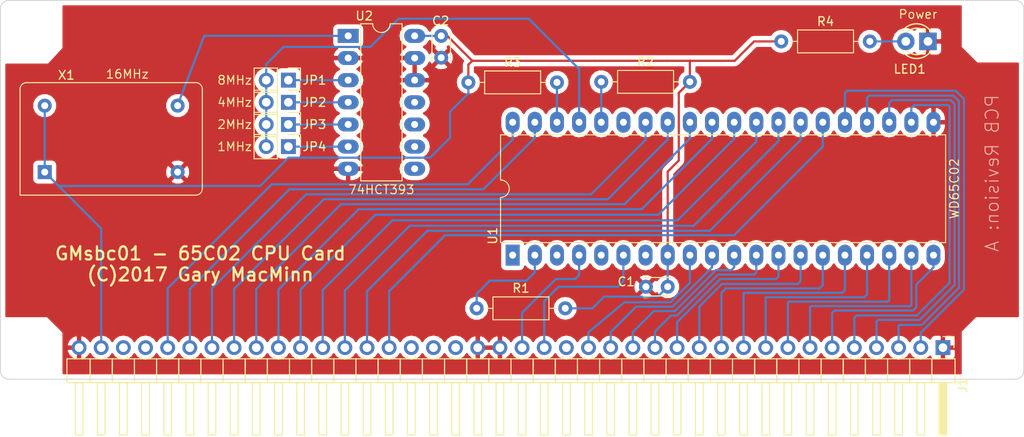
<source format=kicad_pcb>
(kicad_pcb (version 20170123) (host pcbnew no-vcs-found-19ad350~60~ubuntu16.04.1)

  (general
    (thickness 1.6)
    (drawings 10)
    (tracks 244)
    (zones 0)
    (modules 19)
    (nets 57)
  )

  (page A4)
  (title_block
    (title "GMsbc01 - 65c02 CPU Card")
    (date "11 September 2017")
    (rev A)
  )

  (layers
    (0 F.Cu signal)
    (31 B.Cu signal)
    (32 B.Adhes user)
    (33 F.Adhes user)
    (34 B.Paste user)
    (35 F.Paste user)
    (36 B.SilkS user)
    (37 F.SilkS user)
    (38 B.Mask user)
    (39 F.Mask user)
    (40 Dwgs.User user)
    (41 Cmts.User user)
    (42 Eco1.User user)
    (43 Eco2.User user)
    (44 Edge.Cuts user)
    (45 Margin user)
    (46 B.CrtYd user)
    (47 F.CrtYd user)
    (48 B.Fab user)
    (49 F.Fab user)
  )

  (setup
    (last_trace_width 0.25)
    (trace_clearance 0.2)
    (zone_clearance 0.508)
    (zone_45_only no)
    (trace_min 0.2)
    (segment_width 0.2)
    (edge_width 0.1)
    (via_size 0.6)
    (via_drill 0.4)
    (via_min_size 0.4)
    (via_min_drill 0.3)
    (uvia_size 0.3)
    (uvia_drill 0.1)
    (uvias_allowed no)
    (uvia_min_size 0.2)
    (uvia_min_drill 0.1)
    (pcb_text_width 0.3)
    (pcb_text_size 1.5 1.5)
    (mod_edge_width 0.15)
    (mod_text_size 1 1)
    (mod_text_width 0.15)
    (pad_size 1.5 1.5)
    (pad_drill 0.6)
    (pad_to_mask_clearance 0)
    (aux_axis_origin 0 0)
    (visible_elements FFFFFF7F)
    (pcbplotparams
      (layerselection 0x00030_80000001)
      (usegerberextensions false)
      (usegerberattributes true)
      (usegerberadvancedattributes true)
      (creategerberjobfile true)
      (excludeedgelayer true)
      (linewidth 0.100000)
      (plotframeref false)
      (viasonmask false)
      (mode 1)
      (useauxorigin false)
      (hpglpennumber 1)
      (hpglpenspeed 20)
      (hpglpendiameter 15)
      (psnegative false)
      (psa4output false)
      (plotreference true)
      (plotvalue true)
      (plotinvisibletext false)
      (padsonsilk false)
      (subtractmaskfromsilk false)
      (outputformat 1)
      (mirror false)
      (drillshape 1)
      (scaleselection 1)
      (outputdirectory ""))
  )

  (net 0 "")
  (net 1 "Net-(JP1-Pad1)")
  (net 2 Phi2In)
  (net 3 "Net-(JP2-Pad1)")
  (net 4 "Net-(JP3-Pad1)")
  (net 5 "Net-(JP4-Pad1)")
  (net 6 "Net-(U1-Pad1)")
  (net 7 GND)
  (net 8 "Net-(R1-Pad1)")
  (net 9 A12)
  (net 10 "Net-(U1-Pad3)")
  (net 11 A13)
  (net 12 /IRQ)
  (net 13 A14)
  (net 14 "Net-(U1-Pad5)")
  (net 15 A15)
  (net 16 /NMI)
  (net 17 D7)
  (net 18 "Net-(U1-Pad7)")
  (net 19 D6)
  (net 20 +5v)
  (net 21 D5)
  (net 22 A0)
  (net 23 D4)
  (net 24 A1)
  (net 25 D3)
  (net 26 A2)
  (net 27 D2)
  (net 28 A3)
  (net 29 D1)
  (net 30 A4)
  (net 31 D0)
  (net 32 A5)
  (net 33 R/-W)
  (net 34 A6)
  (net 35 "Net-(U1-Pad35)")
  (net 36 A7)
  (net 37 "Net-(R2-Pad1)")
  (net 38 A8)
  (net 39 A9)
  (net 40 "Net-(R3-Pad1)")
  (net 41 A10)
  (net 42 Phi2)
  (net 43 A11)
  (net 44 /Reset)
  (net 45 "Net-(U2-Pad1)")
  (net 46 Spare1)
  (net 47 Spare2)
  (net 48 Spare3)
  (net 49 Spare4)
  (net 50 Spare5)
  (net 51 Spare6)
  (net 52 "Net-(LED1-Pad2)")
  (net 53 "Net-(U2-Pad8)")
  (net 54 "Net-(U2-Pad9)")
  (net 55 "Net-(U2-Pad10)")
  (net 56 "Net-(U2-Pad11)")

  (net_class Default "This is the default net class."
    (clearance 0.2)
    (trace_width 0.25)
    (via_dia 0.6)
    (via_drill 0.4)
    (uvia_dia 0.3)
    (uvia_drill 0.1)
    (add_net +5v)
    (add_net /IRQ)
    (add_net /NMI)
    (add_net /Reset)
    (add_net A0)
    (add_net A1)
    (add_net A10)
    (add_net A11)
    (add_net A12)
    (add_net A13)
    (add_net A14)
    (add_net A15)
    (add_net A2)
    (add_net A3)
    (add_net A4)
    (add_net A5)
    (add_net A6)
    (add_net A7)
    (add_net A8)
    (add_net A9)
    (add_net D0)
    (add_net D1)
    (add_net D2)
    (add_net D3)
    (add_net D4)
    (add_net D5)
    (add_net D6)
    (add_net D7)
    (add_net GND)
    (add_net "Net-(JP1-Pad1)")
    (add_net "Net-(JP2-Pad1)")
    (add_net "Net-(JP3-Pad1)")
    (add_net "Net-(JP4-Pad1)")
    (add_net "Net-(LED1-Pad2)")
    (add_net "Net-(R1-Pad1)")
    (add_net "Net-(R2-Pad1)")
    (add_net "Net-(R3-Pad1)")
    (add_net "Net-(U1-Pad1)")
    (add_net "Net-(U1-Pad3)")
    (add_net "Net-(U1-Pad35)")
    (add_net "Net-(U1-Pad5)")
    (add_net "Net-(U1-Pad7)")
    (add_net "Net-(U2-Pad1)")
    (add_net "Net-(U2-Pad10)")
    (add_net "Net-(U2-Pad11)")
    (add_net "Net-(U2-Pad8)")
    (add_net "Net-(U2-Pad9)")
    (add_net Phi2)
    (add_net Phi2In)
    (add_net R/-W)
    (add_net Spare1)
    (add_net Spare2)
    (add_net Spare3)
    (add_net Spare4)
    (add_net Spare5)
    (add_net Spare6)
  )

  (module Pin_Headers:Pin_Header_Straight_1x02_Pitch2.54mm (layer F.Cu) (tedit 59926D30) (tstamp 59926026)
    (at 62.23 88.646 270)
    (descr "Through hole straight pin header, 1x02, 2.54mm pitch, single row")
    (tags "Through hole pin header THT 1x02 2.54mm single row")
    (path /59925F10)
    (fp_text reference JP1 (at 0 -2.9845) (layer F.SilkS)
      (effects (font (size 1 1) (thickness 0.15)))
    )
    (fp_text value 8MHz (at 0 6.1595) (layer F.SilkS)
      (effects (font (size 1 1) (thickness 0.127)))
    )
    (fp_line (start -1.27 -1.27) (end -1.27 3.81) (layer F.Fab) (width 0.1))
    (fp_line (start -1.27 3.81) (end 1.27 3.81) (layer F.Fab) (width 0.1))
    (fp_line (start 1.27 3.81) (end 1.27 -1.27) (layer F.Fab) (width 0.1))
    (fp_line (start 1.27 -1.27) (end -1.27 -1.27) (layer F.Fab) (width 0.1))
    (fp_line (start -1.39 1.27) (end -1.39 3.93) (layer F.SilkS) (width 0.12))
    (fp_line (start -1.39 3.93) (end 1.39 3.93) (layer F.SilkS) (width 0.12))
    (fp_line (start 1.39 3.93) (end 1.39 1.27) (layer F.SilkS) (width 0.12))
    (fp_line (start 1.39 1.27) (end -1.39 1.27) (layer F.SilkS) (width 0.12))
    (fp_line (start -1.39 0) (end -1.39 -1.39) (layer F.SilkS) (width 0.12))
    (fp_line (start -1.39 -1.39) (end 0 -1.39) (layer F.SilkS) (width 0.12))
    (fp_line (start -1.6 -1.6) (end -1.6 4.1) (layer F.CrtYd) (width 0.05))
    (fp_line (start -1.6 4.1) (end 1.6 4.1) (layer F.CrtYd) (width 0.05))
    (fp_line (start 1.6 4.1) (end 1.6 -1.6) (layer F.CrtYd) (width 0.05))
    (fp_line (start 1.6 -1.6) (end -1.6 -1.6) (layer F.CrtYd) (width 0.05))
    (pad 1 thru_hole rect (at 0 0 270) (size 1.7 1.7) (drill 1) (layers *.Cu *.Mask)
      (net 1 "Net-(JP1-Pad1)"))
    (pad 2 thru_hole oval (at 0 2.54 270) (size 1.7 1.7) (drill 1) (layers *.Cu *.Mask)
      (net 2 Phi2In))
    (model Pin_Headers.3dshapes/Pin_Header_Straight_1x02_Pitch2.54mm.wrl
      (at (xyz 0 0 0))
      (scale (xyz 1 1 1))
      (rotate (xyz 0 0 0))
    )
  )

  (module Pin_Headers:Pin_Header_Straight_1x02_Pitch2.54mm (layer F.Cu) (tedit 59926D38) (tstamp 5992603A)
    (at 62.23 91.186 270)
    (descr "Through hole straight pin header, 1x02, 2.54mm pitch, single row")
    (tags "Through hole pin header THT 1x02 2.54mm single row")
    (path /59925FB7)
    (fp_text reference JP2 (at 0 -2.9845) (layer F.SilkS)
      (effects (font (size 1 1) (thickness 0.15)))
    )
    (fp_text value 4MHz (at 0 6.1595) (layer F.SilkS)
      (effects (font (size 1 1) (thickness 0.127)))
    )
    (fp_line (start -1.27 -1.27) (end -1.27 3.81) (layer F.Fab) (width 0.1))
    (fp_line (start -1.27 3.81) (end 1.27 3.81) (layer F.Fab) (width 0.1))
    (fp_line (start 1.27 3.81) (end 1.27 -1.27) (layer F.Fab) (width 0.1))
    (fp_line (start 1.27 -1.27) (end -1.27 -1.27) (layer F.Fab) (width 0.1))
    (fp_line (start -1.39 1.27) (end -1.39 3.93) (layer F.SilkS) (width 0.12))
    (fp_line (start -1.39 3.93) (end 1.39 3.93) (layer F.SilkS) (width 0.12))
    (fp_line (start 1.39 3.93) (end 1.39 1.27) (layer F.SilkS) (width 0.12))
    (fp_line (start 1.39 1.27) (end -1.39 1.27) (layer F.SilkS) (width 0.12))
    (fp_line (start -1.39 0) (end -1.39 -1.39) (layer F.SilkS) (width 0.12))
    (fp_line (start -1.39 -1.39) (end 0 -1.39) (layer F.SilkS) (width 0.12))
    (fp_line (start -1.6 -1.6) (end -1.6 4.1) (layer F.CrtYd) (width 0.05))
    (fp_line (start -1.6 4.1) (end 1.6 4.1) (layer F.CrtYd) (width 0.05))
    (fp_line (start 1.6 4.1) (end 1.6 -1.6) (layer F.CrtYd) (width 0.05))
    (fp_line (start 1.6 -1.6) (end -1.6 -1.6) (layer F.CrtYd) (width 0.05))
    (pad 1 thru_hole rect (at 0 0 270) (size 1.7 1.7) (drill 1) (layers *.Cu *.Mask)
      (net 3 "Net-(JP2-Pad1)"))
    (pad 2 thru_hole oval (at 0 2.54 270) (size 1.7 1.7) (drill 1) (layers *.Cu *.Mask)
      (net 2 Phi2In))
    (model Pin_Headers.3dshapes/Pin_Header_Straight_1x02_Pitch2.54mm.wrl
      (at (xyz 0 0 0))
      (scale (xyz 1 1 1))
      (rotate (xyz 0 0 0))
    )
  )

  (module Pin_Headers:Pin_Header_Straight_1x02_Pitch2.54mm (layer F.Cu) (tedit 59926D40) (tstamp 5992604E)
    (at 62.23 93.726 270)
    (descr "Through hole straight pin header, 1x02, 2.54mm pitch, single row")
    (tags "Through hole pin header THT 1x02 2.54mm single row")
    (path /59925FFD)
    (fp_text reference JP3 (at 0 -2.9845) (layer F.SilkS)
      (effects (font (size 1 1) (thickness 0.15)))
    )
    (fp_text value 2MHz (at 0 6.1595) (layer F.SilkS)
      (effects (font (size 1 1) (thickness 0.127)))
    )
    (fp_line (start -1.27 -1.27) (end -1.27 3.81) (layer F.Fab) (width 0.1))
    (fp_line (start -1.27 3.81) (end 1.27 3.81) (layer F.Fab) (width 0.1))
    (fp_line (start 1.27 3.81) (end 1.27 -1.27) (layer F.Fab) (width 0.1))
    (fp_line (start 1.27 -1.27) (end -1.27 -1.27) (layer F.Fab) (width 0.1))
    (fp_line (start -1.39 1.27) (end -1.39 3.93) (layer F.SilkS) (width 0.12))
    (fp_line (start -1.39 3.93) (end 1.39 3.93) (layer F.SilkS) (width 0.12))
    (fp_line (start 1.39 3.93) (end 1.39 1.27) (layer F.SilkS) (width 0.12))
    (fp_line (start 1.39 1.27) (end -1.39 1.27) (layer F.SilkS) (width 0.12))
    (fp_line (start -1.39 0) (end -1.39 -1.39) (layer F.SilkS) (width 0.12))
    (fp_line (start -1.39 -1.39) (end 0 -1.39) (layer F.SilkS) (width 0.12))
    (fp_line (start -1.6 -1.6) (end -1.6 4.1) (layer F.CrtYd) (width 0.05))
    (fp_line (start -1.6 4.1) (end 1.6 4.1) (layer F.CrtYd) (width 0.05))
    (fp_line (start 1.6 4.1) (end 1.6 -1.6) (layer F.CrtYd) (width 0.05))
    (fp_line (start 1.6 -1.6) (end -1.6 -1.6) (layer F.CrtYd) (width 0.05))
    (pad 1 thru_hole rect (at 0 0 270) (size 1.7 1.7) (drill 1) (layers *.Cu *.Mask)
      (net 4 "Net-(JP3-Pad1)"))
    (pad 2 thru_hole oval (at 0 2.54 270) (size 1.7 1.7) (drill 1) (layers *.Cu *.Mask)
      (net 2 Phi2In))
    (model Pin_Headers.3dshapes/Pin_Header_Straight_1x02_Pitch2.54mm.wrl
      (at (xyz 0 0 0))
      (scale (xyz 1 1 1))
      (rotate (xyz 0 0 0))
    )
  )

  (module Pin_Headers:Pin_Header_Straight_1x02_Pitch2.54mm (layer F.Cu) (tedit 59926D49) (tstamp 59926062)
    (at 62.23 96.266 270)
    (descr "Through hole straight pin header, 1x02, 2.54mm pitch, single row")
    (tags "Through hole pin header THT 1x02 2.54mm single row")
    (path /5992605E)
    (fp_text reference JP4 (at 0 -2.9845) (layer F.SilkS)
      (effects (font (size 1 1) (thickness 0.15)))
    )
    (fp_text value 1MHz (at 0 6.1595) (layer F.SilkS)
      (effects (font (size 1 1) (thickness 0.127)))
    )
    (fp_line (start -1.27 -1.27) (end -1.27 3.81) (layer F.Fab) (width 0.1))
    (fp_line (start -1.27 3.81) (end 1.27 3.81) (layer F.Fab) (width 0.1))
    (fp_line (start 1.27 3.81) (end 1.27 -1.27) (layer F.Fab) (width 0.1))
    (fp_line (start 1.27 -1.27) (end -1.27 -1.27) (layer F.Fab) (width 0.1))
    (fp_line (start -1.39 1.27) (end -1.39 3.93) (layer F.SilkS) (width 0.12))
    (fp_line (start -1.39 3.93) (end 1.39 3.93) (layer F.SilkS) (width 0.12))
    (fp_line (start 1.39 3.93) (end 1.39 1.27) (layer F.SilkS) (width 0.12))
    (fp_line (start 1.39 1.27) (end -1.39 1.27) (layer F.SilkS) (width 0.12))
    (fp_line (start -1.39 0) (end -1.39 -1.39) (layer F.SilkS) (width 0.12))
    (fp_line (start -1.39 -1.39) (end 0 -1.39) (layer F.SilkS) (width 0.12))
    (fp_line (start -1.6 -1.6) (end -1.6 4.1) (layer F.CrtYd) (width 0.05))
    (fp_line (start -1.6 4.1) (end 1.6 4.1) (layer F.CrtYd) (width 0.05))
    (fp_line (start 1.6 4.1) (end 1.6 -1.6) (layer F.CrtYd) (width 0.05))
    (fp_line (start 1.6 -1.6) (end -1.6 -1.6) (layer F.CrtYd) (width 0.05))
    (pad 1 thru_hole rect (at 0 0 270) (size 1.7 1.7) (drill 1) (layers *.Cu *.Mask)
      (net 5 "Net-(JP4-Pad1)"))
    (pad 2 thru_hole oval (at 0 2.54 270) (size 1.7 1.7) (drill 1) (layers *.Cu *.Mask)
      (net 2 Phi2In))
    (model Pin_Headers.3dshapes/Pin_Header_Straight_1x02_Pitch2.54mm.wrl
      (at (xyz 0 0 0))
      (scale (xyz 1 1 1))
      (rotate (xyz 0 0 0))
    )
  )

  (module Housings_DIP:DIP-14_W7.62mm_LongPads (layer F.Cu) (tedit 59926DB9) (tstamp 599260BE)
    (at 69.088 83.566)
    (descr "14-lead dip package, row spacing 7.62 mm (300 mils), LongPads")
    (tags "DIL DIP PDIP 2.54mm 7.62mm 300mil LongPads")
    (path /59925C9A)
    (fp_text reference U2 (at 1.8415 -2.286) (layer F.SilkS)
      (effects (font (size 1 1) (thickness 0.15)))
    )
    (fp_text value 74HCT393 (at 3.81 17.63) (layer F.SilkS)
      (effects (font (size 1 1) (thickness 0.127)))
    )
    (fp_arc (start 3.81 -1.39) (end 2.81 -1.39) (angle -180) (layer F.SilkS) (width 0.12))
    (fp_line (start 1.635 -1.27) (end 6.985 -1.27) (layer F.Fab) (width 0.1))
    (fp_line (start 6.985 -1.27) (end 6.985 16.51) (layer F.Fab) (width 0.1))
    (fp_line (start 6.985 16.51) (end 0.635 16.51) (layer F.Fab) (width 0.1))
    (fp_line (start 0.635 16.51) (end 0.635 -0.27) (layer F.Fab) (width 0.1))
    (fp_line (start 0.635 -0.27) (end 1.635 -1.27) (layer F.Fab) (width 0.1))
    (fp_line (start 2.81 -1.39) (end 1.44 -1.39) (layer F.SilkS) (width 0.12))
    (fp_line (start 1.44 -1.39) (end 1.44 16.63) (layer F.SilkS) (width 0.12))
    (fp_line (start 1.44 16.63) (end 6.18 16.63) (layer F.SilkS) (width 0.12))
    (fp_line (start 6.18 16.63) (end 6.18 -1.39) (layer F.SilkS) (width 0.12))
    (fp_line (start 6.18 -1.39) (end 4.81 -1.39) (layer F.SilkS) (width 0.12))
    (fp_line (start -1.5 -1.6) (end -1.5 16.8) (layer F.CrtYd) (width 0.05))
    (fp_line (start -1.5 16.8) (end 9.1 16.8) (layer F.CrtYd) (width 0.05))
    (fp_line (start 9.1 16.8) (end 9.1 -1.6) (layer F.CrtYd) (width 0.05))
    (fp_line (start 9.1 -1.6) (end -1.5 -1.6) (layer F.CrtYd) (width 0.05))
    (pad 1 thru_hole rect (at 0 0) (size 2.4 1.6) (drill 0.8) (layers *.Cu *.Mask)
      (net 45 "Net-(U2-Pad1)"))
    (pad 8 thru_hole oval (at 7.62 15.24) (size 2.4 1.6) (drill 0.8) (layers *.Cu *.Mask)
      (net 53 "Net-(U2-Pad8)"))
    (pad 2 thru_hole oval (at 0 2.54) (size 2.4 1.6) (drill 0.8) (layers *.Cu *.Mask)
      (net 7 GND))
    (pad 9 thru_hole oval (at 7.62 12.7) (size 2.4 1.6) (drill 0.8) (layers *.Cu *.Mask)
      (net 54 "Net-(U2-Pad9)"))
    (pad 3 thru_hole oval (at 0 5.08) (size 2.4 1.6) (drill 0.8) (layers *.Cu *.Mask)
      (net 1 "Net-(JP1-Pad1)"))
    (pad 10 thru_hole oval (at 7.62 10.16) (size 2.4 1.6) (drill 0.8) (layers *.Cu *.Mask)
      (net 55 "Net-(U2-Pad10)"))
    (pad 4 thru_hole oval (at 0 7.62) (size 2.4 1.6) (drill 0.8) (layers *.Cu *.Mask)
      (net 3 "Net-(JP2-Pad1)"))
    (pad 11 thru_hole oval (at 7.62 7.62) (size 2.4 1.6) (drill 0.8) (layers *.Cu *.Mask)
      (net 56 "Net-(U2-Pad11)"))
    (pad 5 thru_hole oval (at 0 10.16) (size 2.4 1.6) (drill 0.8) (layers *.Cu *.Mask)
      (net 4 "Net-(JP3-Pad1)"))
    (pad 12 thru_hole oval (at 7.62 5.08) (size 2.4 1.6) (drill 0.8) (layers *.Cu *.Mask)
      (net 7 GND))
    (pad 6 thru_hole oval (at 0 12.7) (size 2.4 1.6) (drill 0.8) (layers *.Cu *.Mask)
      (net 5 "Net-(JP4-Pad1)"))
    (pad 13 thru_hole oval (at 7.62 2.54) (size 2.4 1.6) (drill 0.8) (layers *.Cu *.Mask)
      (net 7 GND))
    (pad 7 thru_hole oval (at 0 15.24) (size 2.4 1.6) (drill 0.8) (layers *.Cu *.Mask)
      (net 7 GND))
    (pad 14 thru_hole oval (at 7.62 0) (size 2.4 1.6) (drill 0.8) (layers *.Cu *.Mask)
      (net 20 +5v))
    (model Housings_DIP.3dshapes/DIP-14_W7.62mm_LongPads.wrl
      (at (xyz 0 0 0))
      (scale (xyz 1 1 1))
      (rotate (xyz 0 0 0))
    )
  )

  (module Oscillators:Oscillator_DIP-14 (layer F.Cu) (tedit 59927F2C) (tstamp 599260DF)
    (at 34.29 99.187)
    (descr "Oscillator, DIP14, http://cdn-reichelt.de/documents/datenblatt/B400/OSZI.pdf")
    (tags oscillator)
    (path /59925DDD)
    (fp_text reference X1 (at 2.4765 -11.1125 180) (layer F.SilkS)
      (effects (font (size 1 1) (thickness 0.15)))
    )
    (fp_text value 16MHz (at 9.4615 -11.2395 180) (layer F.SilkS)
      (effects (font (size 1 1) (thickness 0.127)))
    )
    (fp_line (start 18.22 2.79) (end 18.22 -10.41) (layer F.CrtYd) (width 0.05))
    (fp_line (start 18.22 -10.41) (end -2.98 -10.41) (layer F.CrtYd) (width 0.05))
    (fp_line (start -2.98 -10.41) (end -2.98 2.79) (layer F.CrtYd) (width 0.05))
    (fp_line (start -2.98 2.79) (end 18.22 2.79) (layer F.CrtYd) (width 0.05))
    (fp_line (start 16.97 1.19) (end 16.97 -8.81) (layer F.Fab) (width 0.1))
    (fp_arc (start 16.62 1.19) (end 16.97 1.19) (angle 90) (layer F.Fab) (width 0.1))
    (fp_arc (start 16.62 -8.81) (end 16.62 -9.16) (angle 90) (layer F.Fab) (width 0.1))
    (fp_arc (start -1.38 -8.81) (end -1.73 -8.81) (angle 90) (layer F.Fab) (width 0.1))
    (fp_line (start -1.38 -9.16) (end 16.62 -9.16) (layer F.Fab) (width 0.1))
    (fp_line (start -1.73 1.54) (end -1.73 -8.81) (layer F.Fab) (width 0.1))
    (fp_line (start -1.73 1.54) (end 16.62 1.54) (layer F.Fab) (width 0.1))
    (fp_arc (start 17.32 1.89) (end 18.07 1.89) (angle 90) (layer F.SilkS) (width 0.12))
    (fp_arc (start 17.32 -9.51) (end 17.32 -10.26) (angle 90) (layer F.SilkS) (width 0.12))
    (fp_arc (start -2.08 -9.51) (end -2.83 -9.51) (angle 90) (layer F.SilkS) (width 0.12))
    (fp_line (start -2.83 -9.51) (end -2.83 2.64) (layer F.SilkS) (width 0.12))
    (fp_line (start 17.32 -10.26) (end -2.08 -10.26) (layer F.SilkS) (width 0.12))
    (fp_line (start 18.07 1.89) (end 18.07 -9.51) (layer F.SilkS) (width 0.12))
    (fp_line (start -2.83 2.64) (end 17.32 2.64) (layer F.SilkS) (width 0.12))
    (fp_line (start -2.73 2.54) (end 17.32 2.54) (layer F.Fab) (width 0.1))
    (fp_arc (start 17.32 1.89) (end 17.97 1.89) (angle 90) (layer F.Fab) (width 0.1))
    (fp_arc (start 17.32 -9.51) (end 17.32 -10.16) (angle 90) (layer F.Fab) (width 0.1))
    (fp_arc (start -2.08 -9.51) (end -2.73 -9.51) (angle 90) (layer F.Fab) (width 0.1))
    (fp_line (start 17.97 -9.51) (end 17.97 1.89) (layer F.Fab) (width 0.1))
    (fp_line (start -2.08 -10.16) (end 17.32 -10.16) (layer F.Fab) (width 0.1))
    (fp_line (start -2.73 2.54) (end -2.73 -9.51) (layer F.Fab) (width 0.1))
    (pad 1 thru_hole rect (at 0 0) (size 1.6 1.6) (drill 0.8) (layers *.Cu *.Mask)
      (net 20 +5v))
    (pad 14 thru_hole circle (at 0 -7.62) (size 1.6 1.6) (drill 0.8) (layers *.Cu *.Mask)
      (net 20 +5v))
    (pad 8 thru_hole circle (at 15.24 -7.62) (size 1.6 1.6) (drill 0.8) (layers *.Cu *.Mask)
      (net 45 "Net-(U2-Pad1)"))
    (pad 7 thru_hole circle (at 15.24 0) (size 1.6 1.6) (drill 0.8) (layers *.Cu *.Mask)
      (net 7 GND))
    (model Oscillators.3dshapes/Oscillator_DIP-14.wrl
      (at (xyz 0 0 0))
      (scale (xyz 0.3937 0.3937 0.3937))
      (rotate (xyz 0 0 0))
    )
  )

  (module Pin_Headers:Pin_Header_Angled_1x40_Pitch2.54mm (layer F.Cu) (tedit 59926715) (tstamp 59926F8E)
    (at 137.287 119.3165 270)
    (descr "Through hole angled pin header, 1x40, 2.54mm pitch, 6mm pin length, single row")
    (tags "Through hole angled pin header THT 1x40 2.54mm single row")
    (path /599256C7)
    (fp_text reference J1 (at 4.315 -2.27 270) (layer F.SilkS)
      (effects (font (size 1 1) (thickness 0.15)))
    )
    (fp_text value CONN_01X40 (at -2.4765 90.6145) (layer F.Fab) hide
      (effects (font (size 1 1) (thickness 0.15)))
    )
    (fp_line (start 1.4 -1.27) (end 1.4 1.27) (layer F.Fab) (width 0.1))
    (fp_line (start 1.4 1.27) (end 3.9 1.27) (layer F.Fab) (width 0.1))
    (fp_line (start 3.9 1.27) (end 3.9 -1.27) (layer F.Fab) (width 0.1))
    (fp_line (start 3.9 -1.27) (end 1.4 -1.27) (layer F.Fab) (width 0.1))
    (fp_line (start 0 -0.32) (end 0 0.32) (layer F.Fab) (width 0.1))
    (fp_line (start 0 0.32) (end 9.9 0.32) (layer F.Fab) (width 0.1))
    (fp_line (start 9.9 0.32) (end 9.9 -0.32) (layer F.Fab) (width 0.1))
    (fp_line (start 9.9 -0.32) (end 0 -0.32) (layer F.Fab) (width 0.1))
    (fp_line (start 1.4 1.27) (end 1.4 3.81) (layer F.Fab) (width 0.1))
    (fp_line (start 1.4 3.81) (end 3.9 3.81) (layer F.Fab) (width 0.1))
    (fp_line (start 3.9 3.81) (end 3.9 1.27) (layer F.Fab) (width 0.1))
    (fp_line (start 3.9 1.27) (end 1.4 1.27) (layer F.Fab) (width 0.1))
    (fp_line (start 0 2.22) (end 0 2.86) (layer F.Fab) (width 0.1))
    (fp_line (start 0 2.86) (end 9.9 2.86) (layer F.Fab) (width 0.1))
    (fp_line (start 9.9 2.86) (end 9.9 2.22) (layer F.Fab) (width 0.1))
    (fp_line (start 9.9 2.22) (end 0 2.22) (layer F.Fab) (width 0.1))
    (fp_line (start 1.4 3.81) (end 1.4 6.35) (layer F.Fab) (width 0.1))
    (fp_line (start 1.4 6.35) (end 3.9 6.35) (layer F.Fab) (width 0.1))
    (fp_line (start 3.9 6.35) (end 3.9 3.81) (layer F.Fab) (width 0.1))
    (fp_line (start 3.9 3.81) (end 1.4 3.81) (layer F.Fab) (width 0.1))
    (fp_line (start 0 4.76) (end 0 5.4) (layer F.Fab) (width 0.1))
    (fp_line (start 0 5.4) (end 9.9 5.4) (layer F.Fab) (width 0.1))
    (fp_line (start 9.9 5.4) (end 9.9 4.76) (layer F.Fab) (width 0.1))
    (fp_line (start 9.9 4.76) (end 0 4.76) (layer F.Fab) (width 0.1))
    (fp_line (start 1.4 6.35) (end 1.4 8.89) (layer F.Fab) (width 0.1))
    (fp_line (start 1.4 8.89) (end 3.9 8.89) (layer F.Fab) (width 0.1))
    (fp_line (start 3.9 8.89) (end 3.9 6.35) (layer F.Fab) (width 0.1))
    (fp_line (start 3.9 6.35) (end 1.4 6.35) (layer F.Fab) (width 0.1))
    (fp_line (start 0 7.3) (end 0 7.94) (layer F.Fab) (width 0.1))
    (fp_line (start 0 7.94) (end 9.9 7.94) (layer F.Fab) (width 0.1))
    (fp_line (start 9.9 7.94) (end 9.9 7.3) (layer F.Fab) (width 0.1))
    (fp_line (start 9.9 7.3) (end 0 7.3) (layer F.Fab) (width 0.1))
    (fp_line (start 1.4 8.89) (end 1.4 11.43) (layer F.Fab) (width 0.1))
    (fp_line (start 1.4 11.43) (end 3.9 11.43) (layer F.Fab) (width 0.1))
    (fp_line (start 3.9 11.43) (end 3.9 8.89) (layer F.Fab) (width 0.1))
    (fp_line (start 3.9 8.89) (end 1.4 8.89) (layer F.Fab) (width 0.1))
    (fp_line (start 0 9.84) (end 0 10.48) (layer F.Fab) (width 0.1))
    (fp_line (start 0 10.48) (end 9.9 10.48) (layer F.Fab) (width 0.1))
    (fp_line (start 9.9 10.48) (end 9.9 9.84) (layer F.Fab) (width 0.1))
    (fp_line (start 9.9 9.84) (end 0 9.84) (layer F.Fab) (width 0.1))
    (fp_line (start 1.4 11.43) (end 1.4 13.97) (layer F.Fab) (width 0.1))
    (fp_line (start 1.4 13.97) (end 3.9 13.97) (layer F.Fab) (width 0.1))
    (fp_line (start 3.9 13.97) (end 3.9 11.43) (layer F.Fab) (width 0.1))
    (fp_line (start 3.9 11.43) (end 1.4 11.43) (layer F.Fab) (width 0.1))
    (fp_line (start 0 12.38) (end 0 13.02) (layer F.Fab) (width 0.1))
    (fp_line (start 0 13.02) (end 9.9 13.02) (layer F.Fab) (width 0.1))
    (fp_line (start 9.9 13.02) (end 9.9 12.38) (layer F.Fab) (width 0.1))
    (fp_line (start 9.9 12.38) (end 0 12.38) (layer F.Fab) (width 0.1))
    (fp_line (start 1.4 13.97) (end 1.4 16.51) (layer F.Fab) (width 0.1))
    (fp_line (start 1.4 16.51) (end 3.9 16.51) (layer F.Fab) (width 0.1))
    (fp_line (start 3.9 16.51) (end 3.9 13.97) (layer F.Fab) (width 0.1))
    (fp_line (start 3.9 13.97) (end 1.4 13.97) (layer F.Fab) (width 0.1))
    (fp_line (start 0 14.92) (end 0 15.56) (layer F.Fab) (width 0.1))
    (fp_line (start 0 15.56) (end 9.9 15.56) (layer F.Fab) (width 0.1))
    (fp_line (start 9.9 15.56) (end 9.9 14.92) (layer F.Fab) (width 0.1))
    (fp_line (start 9.9 14.92) (end 0 14.92) (layer F.Fab) (width 0.1))
    (fp_line (start 1.4 16.51) (end 1.4 19.05) (layer F.Fab) (width 0.1))
    (fp_line (start 1.4 19.05) (end 3.9 19.05) (layer F.Fab) (width 0.1))
    (fp_line (start 3.9 19.05) (end 3.9 16.51) (layer F.Fab) (width 0.1))
    (fp_line (start 3.9 16.51) (end 1.4 16.51) (layer F.Fab) (width 0.1))
    (fp_line (start 0 17.46) (end 0 18.1) (layer F.Fab) (width 0.1))
    (fp_line (start 0 18.1) (end 9.9 18.1) (layer F.Fab) (width 0.1))
    (fp_line (start 9.9 18.1) (end 9.9 17.46) (layer F.Fab) (width 0.1))
    (fp_line (start 9.9 17.46) (end 0 17.46) (layer F.Fab) (width 0.1))
    (fp_line (start 1.4 19.05) (end 1.4 21.59) (layer F.Fab) (width 0.1))
    (fp_line (start 1.4 21.59) (end 3.9 21.59) (layer F.Fab) (width 0.1))
    (fp_line (start 3.9 21.59) (end 3.9 19.05) (layer F.Fab) (width 0.1))
    (fp_line (start 3.9 19.05) (end 1.4 19.05) (layer F.Fab) (width 0.1))
    (fp_line (start 0 20) (end 0 20.64) (layer F.Fab) (width 0.1))
    (fp_line (start 0 20.64) (end 9.9 20.64) (layer F.Fab) (width 0.1))
    (fp_line (start 9.9 20.64) (end 9.9 20) (layer F.Fab) (width 0.1))
    (fp_line (start 9.9 20) (end 0 20) (layer F.Fab) (width 0.1))
    (fp_line (start 1.4 21.59) (end 1.4 24.13) (layer F.Fab) (width 0.1))
    (fp_line (start 1.4 24.13) (end 3.9 24.13) (layer F.Fab) (width 0.1))
    (fp_line (start 3.9 24.13) (end 3.9 21.59) (layer F.Fab) (width 0.1))
    (fp_line (start 3.9 21.59) (end 1.4 21.59) (layer F.Fab) (width 0.1))
    (fp_line (start 0 22.54) (end 0 23.18) (layer F.Fab) (width 0.1))
    (fp_line (start 0 23.18) (end 9.9 23.18) (layer F.Fab) (width 0.1))
    (fp_line (start 9.9 23.18) (end 9.9 22.54) (layer F.Fab) (width 0.1))
    (fp_line (start 9.9 22.54) (end 0 22.54) (layer F.Fab) (width 0.1))
    (fp_line (start 1.4 24.13) (end 1.4 26.67) (layer F.Fab) (width 0.1))
    (fp_line (start 1.4 26.67) (end 3.9 26.67) (layer F.Fab) (width 0.1))
    (fp_line (start 3.9 26.67) (end 3.9 24.13) (layer F.Fab) (width 0.1))
    (fp_line (start 3.9 24.13) (end 1.4 24.13) (layer F.Fab) (width 0.1))
    (fp_line (start 0 25.08) (end 0 25.72) (layer F.Fab) (width 0.1))
    (fp_line (start 0 25.72) (end 9.9 25.72) (layer F.Fab) (width 0.1))
    (fp_line (start 9.9 25.72) (end 9.9 25.08) (layer F.Fab) (width 0.1))
    (fp_line (start 9.9 25.08) (end 0 25.08) (layer F.Fab) (width 0.1))
    (fp_line (start 1.4 26.67) (end 1.4 29.21) (layer F.Fab) (width 0.1))
    (fp_line (start 1.4 29.21) (end 3.9 29.21) (layer F.Fab) (width 0.1))
    (fp_line (start 3.9 29.21) (end 3.9 26.67) (layer F.Fab) (width 0.1))
    (fp_line (start 3.9 26.67) (end 1.4 26.67) (layer F.Fab) (width 0.1))
    (fp_line (start 0 27.62) (end 0 28.26) (layer F.Fab) (width 0.1))
    (fp_line (start 0 28.26) (end 9.9 28.26) (layer F.Fab) (width 0.1))
    (fp_line (start 9.9 28.26) (end 9.9 27.62) (layer F.Fab) (width 0.1))
    (fp_line (start 9.9 27.62) (end 0 27.62) (layer F.Fab) (width 0.1))
    (fp_line (start 1.4 29.21) (end 1.4 31.75) (layer F.Fab) (width 0.1))
    (fp_line (start 1.4 31.75) (end 3.9 31.75) (layer F.Fab) (width 0.1))
    (fp_line (start 3.9 31.75) (end 3.9 29.21) (layer F.Fab) (width 0.1))
    (fp_line (start 3.9 29.21) (end 1.4 29.21) (layer F.Fab) (width 0.1))
    (fp_line (start 0 30.16) (end 0 30.8) (layer F.Fab) (width 0.1))
    (fp_line (start 0 30.8) (end 9.9 30.8) (layer F.Fab) (width 0.1))
    (fp_line (start 9.9 30.8) (end 9.9 30.16) (layer F.Fab) (width 0.1))
    (fp_line (start 9.9 30.16) (end 0 30.16) (layer F.Fab) (width 0.1))
    (fp_line (start 1.4 31.75) (end 1.4 34.29) (layer F.Fab) (width 0.1))
    (fp_line (start 1.4 34.29) (end 3.9 34.29) (layer F.Fab) (width 0.1))
    (fp_line (start 3.9 34.29) (end 3.9 31.75) (layer F.Fab) (width 0.1))
    (fp_line (start 3.9 31.75) (end 1.4 31.75) (layer F.Fab) (width 0.1))
    (fp_line (start 0 32.7) (end 0 33.34) (layer F.Fab) (width 0.1))
    (fp_line (start 0 33.34) (end 9.9 33.34) (layer F.Fab) (width 0.1))
    (fp_line (start 9.9 33.34) (end 9.9 32.7) (layer F.Fab) (width 0.1))
    (fp_line (start 9.9 32.7) (end 0 32.7) (layer F.Fab) (width 0.1))
    (fp_line (start 1.4 34.29) (end 1.4 36.83) (layer F.Fab) (width 0.1))
    (fp_line (start 1.4 36.83) (end 3.9 36.83) (layer F.Fab) (width 0.1))
    (fp_line (start 3.9 36.83) (end 3.9 34.29) (layer F.Fab) (width 0.1))
    (fp_line (start 3.9 34.29) (end 1.4 34.29) (layer F.Fab) (width 0.1))
    (fp_line (start 0 35.24) (end 0 35.88) (layer F.Fab) (width 0.1))
    (fp_line (start 0 35.88) (end 9.9 35.88) (layer F.Fab) (width 0.1))
    (fp_line (start 9.9 35.88) (end 9.9 35.24) (layer F.Fab) (width 0.1))
    (fp_line (start 9.9 35.24) (end 0 35.24) (layer F.Fab) (width 0.1))
    (fp_line (start 1.4 36.83) (end 1.4 39.37) (layer F.Fab) (width 0.1))
    (fp_line (start 1.4 39.37) (end 3.9 39.37) (layer F.Fab) (width 0.1))
    (fp_line (start 3.9 39.37) (end 3.9 36.83) (layer F.Fab) (width 0.1))
    (fp_line (start 3.9 36.83) (end 1.4 36.83) (layer F.Fab) (width 0.1))
    (fp_line (start 0 37.78) (end 0 38.42) (layer F.Fab) (width 0.1))
    (fp_line (start 0 38.42) (end 9.9 38.42) (layer F.Fab) (width 0.1))
    (fp_line (start 9.9 38.42) (end 9.9 37.78) (layer F.Fab) (width 0.1))
    (fp_line (start 9.9 37.78) (end 0 37.78) (layer F.Fab) (width 0.1))
    (fp_line (start 1.4 39.37) (end 1.4 41.91) (layer F.Fab) (width 0.1))
    (fp_line (start 1.4 41.91) (end 3.9 41.91) (layer F.Fab) (width 0.1))
    (fp_line (start 3.9 41.91) (end 3.9 39.37) (layer F.Fab) (width 0.1))
    (fp_line (start 3.9 39.37) (end 1.4 39.37) (layer F.Fab) (width 0.1))
    (fp_line (start 0 40.32) (end 0 40.96) (layer F.Fab) (width 0.1))
    (fp_line (start 0 40.96) (end 9.9 40.96) (layer F.Fab) (width 0.1))
    (fp_line (start 9.9 40.96) (end 9.9 40.32) (layer F.Fab) (width 0.1))
    (fp_line (start 9.9 40.32) (end 0 40.32) (layer F.Fab) (width 0.1))
    (fp_line (start 1.4 41.91) (end 1.4 44.45) (layer F.Fab) (width 0.1))
    (fp_line (start 1.4 44.45) (end 3.9 44.45) (layer F.Fab) (width 0.1))
    (fp_line (start 3.9 44.45) (end 3.9 41.91) (layer F.Fab) (width 0.1))
    (fp_line (start 3.9 41.91) (end 1.4 41.91) (layer F.Fab) (width 0.1))
    (fp_line (start 0 42.86) (end 0 43.5) (layer F.Fab) (width 0.1))
    (fp_line (start 0 43.5) (end 9.9 43.5) (layer F.Fab) (width 0.1))
    (fp_line (start 9.9 43.5) (end 9.9 42.86) (layer F.Fab) (width 0.1))
    (fp_line (start 9.9 42.86) (end 0 42.86) (layer F.Fab) (width 0.1))
    (fp_line (start 1.4 44.45) (end 1.4 46.99) (layer F.Fab) (width 0.1))
    (fp_line (start 1.4 46.99) (end 3.9 46.99) (layer F.Fab) (width 0.1))
    (fp_line (start 3.9 46.99) (end 3.9 44.45) (layer F.Fab) (width 0.1))
    (fp_line (start 3.9 44.45) (end 1.4 44.45) (layer F.Fab) (width 0.1))
    (fp_line (start 0 45.4) (end 0 46.04) (layer F.Fab) (width 0.1))
    (fp_line (start 0 46.04) (end 9.9 46.04) (layer F.Fab) (width 0.1))
    (fp_line (start 9.9 46.04) (end 9.9 45.4) (layer F.Fab) (width 0.1))
    (fp_line (start 9.9 45.4) (end 0 45.4) (layer F.Fab) (width 0.1))
    (fp_line (start 1.4 46.99) (end 1.4 49.53) (layer F.Fab) (width 0.1))
    (fp_line (start 1.4 49.53) (end 3.9 49.53) (layer F.Fab) (width 0.1))
    (fp_line (start 3.9 49.53) (end 3.9 46.99) (layer F.Fab) (width 0.1))
    (fp_line (start 3.9 46.99) (end 1.4 46.99) (layer F.Fab) (width 0.1))
    (fp_line (start 0 47.94) (end 0 48.58) (layer F.Fab) (width 0.1))
    (fp_line (start 0 48.58) (end 9.9 48.58) (layer F.Fab) (width 0.1))
    (fp_line (start 9.9 48.58) (end 9.9 47.94) (layer F.Fab) (width 0.1))
    (fp_line (start 9.9 47.94) (end 0 47.94) (layer F.Fab) (width 0.1))
    (fp_line (start 1.4 49.53) (end 1.4 52.07) (layer F.Fab) (width 0.1))
    (fp_line (start 1.4 52.07) (end 3.9 52.07) (layer F.Fab) (width 0.1))
    (fp_line (start 3.9 52.07) (end 3.9 49.53) (layer F.Fab) (width 0.1))
    (fp_line (start 3.9 49.53) (end 1.4 49.53) (layer F.Fab) (width 0.1))
    (fp_line (start 0 50.48) (end 0 51.12) (layer F.Fab) (width 0.1))
    (fp_line (start 0 51.12) (end 9.9 51.12) (layer F.Fab) (width 0.1))
    (fp_line (start 9.9 51.12) (end 9.9 50.48) (layer F.Fab) (width 0.1))
    (fp_line (start 9.9 50.48) (end 0 50.48) (layer F.Fab) (width 0.1))
    (fp_line (start 1.4 52.07) (end 1.4 54.61) (layer F.Fab) (width 0.1))
    (fp_line (start 1.4 54.61) (end 3.9 54.61) (layer F.Fab) (width 0.1))
    (fp_line (start 3.9 54.61) (end 3.9 52.07) (layer F.Fab) (width 0.1))
    (fp_line (start 3.9 52.07) (end 1.4 52.07) (layer F.Fab) (width 0.1))
    (fp_line (start 0 53.02) (end 0 53.66) (layer F.Fab) (width 0.1))
    (fp_line (start 0 53.66) (end 9.9 53.66) (layer F.Fab) (width 0.1))
    (fp_line (start 9.9 53.66) (end 9.9 53.02) (layer F.Fab) (width 0.1))
    (fp_line (start 9.9 53.02) (end 0 53.02) (layer F.Fab) (width 0.1))
    (fp_line (start 1.4 54.61) (end 1.4 57.15) (layer F.Fab) (width 0.1))
    (fp_line (start 1.4 57.15) (end 3.9 57.15) (layer F.Fab) (width 0.1))
    (fp_line (start 3.9 57.15) (end 3.9 54.61) (layer F.Fab) (width 0.1))
    (fp_line (start 3.9 54.61) (end 1.4 54.61) (layer F.Fab) (width 0.1))
    (fp_line (start 0 55.56) (end 0 56.2) (layer F.Fab) (width 0.1))
    (fp_line (start 0 56.2) (end 9.9 56.2) (layer F.Fab) (width 0.1))
    (fp_line (start 9.9 56.2) (end 9.9 55.56) (layer F.Fab) (width 0.1))
    (fp_line (start 9.9 55.56) (end 0 55.56) (layer F.Fab) (width 0.1))
    (fp_line (start 1.4 57.15) (end 1.4 59.69) (layer F.Fab) (width 0.1))
    (fp_line (start 1.4 59.69) (end 3.9 59.69) (layer F.Fab) (width 0.1))
    (fp_line (start 3.9 59.69) (end 3.9 57.15) (layer F.Fab) (width 0.1))
    (fp_line (start 3.9 57.15) (end 1.4 57.15) (layer F.Fab) (width 0.1))
    (fp_line (start 0 58.1) (end 0 58.74) (layer F.Fab) (width 0.1))
    (fp_line (start 0 58.74) (end 9.9 58.74) (layer F.Fab) (width 0.1))
    (fp_line (start 9.9 58.74) (end 9.9 58.1) (layer F.Fab) (width 0.1))
    (fp_line (start 9.9 58.1) (end 0 58.1) (layer F.Fab) (width 0.1))
    (fp_line (start 1.4 59.69) (end 1.4 62.23) (layer F.Fab) (width 0.1))
    (fp_line (start 1.4 62.23) (end 3.9 62.23) (layer F.Fab) (width 0.1))
    (fp_line (start 3.9 62.23) (end 3.9 59.69) (layer F.Fab) (width 0.1))
    (fp_line (start 3.9 59.69) (end 1.4 59.69) (layer F.Fab) (width 0.1))
    (fp_line (start 0 60.64) (end 0 61.28) (layer F.Fab) (width 0.1))
    (fp_line (start 0 61.28) (end 9.9 61.28) (layer F.Fab) (width 0.1))
    (fp_line (start 9.9 61.28) (end 9.9 60.64) (layer F.Fab) (width 0.1))
    (fp_line (start 9.9 60.64) (end 0 60.64) (layer F.Fab) (width 0.1))
    (fp_line (start 1.4 62.23) (end 1.4 64.77) (layer F.Fab) (width 0.1))
    (fp_line (start 1.4 64.77) (end 3.9 64.77) (layer F.Fab) (width 0.1))
    (fp_line (start 3.9 64.77) (end 3.9 62.23) (layer F.Fab) (width 0.1))
    (fp_line (start 3.9 62.23) (end 1.4 62.23) (layer F.Fab) (width 0.1))
    (fp_line (start 0 63.18) (end 0 63.82) (layer F.Fab) (width 0.1))
    (fp_line (start 0 63.82) (end 9.9 63.82) (layer F.Fab) (width 0.1))
    (fp_line (start 9.9 63.82) (end 9.9 63.18) (layer F.Fab) (width 0.1))
    (fp_line (start 9.9 63.18) (end 0 63.18) (layer F.Fab) (width 0.1))
    (fp_line (start 1.4 64.77) (end 1.4 67.31) (layer F.Fab) (width 0.1))
    (fp_line (start 1.4 67.31) (end 3.9 67.31) (layer F.Fab) (width 0.1))
    (fp_line (start 3.9 67.31) (end 3.9 64.77) (layer F.Fab) (width 0.1))
    (fp_line (start 3.9 64.77) (end 1.4 64.77) (layer F.Fab) (width 0.1))
    (fp_line (start 0 65.72) (end 0 66.36) (layer F.Fab) (width 0.1))
    (fp_line (start 0 66.36) (end 9.9 66.36) (layer F.Fab) (width 0.1))
    (fp_line (start 9.9 66.36) (end 9.9 65.72) (layer F.Fab) (width 0.1))
    (fp_line (start 9.9 65.72) (end 0 65.72) (layer F.Fab) (width 0.1))
    (fp_line (start 1.4 67.31) (end 1.4 69.85) (layer F.Fab) (width 0.1))
    (fp_line (start 1.4 69.85) (end 3.9 69.85) (layer F.Fab) (width 0.1))
    (fp_line (start 3.9 69.85) (end 3.9 67.31) (layer F.Fab) (width 0.1))
    (fp_line (start 3.9 67.31) (end 1.4 67.31) (layer F.Fab) (width 0.1))
    (fp_line (start 0 68.26) (end 0 68.9) (layer F.Fab) (width 0.1))
    (fp_line (start 0 68.9) (end 9.9 68.9) (layer F.Fab) (width 0.1))
    (fp_line (start 9.9 68.9) (end 9.9 68.26) (layer F.Fab) (width 0.1))
    (fp_line (start 9.9 68.26) (end 0 68.26) (layer F.Fab) (width 0.1))
    (fp_line (start 1.4 69.85) (end 1.4 72.39) (layer F.Fab) (width 0.1))
    (fp_line (start 1.4 72.39) (end 3.9 72.39) (layer F.Fab) (width 0.1))
    (fp_line (start 3.9 72.39) (end 3.9 69.85) (layer F.Fab) (width 0.1))
    (fp_line (start 3.9 69.85) (end 1.4 69.85) (layer F.Fab) (width 0.1))
    (fp_line (start 0 70.8) (end 0 71.44) (layer F.Fab) (width 0.1))
    (fp_line (start 0 71.44) (end 9.9 71.44) (layer F.Fab) (width 0.1))
    (fp_line (start 9.9 71.44) (end 9.9 70.8) (layer F.Fab) (width 0.1))
    (fp_line (start 9.9 70.8) (end 0 70.8) (layer F.Fab) (width 0.1))
    (fp_line (start 1.4 72.39) (end 1.4 74.93) (layer F.Fab) (width 0.1))
    (fp_line (start 1.4 74.93) (end 3.9 74.93) (layer F.Fab) (width 0.1))
    (fp_line (start 3.9 74.93) (end 3.9 72.39) (layer F.Fab) (width 0.1))
    (fp_line (start 3.9 72.39) (end 1.4 72.39) (layer F.Fab) (width 0.1))
    (fp_line (start 0 73.34) (end 0 73.98) (layer F.Fab) (width 0.1))
    (fp_line (start 0 73.98) (end 9.9 73.98) (layer F.Fab) (width 0.1))
    (fp_line (start 9.9 73.98) (end 9.9 73.34) (layer F.Fab) (width 0.1))
    (fp_line (start 9.9 73.34) (end 0 73.34) (layer F.Fab) (width 0.1))
    (fp_line (start 1.4 74.93) (end 1.4 77.47) (layer F.Fab) (width 0.1))
    (fp_line (start 1.4 77.47) (end 3.9 77.47) (layer F.Fab) (width 0.1))
    (fp_line (start 3.9 77.47) (end 3.9 74.93) (layer F.Fab) (width 0.1))
    (fp_line (start 3.9 74.93) (end 1.4 74.93) (layer F.Fab) (width 0.1))
    (fp_line (start 0 75.88) (end 0 76.52) (layer F.Fab) (width 0.1))
    (fp_line (start 0 76.52) (end 9.9 76.52) (layer F.Fab) (width 0.1))
    (fp_line (start 9.9 76.52) (end 9.9 75.88) (layer F.Fab) (width 0.1))
    (fp_line (start 9.9 75.88) (end 0 75.88) (layer F.Fab) (width 0.1))
    (fp_line (start 1.4 77.47) (end 1.4 80.01) (layer F.Fab) (width 0.1))
    (fp_line (start 1.4 80.01) (end 3.9 80.01) (layer F.Fab) (width 0.1))
    (fp_line (start 3.9 80.01) (end 3.9 77.47) (layer F.Fab) (width 0.1))
    (fp_line (start 3.9 77.47) (end 1.4 77.47) (layer F.Fab) (width 0.1))
    (fp_line (start 0 78.42) (end 0 79.06) (layer F.Fab) (width 0.1))
    (fp_line (start 0 79.06) (end 9.9 79.06) (layer F.Fab) (width 0.1))
    (fp_line (start 9.9 79.06) (end 9.9 78.42) (layer F.Fab) (width 0.1))
    (fp_line (start 9.9 78.42) (end 0 78.42) (layer F.Fab) (width 0.1))
    (fp_line (start 1.4 80.01) (end 1.4 82.55) (layer F.Fab) (width 0.1))
    (fp_line (start 1.4 82.55) (end 3.9 82.55) (layer F.Fab) (width 0.1))
    (fp_line (start 3.9 82.55) (end 3.9 80.01) (layer F.Fab) (width 0.1))
    (fp_line (start 3.9 80.01) (end 1.4 80.01) (layer F.Fab) (width 0.1))
    (fp_line (start 0 80.96) (end 0 81.6) (layer F.Fab) (width 0.1))
    (fp_line (start 0 81.6) (end 9.9 81.6) (layer F.Fab) (width 0.1))
    (fp_line (start 9.9 81.6) (end 9.9 80.96) (layer F.Fab) (width 0.1))
    (fp_line (start 9.9 80.96) (end 0 80.96) (layer F.Fab) (width 0.1))
    (fp_line (start 1.4 82.55) (end 1.4 85.09) (layer F.Fab) (width 0.1))
    (fp_line (start 1.4 85.09) (end 3.9 85.09) (layer F.Fab) (width 0.1))
    (fp_line (start 3.9 85.09) (end 3.9 82.55) (layer F.Fab) (width 0.1))
    (fp_line (start 3.9 82.55) (end 1.4 82.55) (layer F.Fab) (width 0.1))
    (fp_line (start 0 83.5) (end 0 84.14) (layer F.Fab) (width 0.1))
    (fp_line (start 0 84.14) (end 9.9 84.14) (layer F.Fab) (width 0.1))
    (fp_line (start 9.9 84.14) (end 9.9 83.5) (layer F.Fab) (width 0.1))
    (fp_line (start 9.9 83.5) (end 0 83.5) (layer F.Fab) (width 0.1))
    (fp_line (start 1.4 85.09) (end 1.4 87.63) (layer F.Fab) (width 0.1))
    (fp_line (start 1.4 87.63) (end 3.9 87.63) (layer F.Fab) (width 0.1))
    (fp_line (start 3.9 87.63) (end 3.9 85.09) (layer F.Fab) (width 0.1))
    (fp_line (start 3.9 85.09) (end 1.4 85.09) (layer F.Fab) (width 0.1))
    (fp_line (start 0 86.04) (end 0 86.68) (layer F.Fab) (width 0.1))
    (fp_line (start 0 86.68) (end 9.9 86.68) (layer F.Fab) (width 0.1))
    (fp_line (start 9.9 86.68) (end 9.9 86.04) (layer F.Fab) (width 0.1))
    (fp_line (start 9.9 86.04) (end 0 86.04) (layer F.Fab) (width 0.1))
    (fp_line (start 1.4 87.63) (end 1.4 90.17) (layer F.Fab) (width 0.1))
    (fp_line (start 1.4 90.17) (end 3.9 90.17) (layer F.Fab) (width 0.1))
    (fp_line (start 3.9 90.17) (end 3.9 87.63) (layer F.Fab) (width 0.1))
    (fp_line (start 3.9 87.63) (end 1.4 87.63) (layer F.Fab) (width 0.1))
    (fp_line (start 0 88.58) (end 0 89.22) (layer F.Fab) (width 0.1))
    (fp_line (start 0 89.22) (end 9.9 89.22) (layer F.Fab) (width 0.1))
    (fp_line (start 9.9 89.22) (end 9.9 88.58) (layer F.Fab) (width 0.1))
    (fp_line (start 9.9 88.58) (end 0 88.58) (layer F.Fab) (width 0.1))
    (fp_line (start 1.4 90.17) (end 1.4 92.71) (layer F.Fab) (width 0.1))
    (fp_line (start 1.4 92.71) (end 3.9 92.71) (layer F.Fab) (width 0.1))
    (fp_line (start 3.9 92.71) (end 3.9 90.17) (layer F.Fab) (width 0.1))
    (fp_line (start 3.9 90.17) (end 1.4 90.17) (layer F.Fab) (width 0.1))
    (fp_line (start 0 91.12) (end 0 91.76) (layer F.Fab) (width 0.1))
    (fp_line (start 0 91.76) (end 9.9 91.76) (layer F.Fab) (width 0.1))
    (fp_line (start 9.9 91.76) (end 9.9 91.12) (layer F.Fab) (width 0.1))
    (fp_line (start 9.9 91.12) (end 0 91.12) (layer F.Fab) (width 0.1))
    (fp_line (start 1.4 92.71) (end 1.4 95.25) (layer F.Fab) (width 0.1))
    (fp_line (start 1.4 95.25) (end 3.9 95.25) (layer F.Fab) (width 0.1))
    (fp_line (start 3.9 95.25) (end 3.9 92.71) (layer F.Fab) (width 0.1))
    (fp_line (start 3.9 92.71) (end 1.4 92.71) (layer F.Fab) (width 0.1))
    (fp_line (start 0 93.66) (end 0 94.3) (layer F.Fab) (width 0.1))
    (fp_line (start 0 94.3) (end 9.9 94.3) (layer F.Fab) (width 0.1))
    (fp_line (start 9.9 94.3) (end 9.9 93.66) (layer F.Fab) (width 0.1))
    (fp_line (start 9.9 93.66) (end 0 93.66) (layer F.Fab) (width 0.1))
    (fp_line (start 1.4 95.25) (end 1.4 97.79) (layer F.Fab) (width 0.1))
    (fp_line (start 1.4 97.79) (end 3.9 97.79) (layer F.Fab) (width 0.1))
    (fp_line (start 3.9 97.79) (end 3.9 95.25) (layer F.Fab) (width 0.1))
    (fp_line (start 3.9 95.25) (end 1.4 95.25) (layer F.Fab) (width 0.1))
    (fp_line (start 0 96.2) (end 0 96.84) (layer F.Fab) (width 0.1))
    (fp_line (start 0 96.84) (end 9.9 96.84) (layer F.Fab) (width 0.1))
    (fp_line (start 9.9 96.84) (end 9.9 96.2) (layer F.Fab) (width 0.1))
    (fp_line (start 9.9 96.2) (end 0 96.2) (layer F.Fab) (width 0.1))
    (fp_line (start 1.4 97.79) (end 1.4 100.33) (layer F.Fab) (width 0.1))
    (fp_line (start 1.4 100.33) (end 3.9 100.33) (layer F.Fab) (width 0.1))
    (fp_line (start 3.9 100.33) (end 3.9 97.79) (layer F.Fab) (width 0.1))
    (fp_line (start 3.9 97.79) (end 1.4 97.79) (layer F.Fab) (width 0.1))
    (fp_line (start 0 98.74) (end 0 99.38) (layer F.Fab) (width 0.1))
    (fp_line (start 0 99.38) (end 9.9 99.38) (layer F.Fab) (width 0.1))
    (fp_line (start 9.9 99.38) (end 9.9 98.74) (layer F.Fab) (width 0.1))
    (fp_line (start 9.9 98.74) (end 0 98.74) (layer F.Fab) (width 0.1))
    (fp_line (start 1.28 -1.39) (end 1.28 1.27) (layer F.SilkS) (width 0.12))
    (fp_line (start 1.28 1.27) (end 4.02 1.27) (layer F.SilkS) (width 0.12))
    (fp_line (start 4.02 1.27) (end 4.02 -1.39) (layer F.SilkS) (width 0.12))
    (fp_line (start 4.02 -1.39) (end 1.28 -1.39) (layer F.SilkS) (width 0.12))
    (fp_line (start 4.02 -0.44) (end 4.02 0.44) (layer F.SilkS) (width 0.12))
    (fp_line (start 4.02 0.44) (end 10.02 0.44) (layer F.SilkS) (width 0.12))
    (fp_line (start 10.02 0.44) (end 10.02 -0.44) (layer F.SilkS) (width 0.12))
    (fp_line (start 10.02 -0.44) (end 4.02 -0.44) (layer F.SilkS) (width 0.12))
    (fp_line (start 0.97 -0.44) (end 1.28 -0.44) (layer F.SilkS) (width 0.12))
    (fp_line (start 0.97 0.44) (end 1.28 0.44) (layer F.SilkS) (width 0.12))
    (fp_line (start 4.02 -0.32) (end 10.02 -0.32) (layer F.SilkS) (width 0.12))
    (fp_line (start 4.02 -0.2) (end 10.02 -0.2) (layer F.SilkS) (width 0.12))
    (fp_line (start 4.02 -0.08) (end 10.02 -0.08) (layer F.SilkS) (width 0.12))
    (fp_line (start 4.02 0.04) (end 10.02 0.04) (layer F.SilkS) (width 0.12))
    (fp_line (start 4.02 0.16) (end 10.02 0.16) (layer F.SilkS) (width 0.12))
    (fp_line (start 4.02 0.28) (end 10.02 0.28) (layer F.SilkS) (width 0.12))
    (fp_line (start 4.02 0.4) (end 10.02 0.4) (layer F.SilkS) (width 0.12))
    (fp_line (start 1.28 1.27) (end 1.28 3.81) (layer F.SilkS) (width 0.12))
    (fp_line (start 1.28 3.81) (end 4.02 3.81) (layer F.SilkS) (width 0.12))
    (fp_line (start 4.02 3.81) (end 4.02 1.27) (layer F.SilkS) (width 0.12))
    (fp_line (start 4.02 1.27) (end 1.28 1.27) (layer F.SilkS) (width 0.12))
    (fp_line (start 4.02 2.1) (end 4.02 2.98) (layer F.SilkS) (width 0.12))
    (fp_line (start 4.02 2.98) (end 10.02 2.98) (layer F.SilkS) (width 0.12))
    (fp_line (start 10.02 2.98) (end 10.02 2.1) (layer F.SilkS) (width 0.12))
    (fp_line (start 10.02 2.1) (end 4.02 2.1) (layer F.SilkS) (width 0.12))
    (fp_line (start 0.97 2.1) (end 1.28 2.1) (layer F.SilkS) (width 0.12))
    (fp_line (start 0.97 2.98) (end 1.28 2.98) (layer F.SilkS) (width 0.12))
    (fp_line (start 1.28 3.81) (end 1.28 6.35) (layer F.SilkS) (width 0.12))
    (fp_line (start 1.28 6.35) (end 4.02 6.35) (layer F.SilkS) (width 0.12))
    (fp_line (start 4.02 6.35) (end 4.02 3.81) (layer F.SilkS) (width 0.12))
    (fp_line (start 4.02 3.81) (end 1.28 3.81) (layer F.SilkS) (width 0.12))
    (fp_line (start 4.02 4.64) (end 4.02 5.52) (layer F.SilkS) (width 0.12))
    (fp_line (start 4.02 5.52) (end 10.02 5.52) (layer F.SilkS) (width 0.12))
    (fp_line (start 10.02 5.52) (end 10.02 4.64) (layer F.SilkS) (width 0.12))
    (fp_line (start 10.02 4.64) (end 4.02 4.64) (layer F.SilkS) (width 0.12))
    (fp_line (start 0.97 4.64) (end 1.28 4.64) (layer F.SilkS) (width 0.12))
    (fp_line (start 0.97 5.52) (end 1.28 5.52) (layer F.SilkS) (width 0.12))
    (fp_line (start 1.28 6.35) (end 1.28 8.89) (layer F.SilkS) (width 0.12))
    (fp_line (start 1.28 8.89) (end 4.02 8.89) (layer F.SilkS) (width 0.12))
    (fp_line (start 4.02 8.89) (end 4.02 6.35) (layer F.SilkS) (width 0.12))
    (fp_line (start 4.02 6.35) (end 1.28 6.35) (layer F.SilkS) (width 0.12))
    (fp_line (start 4.02 7.18) (end 4.02 8.06) (layer F.SilkS) (width 0.12))
    (fp_line (start 4.02 8.06) (end 10.02 8.06) (layer F.SilkS) (width 0.12))
    (fp_line (start 10.02 8.06) (end 10.02 7.18) (layer F.SilkS) (width 0.12))
    (fp_line (start 10.02 7.18) (end 4.02 7.18) (layer F.SilkS) (width 0.12))
    (fp_line (start 0.97 7.18) (end 1.28 7.18) (layer F.SilkS) (width 0.12))
    (fp_line (start 0.97 8.06) (end 1.28 8.06) (layer F.SilkS) (width 0.12))
    (fp_line (start 1.28 8.89) (end 1.28 11.43) (layer F.SilkS) (width 0.12))
    (fp_line (start 1.28 11.43) (end 4.02 11.43) (layer F.SilkS) (width 0.12))
    (fp_line (start 4.02 11.43) (end 4.02 8.89) (layer F.SilkS) (width 0.12))
    (fp_line (start 4.02 8.89) (end 1.28 8.89) (layer F.SilkS) (width 0.12))
    (fp_line (start 4.02 9.72) (end 4.02 10.6) (layer F.SilkS) (width 0.12))
    (fp_line (start 4.02 10.6) (end 10.02 10.6) (layer F.SilkS) (width 0.12))
    (fp_line (start 10.02 10.6) (end 10.02 9.72) (layer F.SilkS) (width 0.12))
    (fp_line (start 10.02 9.72) (end 4.02 9.72) (layer F.SilkS) (width 0.12))
    (fp_line (start 0.97 9.72) (end 1.28 9.72) (layer F.SilkS) (width 0.12))
    (fp_line (start 0.97 10.6) (end 1.28 10.6) (layer F.SilkS) (width 0.12))
    (fp_line (start 1.28 11.43) (end 1.28 13.97) (layer F.SilkS) (width 0.12))
    (fp_line (start 1.28 13.97) (end 4.02 13.97) (layer F.SilkS) (width 0.12))
    (fp_line (start 4.02 13.97) (end 4.02 11.43) (layer F.SilkS) (width 0.12))
    (fp_line (start 4.02 11.43) (end 1.28 11.43) (layer F.SilkS) (width 0.12))
    (fp_line (start 4.02 12.26) (end 4.02 13.14) (layer F.SilkS) (width 0.12))
    (fp_line (start 4.02 13.14) (end 10.02 13.14) (layer F.SilkS) (width 0.12))
    (fp_line (start 10.02 13.14) (end 10.02 12.26) (layer F.SilkS) (width 0.12))
    (fp_line (start 10.02 12.26) (end 4.02 12.26) (layer F.SilkS) (width 0.12))
    (fp_line (start 0.97 12.26) (end 1.28 12.26) (layer F.SilkS) (width 0.12))
    (fp_line (start 0.97 13.14) (end 1.28 13.14) (layer F.SilkS) (width 0.12))
    (fp_line (start 1.28 13.97) (end 1.28 16.51) (layer F.SilkS) (width 0.12))
    (fp_line (start 1.28 16.51) (end 4.02 16.51) (layer F.SilkS) (width 0.12))
    (fp_line (start 4.02 16.51) (end 4.02 13.97) (layer F.SilkS) (width 0.12))
    (fp_line (start 4.02 13.97) (end 1.28 13.97) (layer F.SilkS) (width 0.12))
    (fp_line (start 4.02 14.8) (end 4.02 15.68) (layer F.SilkS) (width 0.12))
    (fp_line (start 4.02 15.68) (end 10.02 15.68) (layer F.SilkS) (width 0.12))
    (fp_line (start 10.02 15.68) (end 10.02 14.8) (layer F.SilkS) (width 0.12))
    (fp_line (start 10.02 14.8) (end 4.02 14.8) (layer F.SilkS) (width 0.12))
    (fp_line (start 0.97 14.8) (end 1.28 14.8) (layer F.SilkS) (width 0.12))
    (fp_line (start 0.97 15.68) (end 1.28 15.68) (layer F.SilkS) (width 0.12))
    (fp_line (start 1.28 16.51) (end 1.28 19.05) (layer F.SilkS) (width 0.12))
    (fp_line (start 1.28 19.05) (end 4.02 19.05) (layer F.SilkS) (width 0.12))
    (fp_line (start 4.02 19.05) (end 4.02 16.51) (layer F.SilkS) (width 0.12))
    (fp_line (start 4.02 16.51) (end 1.28 16.51) (layer F.SilkS) (width 0.12))
    (fp_line (start 4.02 17.34) (end 4.02 18.22) (layer F.SilkS) (width 0.12))
    (fp_line (start 4.02 18.22) (end 10.02 18.22) (layer F.SilkS) (width 0.12))
    (fp_line (start 10.02 18.22) (end 10.02 17.34) (layer F.SilkS) (width 0.12))
    (fp_line (start 10.02 17.34) (end 4.02 17.34) (layer F.SilkS) (width 0.12))
    (fp_line (start 0.97 17.34) (end 1.28 17.34) (layer F.SilkS) (width 0.12))
    (fp_line (start 0.97 18.22) (end 1.28 18.22) (layer F.SilkS) (width 0.12))
    (fp_line (start 1.28 19.05) (end 1.28 21.59) (layer F.SilkS) (width 0.12))
    (fp_line (start 1.28 21.59) (end 4.02 21.59) (layer F.SilkS) (width 0.12))
    (fp_line (start 4.02 21.59) (end 4.02 19.05) (layer F.SilkS) (width 0.12))
    (fp_line (start 4.02 19.05) (end 1.28 19.05) (layer F.SilkS) (width 0.12))
    (fp_line (start 4.02 19.88) (end 4.02 20.76) (layer F.SilkS) (width 0.12))
    (fp_line (start 4.02 20.76) (end 10.02 20.76) (layer F.SilkS) (width 0.12))
    (fp_line (start 10.02 20.76) (end 10.02 19.88) (layer F.SilkS) (width 0.12))
    (fp_line (start 10.02 19.88) (end 4.02 19.88) (layer F.SilkS) (width 0.12))
    (fp_line (start 0.97 19.88) (end 1.28 19.88) (layer F.SilkS) (width 0.12))
    (fp_line (start 0.97 20.76) (end 1.28 20.76) (layer F.SilkS) (width 0.12))
    (fp_line (start 1.28 21.59) (end 1.28 24.13) (layer F.SilkS) (width 0.12))
    (fp_line (start 1.28 24.13) (end 4.02 24.13) (layer F.SilkS) (width 0.12))
    (fp_line (start 4.02 24.13) (end 4.02 21.59) (layer F.SilkS) (width 0.12))
    (fp_line (start 4.02 21.59) (end 1.28 21.59) (layer F.SilkS) (width 0.12))
    (fp_line (start 4.02 22.42) (end 4.02 23.3) (layer F.SilkS) (width 0.12))
    (fp_line (start 4.02 23.3) (end 10.02 23.3) (layer F.SilkS) (width 0.12))
    (fp_line (start 10.02 23.3) (end 10.02 22.42) (layer F.SilkS) (width 0.12))
    (fp_line (start 10.02 22.42) (end 4.02 22.42) (layer F.SilkS) (width 0.12))
    (fp_line (start 0.97 22.42) (end 1.28 22.42) (layer F.SilkS) (width 0.12))
    (fp_line (start 0.97 23.3) (end 1.28 23.3) (layer F.SilkS) (width 0.12))
    (fp_line (start 1.28 24.13) (end 1.28 26.67) (layer F.SilkS) (width 0.12))
    (fp_line (start 1.28 26.67) (end 4.02 26.67) (layer F.SilkS) (width 0.12))
    (fp_line (start 4.02 26.67) (end 4.02 24.13) (layer F.SilkS) (width 0.12))
    (fp_line (start 4.02 24.13) (end 1.28 24.13) (layer F.SilkS) (width 0.12))
    (fp_line (start 4.02 24.96) (end 4.02 25.84) (layer F.SilkS) (width 0.12))
    (fp_line (start 4.02 25.84) (end 10.02 25.84) (layer F.SilkS) (width 0.12))
    (fp_line (start 10.02 25.84) (end 10.02 24.96) (layer F.SilkS) (width 0.12))
    (fp_line (start 10.02 24.96) (end 4.02 24.96) (layer F.SilkS) (width 0.12))
    (fp_line (start 0.97 24.96) (end 1.28 24.96) (layer F.SilkS) (width 0.12))
    (fp_line (start 0.97 25.84) (end 1.28 25.84) (layer F.SilkS) (width 0.12))
    (fp_line (start 1.28 26.67) (end 1.28 29.21) (layer F.SilkS) (width 0.12))
    (fp_line (start 1.28 29.21) (end 4.02 29.21) (layer F.SilkS) (width 0.12))
    (fp_line (start 4.02 29.21) (end 4.02 26.67) (layer F.SilkS) (width 0.12))
    (fp_line (start 4.02 26.67) (end 1.28 26.67) (layer F.SilkS) (width 0.12))
    (fp_line (start 4.02 27.5) (end 4.02 28.38) (layer F.SilkS) (width 0.12))
    (fp_line (start 4.02 28.38) (end 10.02 28.38) (layer F.SilkS) (width 0.12))
    (fp_line (start 10.02 28.38) (end 10.02 27.5) (layer F.SilkS) (width 0.12))
    (fp_line (start 10.02 27.5) (end 4.02 27.5) (layer F.SilkS) (width 0.12))
    (fp_line (start 0.97 27.5) (end 1.28 27.5) (layer F.SilkS) (width 0.12))
    (fp_line (start 0.97 28.38) (end 1.28 28.38) (layer F.SilkS) (width 0.12))
    (fp_line (start 1.28 29.21) (end 1.28 31.75) (layer F.SilkS) (width 0.12))
    (fp_line (start 1.28 31.75) (end 4.02 31.75) (layer F.SilkS) (width 0.12))
    (fp_line (start 4.02 31.75) (end 4.02 29.21) (layer F.SilkS) (width 0.12))
    (fp_line (start 4.02 29.21) (end 1.28 29.21) (layer F.SilkS) (width 0.12))
    (fp_line (start 4.02 30.04) (end 4.02 30.92) (layer F.SilkS) (width 0.12))
    (fp_line (start 4.02 30.92) (end 10.02 30.92) (layer F.SilkS) (width 0.12))
    (fp_line (start 10.02 30.92) (end 10.02 30.04) (layer F.SilkS) (width 0.12))
    (fp_line (start 10.02 30.04) (end 4.02 30.04) (layer F.SilkS) (width 0.12))
    (fp_line (start 0.97 30.04) (end 1.28 30.04) (layer F.SilkS) (width 0.12))
    (fp_line (start 0.97 30.92) (end 1.28 30.92) (layer F.SilkS) (width 0.12))
    (fp_line (start 1.28 31.75) (end 1.28 34.29) (layer F.SilkS) (width 0.12))
    (fp_line (start 1.28 34.29) (end 4.02 34.29) (layer F.SilkS) (width 0.12))
    (fp_line (start 4.02 34.29) (end 4.02 31.75) (layer F.SilkS) (width 0.12))
    (fp_line (start 4.02 31.75) (end 1.28 31.75) (layer F.SilkS) (width 0.12))
    (fp_line (start 4.02 32.58) (end 4.02 33.46) (layer F.SilkS) (width 0.12))
    (fp_line (start 4.02 33.46) (end 10.02 33.46) (layer F.SilkS) (width 0.12))
    (fp_line (start 10.02 33.46) (end 10.02 32.58) (layer F.SilkS) (width 0.12))
    (fp_line (start 10.02 32.58) (end 4.02 32.58) (layer F.SilkS) (width 0.12))
    (fp_line (start 0.97 32.58) (end 1.28 32.58) (layer F.SilkS) (width 0.12))
    (fp_line (start 0.97 33.46) (end 1.28 33.46) (layer F.SilkS) (width 0.12))
    (fp_line (start 1.28 34.29) (end 1.28 36.83) (layer F.SilkS) (width 0.12))
    (fp_line (start 1.28 36.83) (end 4.02 36.83) (layer F.SilkS) (width 0.12))
    (fp_line (start 4.02 36.83) (end 4.02 34.29) (layer F.SilkS) (width 0.12))
    (fp_line (start 4.02 34.29) (end 1.28 34.29) (layer F.SilkS) (width 0.12))
    (fp_line (start 4.02 35.12) (end 4.02 36) (layer F.SilkS) (width 0.12))
    (fp_line (start 4.02 36) (end 10.02 36) (layer F.SilkS) (width 0.12))
    (fp_line (start 10.02 36) (end 10.02 35.12) (layer F.SilkS) (width 0.12))
    (fp_line (start 10.02 35.12) (end 4.02 35.12) (layer F.SilkS) (width 0.12))
    (fp_line (start 0.97 35.12) (end 1.28 35.12) (layer F.SilkS) (width 0.12))
    (fp_line (start 0.97 36) (end 1.28 36) (layer F.SilkS) (width 0.12))
    (fp_line (start 1.28 36.83) (end 1.28 39.37) (layer F.SilkS) (width 0.12))
    (fp_line (start 1.28 39.37) (end 4.02 39.37) (layer F.SilkS) (width 0.12))
    (fp_line (start 4.02 39.37) (end 4.02 36.83) (layer F.SilkS) (width 0.12))
    (fp_line (start 4.02 36.83) (end 1.28 36.83) (layer F.SilkS) (width 0.12))
    (fp_line (start 4.02 37.66) (end 4.02 38.54) (layer F.SilkS) (width 0.12))
    (fp_line (start 4.02 38.54) (end 10.02 38.54) (layer F.SilkS) (width 0.12))
    (fp_line (start 10.02 38.54) (end 10.02 37.66) (layer F.SilkS) (width 0.12))
    (fp_line (start 10.02 37.66) (end 4.02 37.66) (layer F.SilkS) (width 0.12))
    (fp_line (start 0.97 37.66) (end 1.28 37.66) (layer F.SilkS) (width 0.12))
    (fp_line (start 0.97 38.54) (end 1.28 38.54) (layer F.SilkS) (width 0.12))
    (fp_line (start 1.28 39.37) (end 1.28 41.91) (layer F.SilkS) (width 0.12))
    (fp_line (start 1.28 41.91) (end 4.02 41.91) (layer F.SilkS) (width 0.12))
    (fp_line (start 4.02 41.91) (end 4.02 39.37) (layer F.SilkS) (width 0.12))
    (fp_line (start 4.02 39.37) (end 1.28 39.37) (layer F.SilkS) (width 0.12))
    (fp_line (start 4.02 40.2) (end 4.02 41.08) (layer F.SilkS) (width 0.12))
    (fp_line (start 4.02 41.08) (end 10.02 41.08) (layer F.SilkS) (width 0.12))
    (fp_line (start 10.02 41.08) (end 10.02 40.2) (layer F.SilkS) (width 0.12))
    (fp_line (start 10.02 40.2) (end 4.02 40.2) (layer F.SilkS) (width 0.12))
    (fp_line (start 0.97 40.2) (end 1.28 40.2) (layer F.SilkS) (width 0.12))
    (fp_line (start 0.97 41.08) (end 1.28 41.08) (layer F.SilkS) (width 0.12))
    (fp_line (start 1.28 41.91) (end 1.28 44.45) (layer F.SilkS) (width 0.12))
    (fp_line (start 1.28 44.45) (end 4.02 44.45) (layer F.SilkS) (width 0.12))
    (fp_line (start 4.02 44.45) (end 4.02 41.91) (layer F.SilkS) (width 0.12))
    (fp_line (start 4.02 41.91) (end 1.28 41.91) (layer F.SilkS) (width 0.12))
    (fp_line (start 4.02 42.74) (end 4.02 43.62) (layer F.SilkS) (width 0.12))
    (fp_line (start 4.02 43.62) (end 10.02 43.62) (layer F.SilkS) (width 0.12))
    (fp_line (start 10.02 43.62) (end 10.02 42.74) (layer F.SilkS) (width 0.12))
    (fp_line (start 10.02 42.74) (end 4.02 42.74) (layer F.SilkS) (width 0.12))
    (fp_line (start 0.97 42.74) (end 1.28 42.74) (layer F.SilkS) (width 0.12))
    (fp_line (start 0.97 43.62) (end 1.28 43.62) (layer F.SilkS) (width 0.12))
    (fp_line (start 1.28 44.45) (end 1.28 46.99) (layer F.SilkS) (width 0.12))
    (fp_line (start 1.28 46.99) (end 4.02 46.99) (layer F.SilkS) (width 0.12))
    (fp_line (start 4.02 46.99) (end 4.02 44.45) (layer F.SilkS) (width 0.12))
    (fp_line (start 4.02 44.45) (end 1.28 44.45) (layer F.SilkS) (width 0.12))
    (fp_line (start 4.02 45.28) (end 4.02 46.16) (layer F.SilkS) (width 0.12))
    (fp_line (start 4.02 46.16) (end 10.02 46.16) (layer F.SilkS) (width 0.12))
    (fp_line (start 10.02 46.16) (end 10.02 45.28) (layer F.SilkS) (width 0.12))
    (fp_line (start 10.02 45.28) (end 4.02 45.28) (layer F.SilkS) (width 0.12))
    (fp_line (start 0.97 45.28) (end 1.28 45.28) (layer F.SilkS) (width 0.12))
    (fp_line (start 0.97 46.16) (end 1.28 46.16) (layer F.SilkS) (width 0.12))
    (fp_line (start 1.28 46.99) (end 1.28 49.53) (layer F.SilkS) (width 0.12))
    (fp_line (start 1.28 49.53) (end 4.02 49.53) (layer F.SilkS) (width 0.12))
    (fp_line (start 4.02 49.53) (end 4.02 46.99) (layer F.SilkS) (width 0.12))
    (fp_line (start 4.02 46.99) (end 1.28 46.99) (layer F.SilkS) (width 0.12))
    (fp_line (start 4.02 47.82) (end 4.02 48.7) (layer F.SilkS) (width 0.12))
    (fp_line (start 4.02 48.7) (end 10.02 48.7) (layer F.SilkS) (width 0.12))
    (fp_line (start 10.02 48.7) (end 10.02 47.82) (layer F.SilkS) (width 0.12))
    (fp_line (start 10.02 47.82) (end 4.02 47.82) (layer F.SilkS) (width 0.12))
    (fp_line (start 0.97 47.82) (end 1.28 47.82) (layer F.SilkS) (width 0.12))
    (fp_line (start 0.97 48.7) (end 1.28 48.7) (layer F.SilkS) (width 0.12))
    (fp_line (start 1.28 49.53) (end 1.28 52.07) (layer F.SilkS) (width 0.12))
    (fp_line (start 1.28 52.07) (end 4.02 52.07) (layer F.SilkS) (width 0.12))
    (fp_line (start 4.02 52.07) (end 4.02 49.53) (layer F.SilkS) (width 0.12))
    (fp_line (start 4.02 49.53) (end 1.28 49.53) (layer F.SilkS) (width 0.12))
    (fp_line (start 4.02 50.36) (end 4.02 51.24) (layer F.SilkS) (width 0.12))
    (fp_line (start 4.02 51.24) (end 10.02 51.24) (layer F.SilkS) (width 0.12))
    (fp_line (start 10.02 51.24) (end 10.02 50.36) (layer F.SilkS) (width 0.12))
    (fp_line (start 10.02 50.36) (end 4.02 50.36) (layer F.SilkS) (width 0.12))
    (fp_line (start 0.97 50.36) (end 1.28 50.36) (layer F.SilkS) (width 0.12))
    (fp_line (start 0.97 51.24) (end 1.28 51.24) (layer F.SilkS) (width 0.12))
    (fp_line (start 1.28 52.07) (end 1.28 54.61) (layer F.SilkS) (width 0.12))
    (fp_line (start 1.28 54.61) (end 4.02 54.61) (layer F.SilkS) (width 0.12))
    (fp_line (start 4.02 54.61) (end 4.02 52.07) (layer F.SilkS) (width 0.12))
    (fp_line (start 4.02 52.07) (end 1.28 52.07) (layer F.SilkS) (width 0.12))
    (fp_line (start 4.02 52.9) (end 4.02 53.78) (layer F.SilkS) (width 0.12))
    (fp_line (start 4.02 53.78) (end 10.02 53.78) (layer F.SilkS) (width 0.12))
    (fp_line (start 10.02 53.78) (end 10.02 52.9) (layer F.SilkS) (width 0.12))
    (fp_line (start 10.02 52.9) (end 4.02 52.9) (layer F.SilkS) (width 0.12))
    (fp_line (start 0.97 52.9) (end 1.28 52.9) (layer F.SilkS) (width 0.12))
    (fp_line (start 0.97 53.78) (end 1.28 53.78) (layer F.SilkS) (width 0.12))
    (fp_line (start 1.28 54.61) (end 1.28 57.15) (layer F.SilkS) (width 0.12))
    (fp_line (start 1.28 57.15) (end 4.02 57.15) (layer F.SilkS) (width 0.12))
    (fp_line (start 4.02 57.15) (end 4.02 54.61) (layer F.SilkS) (width 0.12))
    (fp_line (start 4.02 54.61) (end 1.28 54.61) (layer F.SilkS) (width 0.12))
    (fp_line (start 4.02 55.44) (end 4.02 56.32) (layer F.SilkS) (width 0.12))
    (fp_line (start 4.02 56.32) (end 10.02 56.32) (layer F.SilkS) (width 0.12))
    (fp_line (start 10.02 56.32) (end 10.02 55.44) (layer F.SilkS) (width 0.12))
    (fp_line (start 10.02 55.44) (end 4.02 55.44) (layer F.SilkS) (width 0.12))
    (fp_line (start 0.97 55.44) (end 1.28 55.44) (layer F.SilkS) (width 0.12))
    (fp_line (start 0.97 56.32) (end 1.28 56.32) (layer F.SilkS) (width 0.12))
    (fp_line (start 1.28 57.15) (end 1.28 59.69) (layer F.SilkS) (width 0.12))
    (fp_line (start 1.28 59.69) (end 4.02 59.69) (layer F.SilkS) (width 0.12))
    (fp_line (start 4.02 59.69) (end 4.02 57.15) (layer F.SilkS) (width 0.12))
    (fp_line (start 4.02 57.15) (end 1.28 57.15) (layer F.SilkS) (width 0.12))
    (fp_line (start 4.02 57.98) (end 4.02 58.86) (layer F.SilkS) (width 0.12))
    (fp_line (start 4.02 58.86) (end 10.02 58.86) (layer F.SilkS) (width 0.12))
    (fp_line (start 10.02 58.86) (end 10.02 57.98) (layer F.SilkS) (width 0.12))
    (fp_line (start 10.02 57.98) (end 4.02 57.98) (layer F.SilkS) (width 0.12))
    (fp_line (start 0.97 57.98) (end 1.28 57.98) (layer F.SilkS) (width 0.12))
    (fp_line (start 0.97 58.86) (end 1.28 58.86) (layer F.SilkS) (width 0.12))
    (fp_line (start 1.28 59.69) (end 1.28 62.23) (layer F.SilkS) (width 0.12))
    (fp_line (start 1.28 62.23) (end 4.02 62.23) (layer F.SilkS) (width 0.12))
    (fp_line (start 4.02 62.23) (end 4.02 59.69) (layer F.SilkS) (width 0.12))
    (fp_line (start 4.02 59.69) (end 1.28 59.69) (layer F.SilkS) (width 0.12))
    (fp_line (start 4.02 60.52) (end 4.02 61.4) (layer F.SilkS) (width 0.12))
    (fp_line (start 4.02 61.4) (end 10.02 61.4) (layer F.SilkS) (width 0.12))
    (fp_line (start 10.02 61.4) (end 10.02 60.52) (layer F.SilkS) (width 0.12))
    (fp_line (start 10.02 60.52) (end 4.02 60.52) (layer F.SilkS) (width 0.12))
    (fp_line (start 0.97 60.52) (end 1.28 60.52) (layer F.SilkS) (width 0.12))
    (fp_line (start 0.97 61.4) (end 1.28 61.4) (layer F.SilkS) (width 0.12))
    (fp_line (start 1.28 62.23) (end 1.28 64.77) (layer F.SilkS) (width 0.12))
    (fp_line (start 1.28 64.77) (end 4.02 64.77) (layer F.SilkS) (width 0.12))
    (fp_line (start 4.02 64.77) (end 4.02 62.23) (layer F.SilkS) (width 0.12))
    (fp_line (start 4.02 62.23) (end 1.28 62.23) (layer F.SilkS) (width 0.12))
    (fp_line (start 4.02 63.06) (end 4.02 63.94) (layer F.SilkS) (width 0.12))
    (fp_line (start 4.02 63.94) (end 10.02 63.94) (layer F.SilkS) (width 0.12))
    (fp_line (start 10.02 63.94) (end 10.02 63.06) (layer F.SilkS) (width 0.12))
    (fp_line (start 10.02 63.06) (end 4.02 63.06) (layer F.SilkS) (width 0.12))
    (fp_line (start 0.97 63.06) (end 1.28 63.06) (layer F.SilkS) (width 0.12))
    (fp_line (start 0.97 63.94) (end 1.28 63.94) (layer F.SilkS) (width 0.12))
    (fp_line (start 1.28 64.77) (end 1.28 67.31) (layer F.SilkS) (width 0.12))
    (fp_line (start 1.28 67.31) (end 4.02 67.31) (layer F.SilkS) (width 0.12))
    (fp_line (start 4.02 67.31) (end 4.02 64.77) (layer F.SilkS) (width 0.12))
    (fp_line (start 4.02 64.77) (end 1.28 64.77) (layer F.SilkS) (width 0.12))
    (fp_line (start 4.02 65.6) (end 4.02 66.48) (layer F.SilkS) (width 0.12))
    (fp_line (start 4.02 66.48) (end 10.02 66.48) (layer F.SilkS) (width 0.12))
    (fp_line (start 10.02 66.48) (end 10.02 65.6) (layer F.SilkS) (width 0.12))
    (fp_line (start 10.02 65.6) (end 4.02 65.6) (layer F.SilkS) (width 0.12))
    (fp_line (start 0.97 65.6) (end 1.28 65.6) (layer F.SilkS) (width 0.12))
    (fp_line (start 0.97 66.48) (end 1.28 66.48) (layer F.SilkS) (width 0.12))
    (fp_line (start 1.28 67.31) (end 1.28 69.85) (layer F.SilkS) (width 0.12))
    (fp_line (start 1.28 69.85) (end 4.02 69.85) (layer F.SilkS) (width 0.12))
    (fp_line (start 4.02 69.85) (end 4.02 67.31) (layer F.SilkS) (width 0.12))
    (fp_line (start 4.02 67.31) (end 1.28 67.31) (layer F.SilkS) (width 0.12))
    (fp_line (start 4.02 68.14) (end 4.02 69.02) (layer F.SilkS) (width 0.12))
    (fp_line (start 4.02 69.02) (end 10.02 69.02) (layer F.SilkS) (width 0.12))
    (fp_line (start 10.02 69.02) (end 10.02 68.14) (layer F.SilkS) (width 0.12))
    (fp_line (start 10.02 68.14) (end 4.02 68.14) (layer F.SilkS) (width 0.12))
    (fp_line (start 0.97 68.14) (end 1.28 68.14) (layer F.SilkS) (width 0.12))
    (fp_line (start 0.97 69.02) (end 1.28 69.02) (layer F.SilkS) (width 0.12))
    (fp_line (start 1.28 69.85) (end 1.28 72.39) (layer F.SilkS) (width 0.12))
    (fp_line (start 1.28 72.39) (end 4.02 72.39) (layer F.SilkS) (width 0.12))
    (fp_line (start 4.02 72.39) (end 4.02 69.85) (layer F.SilkS) (width 0.12))
    (fp_line (start 4.02 69.85) (end 1.28 69.85) (layer F.SilkS) (width 0.12))
    (fp_line (start 4.02 70.68) (end 4.02 71.56) (layer F.SilkS) (width 0.12))
    (fp_line (start 4.02 71.56) (end 10.02 71.56) (layer F.SilkS) (width 0.12))
    (fp_line (start 10.02 71.56) (end 10.02 70.68) (layer F.SilkS) (width 0.12))
    (fp_line (start 10.02 70.68) (end 4.02 70.68) (layer F.SilkS) (width 0.12))
    (fp_line (start 0.97 70.68) (end 1.28 70.68) (layer F.SilkS) (width 0.12))
    (fp_line (start 0.97 71.56) (end 1.28 71.56) (layer F.SilkS) (width 0.12))
    (fp_line (start 1.28 72.39) (end 1.28 74.93) (layer F.SilkS) (width 0.12))
    (fp_line (start 1.28 74.93) (end 4.02 74.93) (layer F.SilkS) (width 0.12))
    (fp_line (start 4.02 74.93) (end 4.02 72.39) (layer F.SilkS) (width 0.12))
    (fp_line (start 4.02 72.39) (end 1.28 72.39) (layer F.SilkS) (width 0.12))
    (fp_line (start 4.02 73.22) (end 4.02 74.1) (layer F.SilkS) (width 0.12))
    (fp_line (start 4.02 74.1) (end 10.02 74.1) (layer F.SilkS) (width 0.12))
    (fp_line (start 10.02 74.1) (end 10.02 73.22) (layer F.SilkS) (width 0.12))
    (fp_line (start 10.02 73.22) (end 4.02 73.22) (layer F.SilkS) (width 0.12))
    (fp_line (start 0.97 73.22) (end 1.28 73.22) (layer F.SilkS) (width 0.12))
    (fp_line (start 0.97 74.1) (end 1.28 74.1) (layer F.SilkS) (width 0.12))
    (fp_line (start 1.28 74.93) (end 1.28 77.47) (layer F.SilkS) (width 0.12))
    (fp_line (start 1.28 77.47) (end 4.02 77.47) (layer F.SilkS) (width 0.12))
    (fp_line (start 4.02 77.47) (end 4.02 74.93) (layer F.SilkS) (width 0.12))
    (fp_line (start 4.02 74.93) (end 1.28 74.93) (layer F.SilkS) (width 0.12))
    (fp_line (start 4.02 75.76) (end 4.02 76.64) (layer F.SilkS) (width 0.12))
    (fp_line (start 4.02 76.64) (end 10.02 76.64) (layer F.SilkS) (width 0.12))
    (fp_line (start 10.02 76.64) (end 10.02 75.76) (layer F.SilkS) (width 0.12))
    (fp_line (start 10.02 75.76) (end 4.02 75.76) (layer F.SilkS) (width 0.12))
    (fp_line (start 0.97 75.76) (end 1.28 75.76) (layer F.SilkS) (width 0.12))
    (fp_line (start 0.97 76.64) (end 1.28 76.64) (layer F.SilkS) (width 0.12))
    (fp_line (start 1.28 77.47) (end 1.28 80.01) (layer F.SilkS) (width 0.12))
    (fp_line (start 1.28 80.01) (end 4.02 80.01) (layer F.SilkS) (width 0.12))
    (fp_line (start 4.02 80.01) (end 4.02 77.47) (layer F.SilkS) (width 0.12))
    (fp_line (start 4.02 77.47) (end 1.28 77.47) (layer F.SilkS) (width 0.12))
    (fp_line (start 4.02 78.3) (end 4.02 79.18) (layer F.SilkS) (width 0.12))
    (fp_line (start 4.02 79.18) (end 10.02 79.18) (layer F.SilkS) (width 0.12))
    (fp_line (start 10.02 79.18) (end 10.02 78.3) (layer F.SilkS) (width 0.12))
    (fp_line (start 10.02 78.3) (end 4.02 78.3) (layer F.SilkS) (width 0.12))
    (fp_line (start 0.97 78.3) (end 1.28 78.3) (layer F.SilkS) (width 0.12))
    (fp_line (start 0.97 79.18) (end 1.28 79.18) (layer F.SilkS) (width 0.12))
    (fp_line (start 1.28 80.01) (end 1.28 82.55) (layer F.SilkS) (width 0.12))
    (fp_line (start 1.28 82.55) (end 4.02 82.55) (layer F.SilkS) (width 0.12))
    (fp_line (start 4.02 82.55) (end 4.02 80.01) (layer F.SilkS) (width 0.12))
    (fp_line (start 4.02 80.01) (end 1.28 80.01) (layer F.SilkS) (width 0.12))
    (fp_line (start 4.02 80.84) (end 4.02 81.72) (layer F.SilkS) (width 0.12))
    (fp_line (start 4.02 81.72) (end 10.02 81.72) (layer F.SilkS) (width 0.12))
    (fp_line (start 10.02 81.72) (end 10.02 80.84) (layer F.SilkS) (width 0.12))
    (fp_line (start 10.02 80.84) (end 4.02 80.84) (layer F.SilkS) (width 0.12))
    (fp_line (start 0.97 80.84) (end 1.28 80.84) (layer F.SilkS) (width 0.12))
    (fp_line (start 0.97 81.72) (end 1.28 81.72) (layer F.SilkS) (width 0.12))
    (fp_line (start 1.28 82.55) (end 1.28 85.09) (layer F.SilkS) (width 0.12))
    (fp_line (start 1.28 85.09) (end 4.02 85.09) (layer F.SilkS) (width 0.12))
    (fp_line (start 4.02 85.09) (end 4.02 82.55) (layer F.SilkS) (width 0.12))
    (fp_line (start 4.02 82.55) (end 1.28 82.55) (layer F.SilkS) (width 0.12))
    (fp_line (start 4.02 83.38) (end 4.02 84.26) (layer F.SilkS) (width 0.12))
    (fp_line (start 4.02 84.26) (end 10.02 84.26) (layer F.SilkS) (width 0.12))
    (fp_line (start 10.02 84.26) (end 10.02 83.38) (layer F.SilkS) (width 0.12))
    (fp_line (start 10.02 83.38) (end 4.02 83.38) (layer F.SilkS) (width 0.12))
    (fp_line (start 0.97 83.38) (end 1.28 83.38) (layer F.SilkS) (width 0.12))
    (fp_line (start 0.97 84.26) (end 1.28 84.26) (layer F.SilkS) (width 0.12))
    (fp_line (start 1.28 85.09) (end 1.28 87.63) (layer F.SilkS) (width 0.12))
    (fp_line (start 1.28 87.63) (end 4.02 87.63) (layer F.SilkS) (width 0.12))
    (fp_line (start 4.02 87.63) (end 4.02 85.09) (layer F.SilkS) (width 0.12))
    (fp_line (start 4.02 85.09) (end 1.28 85.09) (layer F.SilkS) (width 0.12))
    (fp_line (start 4.02 85.92) (end 4.02 86.8) (layer F.SilkS) (width 0.12))
    (fp_line (start 4.02 86.8) (end 10.02 86.8) (layer F.SilkS) (width 0.12))
    (fp_line (start 10.02 86.8) (end 10.02 85.92) (layer F.SilkS) (width 0.12))
    (fp_line (start 10.02 85.92) (end 4.02 85.92) (layer F.SilkS) (width 0.12))
    (fp_line (start 0.97 85.92) (end 1.28 85.92) (layer F.SilkS) (width 0.12))
    (fp_line (start 0.97 86.8) (end 1.28 86.8) (layer F.SilkS) (width 0.12))
    (fp_line (start 1.28 87.63) (end 1.28 90.17) (layer F.SilkS) (width 0.12))
    (fp_line (start 1.28 90.17) (end 4.02 90.17) (layer F.SilkS) (width 0.12))
    (fp_line (start 4.02 90.17) (end 4.02 87.63) (layer F.SilkS) (width 0.12))
    (fp_line (start 4.02 87.63) (end 1.28 87.63) (layer F.SilkS) (width 0.12))
    (fp_line (start 4.02 88.46) (end 4.02 89.34) (layer F.SilkS) (width 0.12))
    (fp_line (start 4.02 89.34) (end 10.02 89.34) (layer F.SilkS) (width 0.12))
    (fp_line (start 10.02 89.34) (end 10.02 88.46) (layer F.SilkS) (width 0.12))
    (fp_line (start 10.02 88.46) (end 4.02 88.46) (layer F.SilkS) (width 0.12))
    (fp_line (start 0.97 88.46) (end 1.28 88.46) (layer F.SilkS) (width 0.12))
    (fp_line (start 0.97 89.34) (end 1.28 89.34) (layer F.SilkS) (width 0.12))
    (fp_line (start 1.28 90.17) (end 1.28 92.71) (layer F.SilkS) (width 0.12))
    (fp_line (start 1.28 92.71) (end 4.02 92.71) (layer F.SilkS) (width 0.12))
    (fp_line (start 4.02 92.71) (end 4.02 90.17) (layer F.SilkS) (width 0.12))
    (fp_line (start 4.02 90.17) (end 1.28 90.17) (layer F.SilkS) (width 0.12))
    (fp_line (start 4.02 91) (end 4.02 91.88) (layer F.SilkS) (width 0.12))
    (fp_line (start 4.02 91.88) (end 10.02 91.88) (layer F.SilkS) (width 0.12))
    (fp_line (start 10.02 91.88) (end 10.02 91) (layer F.SilkS) (width 0.12))
    (fp_line (start 10.02 91) (end 4.02 91) (layer F.SilkS) (width 0.12))
    (fp_line (start 0.97 91) (end 1.28 91) (layer F.SilkS) (width 0.12))
    (fp_line (start 0.97 91.88) (end 1.28 91.88) (layer F.SilkS) (width 0.12))
    (fp_line (start 1.28 92.71) (end 1.28 95.25) (layer F.SilkS) (width 0.12))
    (fp_line (start 1.28 95.25) (end 4.02 95.25) (layer F.SilkS) (width 0.12))
    (fp_line (start 4.02 95.25) (end 4.02 92.71) (layer F.SilkS) (width 0.12))
    (fp_line (start 4.02 92.71) (end 1.28 92.71) (layer F.SilkS) (width 0.12))
    (fp_line (start 4.02 93.54) (end 4.02 94.42) (layer F.SilkS) (width 0.12))
    (fp_line (start 4.02 94.42) (end 10.02 94.42) (layer F.SilkS) (width 0.12))
    (fp_line (start 10.02 94.42) (end 10.02 93.54) (layer F.SilkS) (width 0.12))
    (fp_line (start 10.02 93.54) (end 4.02 93.54) (layer F.SilkS) (width 0.12))
    (fp_line (start 0.97 93.54) (end 1.28 93.54) (layer F.SilkS) (width 0.12))
    (fp_line (start 0.97 94.42) (end 1.28 94.42) (layer F.SilkS) (width 0.12))
    (fp_line (start 1.28 95.25) (end 1.28 97.79) (layer F.SilkS) (width 0.12))
    (fp_line (start 1.28 97.79) (end 4.02 97.79) (layer F.SilkS) (width 0.12))
    (fp_line (start 4.02 97.79) (end 4.02 95.25) (layer F.SilkS) (width 0.12))
    (fp_line (start 4.02 95.25) (end 1.28 95.25) (layer F.SilkS) (width 0.12))
    (fp_line (start 4.02 96.08) (end 4.02 96.96) (layer F.SilkS) (width 0.12))
    (fp_line (start 4.02 96.96) (end 10.02 96.96) (layer F.SilkS) (width 0.12))
    (fp_line (start 10.02 96.96) (end 10.02 96.08) (layer F.SilkS) (width 0.12))
    (fp_line (start 10.02 96.08) (end 4.02 96.08) (layer F.SilkS) (width 0.12))
    (fp_line (start 0.97 96.08) (end 1.28 96.08) (layer F.SilkS) (width 0.12))
    (fp_line (start 0.97 96.96) (end 1.28 96.96) (layer F.SilkS) (width 0.12))
    (fp_line (start 1.28 97.79) (end 1.28 100.45) (layer F.SilkS) (width 0.12))
    (fp_line (start 1.28 100.45) (end 4.02 100.45) (layer F.SilkS) (width 0.12))
    (fp_line (start 4.02 100.45) (end 4.02 97.79) (layer F.SilkS) (width 0.12))
    (fp_line (start 4.02 97.79) (end 1.28 97.79) (layer F.SilkS) (width 0.12))
    (fp_line (start 4.02 98.62) (end 4.02 99.5) (layer F.SilkS) (width 0.12))
    (fp_line (start 4.02 99.5) (end 10.02 99.5) (layer F.SilkS) (width 0.12))
    (fp_line (start 10.02 99.5) (end 10.02 98.62) (layer F.SilkS) (width 0.12))
    (fp_line (start 10.02 98.62) (end 4.02 98.62) (layer F.SilkS) (width 0.12))
    (fp_line (start 0.97 98.62) (end 1.28 98.62) (layer F.SilkS) (width 0.12))
    (fp_line (start 0.97 99.5) (end 1.28 99.5) (layer F.SilkS) (width 0.12))
    (fp_line (start -1.27 0) (end -1.27 -1.27) (layer F.SilkS) (width 0.12))
    (fp_line (start -1.27 -1.27) (end 0 -1.27) (layer F.SilkS) (width 0.12))
    (fp_line (start -1.6 -1.6) (end -1.6 100.6) (layer F.CrtYd) (width 0.05))
    (fp_line (start -1.6 100.6) (end 10.2 100.6) (layer F.CrtYd) (width 0.05))
    (fp_line (start 10.2 100.6) (end 10.2 -1.6) (layer F.CrtYd) (width 0.05))
    (fp_line (start 10.2 -1.6) (end -1.6 -1.6) (layer F.CrtYd) (width 0.05))
    (pad 1 thru_hole rect (at 0 0 270) (size 1.7 1.7) (drill 1) (layers *.Cu *.Mask)
      (net 7 GND))
    (pad 2 thru_hole oval (at 0 2.54 270) (size 1.7 1.7) (drill 1) (layers *.Cu *.Mask)
      (net 15 A15))
    (pad 3 thru_hole oval (at 0 5.08 270) (size 1.7 1.7) (drill 1) (layers *.Cu *.Mask)
      (net 13 A14))
    (pad 4 thru_hole oval (at 0 7.62 270) (size 1.7 1.7) (drill 1) (layers *.Cu *.Mask)
      (net 11 A13))
    (pad 5 thru_hole oval (at 0 10.16 270) (size 1.7 1.7) (drill 1) (layers *.Cu *.Mask)
      (net 9 A12))
    (pad 6 thru_hole oval (at 0 12.7 270) (size 1.7 1.7) (drill 1) (layers *.Cu *.Mask)
      (net 43 A11))
    (pad 7 thru_hole oval (at 0 15.24 270) (size 1.7 1.7) (drill 1) (layers *.Cu *.Mask)
      (net 41 A10))
    (pad 8 thru_hole oval (at 0 17.78 270) (size 1.7 1.7) (drill 1) (layers *.Cu *.Mask)
      (net 39 A9))
    (pad 9 thru_hole oval (at 0 20.32 270) (size 1.7 1.7) (drill 1) (layers *.Cu *.Mask)
      (net 38 A8))
    (pad 10 thru_hole oval (at 0 22.86 270) (size 1.7 1.7) (drill 1) (layers *.Cu *.Mask)
      (net 36 A7))
    (pad 11 thru_hole oval (at 0 25.4 270) (size 1.7 1.7) (drill 1) (layers *.Cu *.Mask)
      (net 34 A6))
    (pad 12 thru_hole oval (at 0 27.94 270) (size 1.7 1.7) (drill 1) (layers *.Cu *.Mask)
      (net 32 A5))
    (pad 13 thru_hole oval (at 0 30.48 270) (size 1.7 1.7) (drill 1) (layers *.Cu *.Mask)
      (net 30 A4))
    (pad 14 thru_hole oval (at 0 33.02 270) (size 1.7 1.7) (drill 1) (layers *.Cu *.Mask)
      (net 28 A3))
    (pad 15 thru_hole oval (at 0 35.56 270) (size 1.7 1.7) (drill 1) (layers *.Cu *.Mask)
      (net 26 A2))
    (pad 16 thru_hole oval (at 0 38.1 270) (size 1.7 1.7) (drill 1) (layers *.Cu *.Mask)
      (net 24 A1))
    (pad 17 thru_hole oval (at 0 40.64 270) (size 1.7 1.7) (drill 1) (layers *.Cu *.Mask)
      (net 22 A0))
    (pad 18 thru_hole oval (at 0 43.18 270) (size 1.7 1.7) (drill 1) (layers *.Cu *.Mask)
      (net 46 Spare1))
    (pad 19 thru_hole oval (at 0 45.72 270) (size 1.7 1.7) (drill 1) (layers *.Cu *.Mask)
      (net 16 /NMI))
    (pad 20 thru_hole oval (at 0 48.26 270) (size 1.7 1.7) (drill 1) (layers *.Cu *.Mask)
      (net 12 /IRQ))
    (pad 21 thru_hole oval (at 0 50.8 270) (size 1.7 1.7) (drill 1) (layers *.Cu *.Mask)
      (net 7 GND))
    (pad 22 thru_hole oval (at 0 53.34 270) (size 1.7 1.7) (drill 1) (layers *.Cu *.Mask)
      (net 7 GND))
    (pad 23 thru_hole oval (at 0 55.88 270) (size 1.7 1.7) (drill 1) (layers *.Cu *.Mask)
      (net 47 Spare2))
    (pad 24 thru_hole oval (at 0 58.42 270) (size 1.7 1.7) (drill 1) (layers *.Cu *.Mask)
      (net 48 Spare3))
    (pad 25 thru_hole oval (at 0 60.96 270) (size 1.7 1.7) (drill 1) (layers *.Cu *.Mask)
      (net 49 Spare4))
    (pad 26 thru_hole oval (at 0 63.5 270) (size 1.7 1.7) (drill 1) (layers *.Cu *.Mask)
      (net 17 D7))
    (pad 27 thru_hole oval (at 0 66.04 270) (size 1.7 1.7) (drill 1) (layers *.Cu *.Mask)
      (net 19 D6))
    (pad 28 thru_hole oval (at 0 68.58 270) (size 1.7 1.7) (drill 1) (layers *.Cu *.Mask)
      (net 21 D5))
    (pad 29 thru_hole oval (at 0 71.12 270) (size 1.7 1.7) (drill 1) (layers *.Cu *.Mask)
      (net 23 D4))
    (pad 30 thru_hole oval (at 0 73.66 270) (size 1.7 1.7) (drill 1) (layers *.Cu *.Mask)
      (net 25 D3))
    (pad 31 thru_hole oval (at 0 76.2 270) (size 1.7 1.7) (drill 1) (layers *.Cu *.Mask)
      (net 27 D2))
    (pad 32 thru_hole oval (at 0 78.74 270) (size 1.7 1.7) (drill 1) (layers *.Cu *.Mask)
      (net 29 D1))
    (pad 33 thru_hole oval (at 0 81.28 270) (size 1.7 1.7) (drill 1) (layers *.Cu *.Mask)
      (net 31 D0))
    (pad 34 thru_hole oval (at 0 83.82 270) (size 1.7 1.7) (drill 1) (layers *.Cu *.Mask)
      (net 33 R/-W))
    (pad 35 thru_hole oval (at 0 86.36 270) (size 1.7 1.7) (drill 1) (layers *.Cu *.Mask)
      (net 42 Phi2))
    (pad 36 thru_hole oval (at 0 88.9 270) (size 1.7 1.7) (drill 1) (layers *.Cu *.Mask)
      (net 44 /Reset))
    (pad 37 thru_hole oval (at 0 91.44 270) (size 1.7 1.7) (drill 1) (layers *.Cu *.Mask)
      (net 50 Spare5))
    (pad 38 thru_hole oval (at 0 93.98 270) (size 1.7 1.7) (drill 1) (layers *.Cu *.Mask)
      (net 51 Spare6))
    (pad 39 thru_hole oval (at 0 96.52 270) (size 1.7 1.7) (drill 1) (layers *.Cu *.Mask)
      (net 20 +5v))
    (pad 40 thru_hole oval (at 0 99.06 270) (size 1.7 1.7) (drill 1) (layers *.Cu *.Mask)
      (net 7 GND))
    (model Pin_Headers.3dshapes/Pin_Header_Angled_1x40_Pitch2.54mm.wrl
      (at (xyz 0 0 0))
      (scale (xyz 1 1 1))
      (rotate (xyz 0 0 0))
    )
  )

  (module Capacitors_THT:C_Disc_D3.0mm_W2.0mm_P2.50mm (layer F.Cu) (tedit 59926DF8) (tstamp 599278B6)
    (at 105.7275 112.3315 180)
    (descr "C, Disc series, Radial, pin pitch=2.50mm, , diameter*width=3*2mm^2, Capacitor")
    (tags "C Disc series Radial pin pitch 2.50mm  diameter 3mm width 2mm Capacitor")
    (path /59927695)
    (fp_text reference C1 (at 4.7625 0.5715 180) (layer F.SilkS)
      (effects (font (size 1 1) (thickness 0.15)))
    )
    (fp_text value 0.1uF (at 1.25 2.06 180) (layer F.Fab) hide
      (effects (font (size 1 1) (thickness 0.15)))
    )
    (fp_line (start -0.25 -1) (end -0.25 1) (layer F.Fab) (width 0.1))
    (fp_line (start -0.25 1) (end 2.75 1) (layer F.Fab) (width 0.1))
    (fp_line (start 2.75 1) (end 2.75 -1) (layer F.Fab) (width 0.1))
    (fp_line (start 2.75 -1) (end -0.25 -1) (layer F.Fab) (width 0.1))
    (fp_line (start -0.31 -1.06) (end 2.81 -1.06) (layer F.SilkS) (width 0.12))
    (fp_line (start -0.31 1.06) (end 2.81 1.06) (layer F.SilkS) (width 0.12))
    (fp_line (start -0.31 -1.06) (end -0.31 -0.996) (layer F.SilkS) (width 0.12))
    (fp_line (start -0.31 0.996) (end -0.31 1.06) (layer F.SilkS) (width 0.12))
    (fp_line (start 2.81 -1.06) (end 2.81 -0.996) (layer F.SilkS) (width 0.12))
    (fp_line (start 2.81 0.996) (end 2.81 1.06) (layer F.SilkS) (width 0.12))
    (fp_line (start -1.05 -1.35) (end -1.05 1.35) (layer F.CrtYd) (width 0.05))
    (fp_line (start -1.05 1.35) (end 3.55 1.35) (layer F.CrtYd) (width 0.05))
    (fp_line (start 3.55 1.35) (end 3.55 -1.35) (layer F.CrtYd) (width 0.05))
    (fp_line (start 3.55 -1.35) (end -1.05 -1.35) (layer F.CrtYd) (width 0.05))
    (pad 1 thru_hole circle (at 0 0 180) (size 1.6 1.6) (drill 0.8) (layers *.Cu *.Mask)
      (net 20 +5v))
    (pad 2 thru_hole circle (at 2.5 0 180) (size 1.6 1.6) (drill 0.8) (layers *.Cu *.Mask)
      (net 7 GND))
    (model Capacitors_ThroughHole.3dshapes/C_Disc_D3.0mm_W2.0mm_P2.50mm.wrl
      (at (xyz 0 0 0))
      (scale (xyz 0.393701 0.393701 0.393701))
      (rotate (xyz 0 0 0))
    )
  )

  (module Capacitors_THT:C_Disc_D3.0mm_W2.0mm_P2.50mm (layer F.Cu) (tedit 59A261F7) (tstamp 599278CA)
    (at 79.756 83.566 270)
    (descr "C, Disc series, Radial, pin pitch=2.50mm, , diameter*width=3*2mm^2, Capacitor")
    (tags "C Disc series Radial pin pitch 2.50mm  diameter 3mm width 2mm Capacitor")
    (path /59927802)
    (fp_text reference C2 (at -1.7145 0.0635) (layer F.SilkS)
      (effects (font (size 1 1) (thickness 0.15)))
    )
    (fp_text value 0.1uF (at 1.25 2.06 270) (layer F.Fab) hide
      (effects (font (size 1 1) (thickness 0.15)))
    )
    (fp_line (start -0.25 -1) (end -0.25 1) (layer F.Fab) (width 0.1))
    (fp_line (start -0.25 1) (end 2.75 1) (layer F.Fab) (width 0.1))
    (fp_line (start 2.75 1) (end 2.75 -1) (layer F.Fab) (width 0.1))
    (fp_line (start 2.75 -1) (end -0.25 -1) (layer F.Fab) (width 0.1))
    (fp_line (start -0.31 -1.06) (end 2.81 -1.06) (layer F.SilkS) (width 0.12))
    (fp_line (start -0.31 1.06) (end 2.81 1.06) (layer F.SilkS) (width 0.12))
    (fp_line (start -0.31 -1.06) (end -0.31 -0.996) (layer F.SilkS) (width 0.12))
    (fp_line (start -0.31 0.996) (end -0.31 1.06) (layer F.SilkS) (width 0.12))
    (fp_line (start 2.81 -1.06) (end 2.81 -0.996) (layer F.SilkS) (width 0.12))
    (fp_line (start 2.81 0.996) (end 2.81 1.06) (layer F.SilkS) (width 0.12))
    (fp_line (start -1.05 -1.35) (end -1.05 1.35) (layer F.CrtYd) (width 0.05))
    (fp_line (start -1.05 1.35) (end 3.55 1.35) (layer F.CrtYd) (width 0.05))
    (fp_line (start 3.55 1.35) (end 3.55 -1.35) (layer F.CrtYd) (width 0.05))
    (fp_line (start 3.55 -1.35) (end -1.05 -1.35) (layer F.CrtYd) (width 0.05))
    (pad 1 thru_hole circle (at 0 0 270) (size 1.6 1.6) (drill 0.8) (layers *.Cu *.Mask)
      (net 20 +5v))
    (pad 2 thru_hole circle (at 2.5 0 270) (size 1.6 1.6) (drill 0.8) (layers *.Cu *.Mask)
      (net 7 GND))
    (model Capacitors_ThroughHole.3dshapes/C_Disc_D3.0mm_W2.0mm_P2.50mm.wrl
      (at (xyz 0 0 0))
      (scale (xyz 0.393701 0.393701 0.393701))
      (rotate (xyz 0 0 0))
    )
  )

  (module LEDs:LED-3MM (layer F.Cu) (tedit 59927E85) (tstamp 599278DB)
    (at 135.5725 84.201 180)
    (descr "LED 3mm round vertical")
    (tags "LED  3mm round vertical")
    (path /5992701C)
    (fp_text reference LED1 (at 2.0955 -3.175) (layer F.SilkS)
      (effects (font (size 1 1) (thickness 0.15)))
    )
    (fp_text value Power (at 1.143 3.1115) (layer F.SilkS)
      (effects (font (size 1 1) (thickness 0.127)))
    )
    (fp_line (start -1.2 2.3) (end 3.8 2.3) (layer F.CrtYd) (width 0.05))
    (fp_line (start 3.8 2.3) (end 3.8 -2.2) (layer F.CrtYd) (width 0.05))
    (fp_line (start 3.8 -2.2) (end -1.2 -2.2) (layer F.CrtYd) (width 0.05))
    (fp_line (start -1.2 -2.2) (end -1.2 2.3) (layer F.CrtYd) (width 0.05))
    (fp_line (start -0.199 1.314) (end -0.199 1.114) (layer F.SilkS) (width 0.15))
    (fp_line (start -0.199 -1.28) (end -0.199 -1.1) (layer F.SilkS) (width 0.15))
    (fp_arc (start 1.301 0.034) (end -0.199 -1.286) (angle 108.5) (layer F.SilkS) (width 0.15))
    (fp_arc (start 1.301 0.034) (end 0.25 -1.1) (angle 85.7) (layer F.SilkS) (width 0.15))
    (fp_arc (start 1.311 0.034) (end 3.051 0.994) (angle 110) (layer F.SilkS) (width 0.15))
    (fp_arc (start 1.301 0.034) (end 2.335 1.094) (angle 87.5) (layer F.SilkS) (width 0.15))
    (fp_text user K (at -1.69 1.74 180) (layer F.SilkS) hide
      (effects (font (size 1 1) (thickness 0.15)))
    )
    (pad 1 thru_hole rect (at 0 0 270) (size 2 2) (drill 1.00076) (layers *.Cu *.Mask)
      (net 7 GND))
    (pad 2 thru_hole circle (at 2.54 0 180) (size 2 2) (drill 1.00076) (layers *.Cu *.Mask)
      (net 52 "Net-(LED1-Pad2)"))
    (model ${KISYS3DMOD}/LEDs.3dshapes/led3_red_trans2.wrl
      (at (xyz 0.05 0 -0.05))
      (scale (xyz 1 1 1))
      (rotate (xyz 0 0 0))
    )
  )

  (module Mounting_Holes:MountingHole_3.2mm_M3 (layer F.Cu) (tedit 5992670B) (tstamp 59927CB4)
    (at 32.766 119.38)
    (descr "Mounting Hole 3.2mm, no annular, M3")
    (tags "mounting hole 3.2mm no annular m3")
    (fp_text reference 3 (at 0 -4.2) (layer F.SilkS) hide
      (effects (font (size 1 1) (thickness 0.15)))
    )
    (fp_text value MountingHole_3.2mm_M3 (at 0 4.2) (layer F.Fab) hide
      (effects (font (size 1 1) (thickness 0.15)))
    )
    (fp_circle (center 0 0) (end 3.2 0) (layer Cmts.User) (width 0.15))
    (fp_circle (center 0 0) (end 3.45 0) (layer F.CrtYd) (width 0.05))
    (pad 1 np_thru_hole circle (at 0 0) (size 3.2 3.2) (drill 3.2) (layers *.Cu *.Mask))
  )

  (module Mounting_Holes:MountingHole_3.2mm_M3 (layer F.Cu) (tedit 59926A00) (tstamp 59927CD0)
    (at 143.002 119.38)
    (descr "Mounting Hole 3.2mm, no annular, M3")
    (tags "mounting hole 3.2mm no annular m3")
    (fp_text reference 4 (at 0 -4.2) (layer F.SilkS) hide
      (effects (font (size 1 1) (thickness 0.15)))
    )
    (fp_text value MountingHole_3.2mm_M3 (at 0 4.2) (layer F.Fab) hide
      (effects (font (size 1 1) (thickness 0.15)))
    )
    (fp_circle (center 0 0) (end 3.2 0) (layer Cmts.User) (width 0.15))
    (fp_circle (center 0 0) (end 3.45 0) (layer F.CrtYd) (width 0.05))
    (pad 1 np_thru_hole circle (at 0 0) (size 3.2 3.2) (drill 3.2) (layers *.Cu *.Mask))
  )

  (module Housings_DIP:DIP-40_W15.24mm_LongPads (layer F.Cu) (tedit 59926DB4) (tstamp 59928778)
    (at 87.9475 108.712 90)
    (descr "40-lead dip package, row spacing 15.24 mm (600 mils), LongPads")
    (tags "DIL DIP PDIP 2.54mm 15.24mm 600mil LongPads")
    (path /599255DA)
    (fp_text reference U1 (at 2.2225 -2.286 90) (layer F.SilkS)
      (effects (font (size 1 1) (thickness 0.15)))
    )
    (fp_text value WD65C02 (at 7.62 50.65 90) (layer F.SilkS)
      (effects (font (size 1 1) (thickness 0.127)))
    )
    (fp_arc (start 7.62 -1.39) (end 6.62 -1.39) (angle -180) (layer F.SilkS) (width 0.12))
    (fp_line (start 1.255 -1.27) (end 14.985 -1.27) (layer F.Fab) (width 0.1))
    (fp_line (start 14.985 -1.27) (end 14.985 49.53) (layer F.Fab) (width 0.1))
    (fp_line (start 14.985 49.53) (end 0.255 49.53) (layer F.Fab) (width 0.1))
    (fp_line (start 0.255 49.53) (end 0.255 -0.27) (layer F.Fab) (width 0.1))
    (fp_line (start 0.255 -0.27) (end 1.255 -1.27) (layer F.Fab) (width 0.1))
    (fp_line (start 6.62 -1.39) (end 1.44 -1.39) (layer F.SilkS) (width 0.12))
    (fp_line (start 1.44 -1.39) (end 1.44 49.65) (layer F.SilkS) (width 0.12))
    (fp_line (start 1.44 49.65) (end 13.8 49.65) (layer F.SilkS) (width 0.12))
    (fp_line (start 13.8 49.65) (end 13.8 -1.39) (layer F.SilkS) (width 0.12))
    (fp_line (start 13.8 -1.39) (end 8.62 -1.39) (layer F.SilkS) (width 0.12))
    (fp_line (start -1.5 -1.6) (end -1.5 49.8) (layer F.CrtYd) (width 0.05))
    (fp_line (start -1.5 49.8) (end 16.7 49.8) (layer F.CrtYd) (width 0.05))
    (fp_line (start 16.7 49.8) (end 16.7 -1.6) (layer F.CrtYd) (width 0.05))
    (fp_line (start 16.7 -1.6) (end -1.5 -1.6) (layer F.CrtYd) (width 0.05))
    (pad 1 thru_hole rect (at 0 0 90) (size 2.4 1.6) (drill 0.8) (layers *.Cu *.Mask)
      (net 6 "Net-(U1-Pad1)"))
    (pad 21 thru_hole oval (at 15.24 48.26 90) (size 2.4 1.6) (drill 0.8) (layers *.Cu *.Mask)
      (net 7 GND))
    (pad 2 thru_hole oval (at 0 2.54 90) (size 2.4 1.6) (drill 0.8) (layers *.Cu *.Mask)
      (net 8 "Net-(R1-Pad1)"))
    (pad 22 thru_hole oval (at 15.24 45.72 90) (size 2.4 1.6) (drill 0.8) (layers *.Cu *.Mask)
      (net 9 A12))
    (pad 3 thru_hole oval (at 0 5.08 90) (size 2.4 1.6) (drill 0.8) (layers *.Cu *.Mask)
      (net 10 "Net-(U1-Pad3)"))
    (pad 23 thru_hole oval (at 15.24 43.18 90) (size 2.4 1.6) (drill 0.8) (layers *.Cu *.Mask)
      (net 11 A13))
    (pad 4 thru_hole oval (at 0 7.62 90) (size 2.4 1.6) (drill 0.8) (layers *.Cu *.Mask)
      (net 12 /IRQ))
    (pad 24 thru_hole oval (at 15.24 40.64 90) (size 2.4 1.6) (drill 0.8) (layers *.Cu *.Mask)
      (net 13 A14))
    (pad 5 thru_hole oval (at 0 10.16 90) (size 2.4 1.6) (drill 0.8) (layers *.Cu *.Mask)
      (net 14 "Net-(U1-Pad5)"))
    (pad 25 thru_hole oval (at 15.24 38.1 90) (size 2.4 1.6) (drill 0.8) (layers *.Cu *.Mask)
      (net 15 A15))
    (pad 6 thru_hole oval (at 0 12.7 90) (size 2.4 1.6) (drill 0.8) (layers *.Cu *.Mask)
      (net 16 /NMI))
    (pad 26 thru_hole oval (at 15.24 35.56 90) (size 2.4 1.6) (drill 0.8) (layers *.Cu *.Mask)
      (net 17 D7))
    (pad 7 thru_hole oval (at 0 15.24 90) (size 2.4 1.6) (drill 0.8) (layers *.Cu *.Mask)
      (net 18 "Net-(U1-Pad7)"))
    (pad 27 thru_hole oval (at 15.24 33.02 90) (size 2.4 1.6) (drill 0.8) (layers *.Cu *.Mask)
      (net 19 D6))
    (pad 8 thru_hole oval (at 0 17.78 90) (size 2.4 1.6) (drill 0.8) (layers *.Cu *.Mask)
      (net 20 +5v))
    (pad 28 thru_hole oval (at 15.24 30.48 90) (size 2.4 1.6) (drill 0.8) (layers *.Cu *.Mask)
      (net 21 D5))
    (pad 9 thru_hole oval (at 0 20.32 90) (size 2.4 1.6) (drill 0.8) (layers *.Cu *.Mask)
      (net 22 A0))
    (pad 29 thru_hole oval (at 15.24 27.94 90) (size 2.4 1.6) (drill 0.8) (layers *.Cu *.Mask)
      (net 23 D4))
    (pad 10 thru_hole oval (at 0 22.86 90) (size 2.4 1.6) (drill 0.8) (layers *.Cu *.Mask)
      (net 24 A1))
    (pad 30 thru_hole oval (at 15.24 25.4 90) (size 2.4 1.6) (drill 0.8) (layers *.Cu *.Mask)
      (net 25 D3))
    (pad 11 thru_hole oval (at 0 25.4 90) (size 2.4 1.6) (drill 0.8) (layers *.Cu *.Mask)
      (net 26 A2))
    (pad 31 thru_hole oval (at 15.24 22.86 90) (size 2.4 1.6) (drill 0.8) (layers *.Cu *.Mask)
      (net 27 D2))
    (pad 12 thru_hole oval (at 0 27.94 90) (size 2.4 1.6) (drill 0.8) (layers *.Cu *.Mask)
      (net 28 A3))
    (pad 32 thru_hole oval (at 15.24 20.32 90) (size 2.4 1.6) (drill 0.8) (layers *.Cu *.Mask)
      (net 29 D1))
    (pad 13 thru_hole oval (at 0 30.48 90) (size 2.4 1.6) (drill 0.8) (layers *.Cu *.Mask)
      (net 30 A4))
    (pad 33 thru_hole oval (at 15.24 17.78 90) (size 2.4 1.6) (drill 0.8) (layers *.Cu *.Mask)
      (net 31 D0))
    (pad 14 thru_hole oval (at 0 33.02 90) (size 2.4 1.6) (drill 0.8) (layers *.Cu *.Mask)
      (net 32 A5))
    (pad 34 thru_hole oval (at 15.24 15.24 90) (size 2.4 1.6) (drill 0.8) (layers *.Cu *.Mask)
      (net 33 R/-W))
    (pad 15 thru_hole oval (at 0 35.56 90) (size 2.4 1.6) (drill 0.8) (layers *.Cu *.Mask)
      (net 34 A6))
    (pad 35 thru_hole oval (at 15.24 12.7 90) (size 2.4 1.6) (drill 0.8) (layers *.Cu *.Mask)
      (net 35 "Net-(U1-Pad35)"))
    (pad 16 thru_hole oval (at 0 38.1 90) (size 2.4 1.6) (drill 0.8) (layers *.Cu *.Mask)
      (net 36 A7))
    (pad 36 thru_hole oval (at 15.24 10.16 90) (size 2.4 1.6) (drill 0.8) (layers *.Cu *.Mask)
      (net 37 "Net-(R2-Pad1)"))
    (pad 17 thru_hole oval (at 0 40.64 90) (size 2.4 1.6) (drill 0.8) (layers *.Cu *.Mask)
      (net 38 A8))
    (pad 37 thru_hole oval (at 15.24 7.62 90) (size 2.4 1.6) (drill 0.8) (layers *.Cu *.Mask)
      (net 2 Phi2In))
    (pad 18 thru_hole oval (at 0 43.18 90) (size 2.4 1.6) (drill 0.8) (layers *.Cu *.Mask)
      (net 39 A9))
    (pad 38 thru_hole oval (at 15.24 5.08 90) (size 2.4 1.6) (drill 0.8) (layers *.Cu *.Mask)
      (net 40 "Net-(R3-Pad1)"))
    (pad 19 thru_hole oval (at 0 45.72 90) (size 2.4 1.6) (drill 0.8) (layers *.Cu *.Mask)
      (net 41 A10))
    (pad 39 thru_hole oval (at 15.24 2.54 90) (size 2.4 1.6) (drill 0.8) (layers *.Cu *.Mask)
      (net 42 Phi2))
    (pad 20 thru_hole oval (at 0 48.26 90) (size 2.4 1.6) (drill 0.8) (layers *.Cu *.Mask)
      (net 43 A11))
    (pad 40 thru_hole oval (at 15.24 0 90) (size 2.4 1.6) (drill 0.8) (layers *.Cu *.Mask)
      (net 44 /Reset))
    (model Housings_DIP.3dshapes/DIP-40_W15.24mm_LongPads.wrl
      (at (xyz 0 0 0))
      (scale (xyz 1 1 1))
      (rotate (xyz 0 0 0))
    )
  )

  (module Mounting_Holes:MountingHole_3.2mm_M3 (layer F.Cu) (tedit 59926BE4) (tstamp 599288DE)
    (at 32.8295 83.058)
    (descr "Mounting Hole 3.2mm, no annular, M3")
    (tags "mounting hole 3.2mm no annular m3")
    (fp_text reference 1 (at 0 -4.2) (layer F.SilkS) hide
      (effects (font (size 1 1) (thickness 0.15)))
    )
    (fp_text value MountingHole_3.2mm_M3 (at 0 4.2) (layer F.Fab) hide
      (effects (font (size 1 1) (thickness 0.15)))
    )
    (fp_circle (center 0 0) (end 3.2 0) (layer Cmts.User) (width 0.15))
    (fp_circle (center 0 0) (end 3.45 0) (layer F.CrtYd) (width 0.05))
    (pad 1 np_thru_hole circle (at 0 0) (size 3.2 3.2) (drill 3.2) (layers *.Cu *.Mask))
  )

  (module Mounting_Holes:MountingHole_3.2mm_M3 (layer F.Cu) (tedit 59926BF3) (tstamp 599288EC)
    (at 143.0655 83.058)
    (descr "Mounting Hole 3.2mm, no annular, M3")
    (tags "mounting hole 3.2mm no annular m3")
    (fp_text reference 2 (at 0 -4.2) (layer F.SilkS) hide
      (effects (font (size 1 1) (thickness 0.15)))
    )
    (fp_text value MountingHole_3.2mm_M3 (at 0 4.2) (layer F.Fab) hide
      (effects (font (size 1 1) (thickness 0.15)))
    )
    (fp_circle (center 0 0) (end 3.2 0) (layer Cmts.User) (width 0.15))
    (fp_circle (center 0 0) (end 3.45 0) (layer F.CrtYd) (width 0.05))
    (pad 1 np_thru_hole circle (at 0 0) (size 3.2 3.2) (drill 3.2) (layers *.Cu *.Mask))
  )

  (module Resistors_THT:R_Axial_DIN0207_L6.3mm_D2.5mm_P10.16mm_Horizontal (layer F.Cu) (tedit 59A26103) (tstamp 59A25F06)
    (at 83.82 114.808)
    (descr "Resistor, Axial_DIN0207 series, Axial, Horizontal, pin pitch=10.16mm, 0.25W = 1/4W, length*diameter=6.3*2.5mm^2, http://cdn-reichelt.de/documents/datenblatt/B400/1_4W%23YAG.pdf")
    (tags "Resistor Axial_DIN0207 series Axial Horizontal pin pitch 10.16mm 0.25W = 1/4W length 6.3mm diameter 2.5mm")
    (path /599258D5)
    (fp_text reference R1 (at 5.08 -2.31) (layer F.SilkS)
      (effects (font (size 1 1) (thickness 0.15)))
    )
    (fp_text value 3k3 (at 5.08 0) (layer F.Fab)
      (effects (font (size 1 1) (thickness 0.15)))
    )
    (fp_line (start 1.93 -1.25) (end 1.93 1.25) (layer F.Fab) (width 0.1))
    (fp_line (start 1.93 1.25) (end 8.23 1.25) (layer F.Fab) (width 0.1))
    (fp_line (start 8.23 1.25) (end 8.23 -1.25) (layer F.Fab) (width 0.1))
    (fp_line (start 8.23 -1.25) (end 1.93 -1.25) (layer F.Fab) (width 0.1))
    (fp_line (start 0 0) (end 1.93 0) (layer F.Fab) (width 0.1))
    (fp_line (start 10.16 0) (end 8.23 0) (layer F.Fab) (width 0.1))
    (fp_line (start 1.87 -1.31) (end 1.87 1.31) (layer F.SilkS) (width 0.12))
    (fp_line (start 1.87 1.31) (end 8.29 1.31) (layer F.SilkS) (width 0.12))
    (fp_line (start 8.29 1.31) (end 8.29 -1.31) (layer F.SilkS) (width 0.12))
    (fp_line (start 8.29 -1.31) (end 1.87 -1.31) (layer F.SilkS) (width 0.12))
    (fp_line (start 0.98 0) (end 1.87 0) (layer F.SilkS) (width 0.12))
    (fp_line (start 9.18 0) (end 8.29 0) (layer F.SilkS) (width 0.12))
    (fp_line (start -1.05 -1.6) (end -1.05 1.6) (layer F.CrtYd) (width 0.05))
    (fp_line (start -1.05 1.6) (end 11.25 1.6) (layer F.CrtYd) (width 0.05))
    (fp_line (start 11.25 1.6) (end 11.25 -1.6) (layer F.CrtYd) (width 0.05))
    (fp_line (start 11.25 -1.6) (end -1.05 -1.6) (layer F.CrtYd) (width 0.05))
    (pad 1 thru_hole circle (at 0 0) (size 1.6 1.6) (drill 0.8) (layers *.Cu *.Mask)
      (net 8 "Net-(R1-Pad1)"))
    (pad 2 thru_hole oval (at 10.16 0) (size 1.6 1.6) (drill 0.8) (layers *.Cu *.Mask)
      (net 20 +5v))
    (model ${KISYS3DMOD}/Resistors-Detailed-Horizontal.3dshapes/res3K3.wrl
      (at (xyz 0.2 0 0))
      (scale (xyz 0.4 0.5 0.5))
      (rotate (xyz 0 0 180))
    )
  )

  (module Resistors_THT:R_Axial_DIN0207_L6.3mm_D2.5mm_P10.16mm_Horizontal (layer F.Cu) (tedit 59A261D3) (tstamp 59A25F1B)
    (at 98.1075 88.8365)
    (descr "Resistor, Axial_DIN0207 series, Axial, Horizontal, pin pitch=10.16mm, 0.25W = 1/4W, length*diameter=6.3*2.5mm^2, http://cdn-reichelt.de/documents/datenblatt/B400/1_4W%23YAG.pdf")
    (tags "Resistor Axial_DIN0207 series Axial Horizontal pin pitch 10.16mm 0.25W = 1/4W length 6.3mm diameter 2.5mm")
    (path /5992595F)
    (fp_text reference R2 (at 5.08 -2.31) (layer F.SilkS)
      (effects (font (size 1 1) (thickness 0.15)))
    )
    (fp_text value 3k3 (at 5.08 0) (layer F.Fab)
      (effects (font (size 1 1) (thickness 0.15)))
    )
    (fp_line (start 11.25 -1.6) (end -1.05 -1.6) (layer F.CrtYd) (width 0.05))
    (fp_line (start 11.25 1.6) (end 11.25 -1.6) (layer F.CrtYd) (width 0.05))
    (fp_line (start -1.05 1.6) (end 11.25 1.6) (layer F.CrtYd) (width 0.05))
    (fp_line (start -1.05 -1.6) (end -1.05 1.6) (layer F.CrtYd) (width 0.05))
    (fp_line (start 9.18 0) (end 8.29 0) (layer F.SilkS) (width 0.12))
    (fp_line (start 0.98 0) (end 1.87 0) (layer F.SilkS) (width 0.12))
    (fp_line (start 8.29 -1.31) (end 1.87 -1.31) (layer F.SilkS) (width 0.12))
    (fp_line (start 8.29 1.31) (end 8.29 -1.31) (layer F.SilkS) (width 0.12))
    (fp_line (start 1.87 1.31) (end 8.29 1.31) (layer F.SilkS) (width 0.12))
    (fp_line (start 1.87 -1.31) (end 1.87 1.31) (layer F.SilkS) (width 0.12))
    (fp_line (start 10.16 0) (end 8.23 0) (layer F.Fab) (width 0.1))
    (fp_line (start 0 0) (end 1.93 0) (layer F.Fab) (width 0.1))
    (fp_line (start 8.23 -1.25) (end 1.93 -1.25) (layer F.Fab) (width 0.1))
    (fp_line (start 8.23 1.25) (end 8.23 -1.25) (layer F.Fab) (width 0.1))
    (fp_line (start 1.93 1.25) (end 8.23 1.25) (layer F.Fab) (width 0.1))
    (fp_line (start 1.93 -1.25) (end 1.93 1.25) (layer F.Fab) (width 0.1))
    (pad 2 thru_hole oval (at 10.16 0) (size 1.6 1.6) (drill 0.8) (layers *.Cu *.Mask)
      (net 20 +5v))
    (pad 1 thru_hole circle (at 0 0) (size 1.6 1.6) (drill 0.8) (layers *.Cu *.Mask)
      (net 37 "Net-(R2-Pad1)"))
    (model ${KISYS3DMOD}/Resistors-Detailed-Horizontal.3dshapes/res3K3.wrl
      (at (xyz 0.2 0 0))
      (scale (xyz 0.4 0.5 0.5))
      (rotate (xyz 0 0 -180))
    )
  )

  (module Resistors_THT:R_Axial_DIN0207_L6.3mm_D2.5mm_P10.16mm_Horizontal (layer F.Cu) (tedit 59A261CB) (tstamp 59A25F30)
    (at 93.0275 88.9 180)
    (descr "Resistor, Axial_DIN0207 series, Axial, Horizontal, pin pitch=10.16mm, 0.25W = 1/4W, length*diameter=6.3*2.5mm^2, http://cdn-reichelt.de/documents/datenblatt/B400/1_4W%23YAG.pdf")
    (tags "Resistor Axial_DIN0207 series Axial Horizontal pin pitch 10.16mm 0.25W = 1/4W length 6.3mm diameter 2.5mm")
    (path /599259C7)
    (fp_text reference R3 (at 5.08 2.286 180) (layer F.SilkS)
      (effects (font (size 1 1) (thickness 0.15)))
    )
    (fp_text value 3k3 (at 5.08 0 180) (layer F.Fab)
      (effects (font (size 1 1) (thickness 0.15)))
    )
    (fp_line (start 1.93 -1.25) (end 1.93 1.25) (layer F.Fab) (width 0.1))
    (fp_line (start 1.93 1.25) (end 8.23 1.25) (layer F.Fab) (width 0.1))
    (fp_line (start 8.23 1.25) (end 8.23 -1.25) (layer F.Fab) (width 0.1))
    (fp_line (start 8.23 -1.25) (end 1.93 -1.25) (layer F.Fab) (width 0.1))
    (fp_line (start 0 0) (end 1.93 0) (layer F.Fab) (width 0.1))
    (fp_line (start 10.16 0) (end 8.23 0) (layer F.Fab) (width 0.1))
    (fp_line (start 1.87 -1.31) (end 1.87 1.31) (layer F.SilkS) (width 0.12))
    (fp_line (start 1.87 1.31) (end 8.29 1.31) (layer F.SilkS) (width 0.12))
    (fp_line (start 8.29 1.31) (end 8.29 -1.31) (layer F.SilkS) (width 0.12))
    (fp_line (start 8.29 -1.31) (end 1.87 -1.31) (layer F.SilkS) (width 0.12))
    (fp_line (start 0.98 0) (end 1.87 0) (layer F.SilkS) (width 0.12))
    (fp_line (start 9.18 0) (end 8.29 0) (layer F.SilkS) (width 0.12))
    (fp_line (start -1.05 -1.6) (end -1.05 1.6) (layer F.CrtYd) (width 0.05))
    (fp_line (start -1.05 1.6) (end 11.25 1.6) (layer F.CrtYd) (width 0.05))
    (fp_line (start 11.25 1.6) (end 11.25 -1.6) (layer F.CrtYd) (width 0.05))
    (fp_line (start 11.25 -1.6) (end -1.05 -1.6) (layer F.CrtYd) (width 0.05))
    (pad 1 thru_hole circle (at 0 0 180) (size 1.6 1.6) (drill 0.8) (layers *.Cu *.Mask)
      (net 40 "Net-(R3-Pad1)"))
    (pad 2 thru_hole oval (at 10.16 0 180) (size 1.6 1.6) (drill 0.8) (layers *.Cu *.Mask)
      (net 20 +5v))
    (model ${KISYS3DMOD}/Resistors-Detailed-Horizontal.3dshapes/res3K3.wrl
      (at (xyz 0.2 0 0))
      (scale (xyz 0.4 0.5 0.5))
      (rotate (xyz 0 0 0))
    )
  )

  (module Resistors_THT:R_Axial_DIN0207_L6.3mm_D2.5mm_P10.16mm_Horizontal (layer F.Cu) (tedit 59A261E5) (tstamp 59A25F45)
    (at 128.905 84.201 180)
    (descr "Resistor, Axial_DIN0207 series, Axial, Horizontal, pin pitch=10.16mm, 0.25W = 1/4W, length*diameter=6.3*2.5mm^2, http://cdn-reichelt.de/documents/datenblatt/B400/1_4W%23YAG.pdf")
    (tags "Resistor Axial_DIN0207 series Axial Horizontal pin pitch 10.16mm 0.25W = 1/4W length 6.3mm diameter 2.5mm")
    (path /59926F50)
    (fp_text reference R4 (at 5.08 2.286 180) (layer F.SilkS)
      (effects (font (size 1 1) (thickness 0.15)))
    )
    (fp_text value 330R (at 5.08 0 180) (layer F.Fab)
      (effects (font (size 1 1) (thickness 0.15)))
    )
    (fp_line (start 11.25 -1.6) (end -1.05 -1.6) (layer F.CrtYd) (width 0.05))
    (fp_line (start 11.25 1.6) (end 11.25 -1.6) (layer F.CrtYd) (width 0.05))
    (fp_line (start -1.05 1.6) (end 11.25 1.6) (layer F.CrtYd) (width 0.05))
    (fp_line (start -1.05 -1.6) (end -1.05 1.6) (layer F.CrtYd) (width 0.05))
    (fp_line (start 9.18 0) (end 8.29 0) (layer F.SilkS) (width 0.12))
    (fp_line (start 0.98 0) (end 1.87 0) (layer F.SilkS) (width 0.12))
    (fp_line (start 8.29 -1.31) (end 1.87 -1.31) (layer F.SilkS) (width 0.12))
    (fp_line (start 8.29 1.31) (end 8.29 -1.31) (layer F.SilkS) (width 0.12))
    (fp_line (start 1.87 1.31) (end 8.29 1.31) (layer F.SilkS) (width 0.12))
    (fp_line (start 1.87 -1.31) (end 1.87 1.31) (layer F.SilkS) (width 0.12))
    (fp_line (start 10.16 0) (end 8.23 0) (layer F.Fab) (width 0.1))
    (fp_line (start 0 0) (end 1.93 0) (layer F.Fab) (width 0.1))
    (fp_line (start 8.23 -1.25) (end 1.93 -1.25) (layer F.Fab) (width 0.1))
    (fp_line (start 8.23 1.25) (end 8.23 -1.25) (layer F.Fab) (width 0.1))
    (fp_line (start 1.93 1.25) (end 8.23 1.25) (layer F.Fab) (width 0.1))
    (fp_line (start 1.93 -1.25) (end 1.93 1.25) (layer F.Fab) (width 0.1))
    (pad 2 thru_hole oval (at 10.16 0 180) (size 1.6 1.6) (drill 0.8) (layers *.Cu *.Mask)
      (net 20 +5v))
    (pad 1 thru_hole circle (at 0 0 180) (size 1.6 1.6) (drill 0.8) (layers *.Cu *.Mask)
      (net 52 "Net-(LED1-Pad2)"))
    (model ${KISYS3DMOD}/Resistors-Detailed-Horizontal.3dshapes/res330R.wrl
      (at (xyz 0.2 0 0))
      (scale (xyz 0.4 0.5 0.5))
      (rotate (xyz 0 0 0))
    )
  )

  (gr_text "PCB Revision: A" (at 142.9385 99.314 90) (layer B.SilkS)
    (effects (font (size 1.5 1.5) (thickness 0.127)) (justify mirror))
  )
  (gr_text "GMsbc01 - 65C02 CPU Card\n(C)2017 Gary MacMinn" (at 52.1335 109.728) (layer F.SilkS)
    (effects (font (size 1.5 1.5) (thickness 0.254)))
  )
  (gr_arc (start 30.1625 80.4545) (end 29.21 80.4545) (angle 90) (layer Edge.Cuts) (width 0.1))
  (gr_arc (start 145.6055 80.4545) (end 145.6055 79.502) (angle 90) (layer Edge.Cuts) (width 0.1))
  (gr_line (start 30.1625 79.502) (end 145.6055 79.502) (angle 90) (layer Edge.Cuts) (width 0.1))
  (gr_arc (start 145.6055 121.9835) (end 146.558 121.9835) (angle 90) (layer Edge.Cuts) (width 0.1))
  (gr_line (start 146.558 121.9835) (end 146.558 80.4545) (angle 90) (layer Edge.Cuts) (width 0.1))
  (gr_arc (start 30.1625 121.9835) (end 30.1625 122.936) (angle 90) (layer Edge.Cuts) (width 0.1))
  (gr_line (start 29.21 121.9835) (end 29.21 80.4545) (angle 90) (layer Edge.Cuts) (width 0.1))
  (gr_line (start 30.1625 122.936) (end 145.6055 122.936) (angle 90) (layer Edge.Cuts) (width 0.1))

  (segment (start 62.23 88.646) (end 69.088 88.646) (width 0.25) (layer B.Cu) (net 1))
  (segment (start 61.6585 84.836) (end 71.628 84.836) (width 0.25) (layer B.Cu) (net 2))
  (segment (start 93.0275 84.836) (end 95.5675 87.376) (width 0.25) (layer B.Cu) (net 2) (tstamp 59B6683B))
  (segment (start 95.5675 93.472) (end 95.5675 87.376) (width 0.25) (layer B.Cu) (net 2) (tstamp 59B6683D) (status 400000))
  (segment (start 59.69 86.8045) (end 59.69 88.646) (width 0.25) (layer B.Cu) (net 2))
  (segment (start 59.69 86.8045) (end 61.6585 84.836) (width 0.25) (layer B.Cu) (net 2) (tstamp 599291D0))
  (segment (start 89.789 81.5975) (end 93.0275 84.836) (width 0.25) (layer B.Cu) (net 2) (tstamp 59B668D5))
  (segment (start 74.8665 81.5975) (end 89.789 81.5975) (width 0.25) (layer B.Cu) (net 2) (tstamp 59B668D4))
  (segment (start 71.628 84.836) (end 74.8665 81.5975) (width 0.25) (layer B.Cu) (net 2) (tstamp 59B668D3))
  (segment (start 59.69 93.726) (end 59.69 96.266) (width 0.25) (layer B.Cu) (net 2))
  (segment (start 59.69 91.186) (end 59.69 93.726) (width 0.25) (layer B.Cu) (net 2))
  (segment (start 59.69 88.646) (end 59.69 91.186) (width 0.25) (layer B.Cu) (net 2))
  (segment (start 62.23 91.186) (end 69.088 91.186) (width 0.25) (layer B.Cu) (net 3))
  (segment (start 62.23 93.726) (end 69.088 93.726) (width 0.25) (layer B.Cu) (net 4))
  (segment (start 62.23 96.266) (end 69.088 96.266) (width 0.25) (layer B.Cu) (net 5))
  (segment (start 136.2075 84.836) (end 135.5725 84.201) (width 0.25) (layer F.Cu) (net 7) (tstamp 59929201))
  (segment (start 83.82 114.808) (end 83.82 113.157) (width 0.25) (layer B.Cu) (net 8) (status 400000))
  (segment (start 90.4875 110.6805) (end 90.4875 108.712) (width 0.25) (layer B.Cu) (net 8) (tstamp 59A260CB) (status 800000))
  (segment (start 89.535 111.633) (end 90.4875 110.6805) (width 0.25) (layer B.Cu) (net 8) (tstamp 59A260CA))
  (segment (start 85.344 111.633) (end 89.535 111.633) (width 0.25) (layer B.Cu) (net 8) (tstamp 59A260C7))
  (segment (start 83.82 113.157) (end 85.344 111.633) (width 0.25) (layer B.Cu) (net 8) (tstamp 59A260C5))
  (segment (start 127.127 119.3165) (end 127.127 115.8875) (width 0.25) (layer B.Cu) (net 9) (status 400000))
  (segment (start 133.6675 91.821) (end 133.6675 93.472) (width 0.25) (layer B.Cu) (net 9) (tstamp 59A26039) (status 800000))
  (segment (start 133.985 91.5035) (end 133.6675 91.821) (width 0.25) (layer B.Cu) (net 9) (tstamp 59A26038))
  (segment (start 137.922 91.5035) (end 133.985 91.5035) (width 0.25) (layer B.Cu) (net 9) (tstamp 59A26037))
  (segment (start 138.049 91.6305) (end 137.922 91.5035) (width 0.25) (layer B.Cu) (net 9) (tstamp 59A26036))
  (segment (start 138.049 111.887) (end 138.049 91.6305) (width 0.25) (layer B.Cu) (net 9) (tstamp 59A26034))
  (segment (start 134.3025 115.6335) (end 138.049 111.887) (width 0.25) (layer B.Cu) (net 9) (tstamp 59A26032))
  (segment (start 127.381 115.6335) (end 134.3025 115.6335) (width 0.25) (layer B.Cu) (net 9) (tstamp 59A26031))
  (segment (start 127.127 115.8875) (end 127.381 115.6335) (width 0.25) (layer B.Cu) (net 9) (tstamp 59A26030))
  (segment (start 129.667 119.3165) (end 129.667 116.332) (width 0.25) (layer B.Cu) (net 11) (status 400000))
  (segment (start 131.1275 91.2495) (end 131.1275 93.472) (width 0.25) (layer B.Cu) (net 11) (tstamp 59A26044) (status 800000))
  (segment (start 131.445 90.932) (end 131.1275 91.2495) (width 0.25) (layer B.Cu) (net 11) (tstamp 59A26043))
  (segment (start 138.176 90.932) (end 131.445 90.932) (width 0.25) (layer B.Cu) (net 11) (tstamp 59A26042))
  (segment (start 138.6205 91.3765) (end 138.176 90.932) (width 0.25) (layer B.Cu) (net 11) (tstamp 59A26041))
  (segment (start 138.6205 112.141) (end 138.6205 91.3765) (width 0.25) (layer B.Cu) (net 11) (tstamp 59A26040))
  (segment (start 134.62 116.1415) (end 138.6205 112.141) (width 0.25) (layer B.Cu) (net 11) (tstamp 59A2603E))
  (segment (start 129.8575 116.1415) (end 134.62 116.1415) (width 0.25) (layer B.Cu) (net 11) (tstamp 59A2603D))
  (segment (start 129.667 116.332) (end 129.8575 116.1415) (width 0.25) (layer B.Cu) (net 11) (tstamp 59A2603C))
  (segment (start 129.667 119.3165) (end 129.667 119.0625) (width 0.25) (layer B.Cu) (net 11))
  (segment (start 89.027 119.3165) (end 89.027 115.316) (width 0.25) (layer B.Cu) (net 12) (status 400000))
  (segment (start 95.5675 110.998) (end 95.5675 108.712) (width 0.25) (layer B.Cu) (net 12) (tstamp 59A260F4) (status 800000))
  (segment (start 95.123 111.4425) (end 95.5675 110.998) (width 0.25) (layer B.Cu) (net 12) (tstamp 59A260F2))
  (segment (start 92.9005 111.4425) (end 95.123 111.4425) (width 0.25) (layer B.Cu) (net 12) (tstamp 59A260EF))
  (segment (start 89.027 115.316) (end 92.9005 111.4425) (width 0.25) (layer B.Cu) (net 12) (tstamp 59A260EC))
  (segment (start 132.207 119.3165) (end 132.207 116.7765) (width 0.25) (layer B.Cu) (net 13) (status 400000))
  (segment (start 128.5875 90.678) (end 128.5875 93.472) (width 0.25) (layer B.Cu) (net 13) (tstamp 59A2604E) (status 800000))
  (segment (start 128.8415 90.424) (end 128.5875 90.678) (width 0.25) (layer B.Cu) (net 13) (tstamp 59A2604D))
  (segment (start 138.4935 90.424) (end 128.8415 90.424) (width 0.25) (layer B.Cu) (net 13) (tstamp 59A2604C))
  (segment (start 139.1285 91.059) (end 138.4935 90.424) (width 0.25) (layer B.Cu) (net 13) (tstamp 59A2604B))
  (segment (start 139.1285 112.4585) (end 139.1285 91.059) (width 0.25) (layer B.Cu) (net 13) (tstamp 59A2604A))
  (segment (start 134.874 116.713) (end 139.1285 112.4585) (width 0.25) (layer B.Cu) (net 13) (tstamp 59A26049))
  (segment (start 132.2705 116.713) (end 134.874 116.713) (width 0.25) (layer B.Cu) (net 13) (tstamp 59A26048))
  (segment (start 132.207 116.7765) (end 132.2705 116.713) (width 0.25) (layer B.Cu) (net 13) (tstamp 59A26047))
  (segment (start 132.207 119.3165) (end 132.207 119.0625) (width 0.25) (layer B.Cu) (net 13))
  (segment (start 137.287 119.3165) (end 137.287 119.126) (width 0.25) (layer B.Cu) (net 7))
  (segment (start 134.747 119.3165) (end 134.747 117.602) (width 0.25) (layer B.Cu) (net 15) (status 400000))
  (segment (start 126.0475 90.1065) (end 126.0475 93.472) (width 0.25) (layer B.Cu) (net 15) (tstamp 59A26059) (status 800000))
  (segment (start 126.3015 89.8525) (end 126.0475 90.1065) (width 0.25) (layer B.Cu) (net 15) (tstamp 59A26058))
  (segment (start 138.7475 89.8525) (end 126.3015 89.8525) (width 0.25) (layer B.Cu) (net 15) (tstamp 59A26057))
  (segment (start 139.7 90.805) (end 138.7475 89.8525) (width 0.25) (layer B.Cu) (net 15) (tstamp 59A26056))
  (segment (start 139.7 112.649) (end 139.7 90.805) (width 0.25) (layer B.Cu) (net 15) (tstamp 59A26054))
  (segment (start 134.747 117.602) (end 139.7 112.649) (width 0.25) (layer B.Cu) (net 15) (tstamp 59A26053))
  (segment (start 91.567 119.3165) (end 91.567 113.9825) (width 0.25) (layer B.Cu) (net 16) (status 400000))
  (segment (start 100.6475 111.6965) (end 100.6475 108.712) (width 0.25) (layer B.Cu) (net 16) (tstamp 59A260E9) (status 800000))
  (segment (start 100.0125 112.3315) (end 100.6475 111.6965) (width 0.25) (layer B.Cu) (net 16) (tstamp 59A260E8))
  (segment (start 93.218 112.3315) (end 100.0125 112.3315) (width 0.25) (layer B.Cu) (net 16) (tstamp 59A260E4))
  (segment (start 91.567 113.9825) (end 93.218 112.3315) (width 0.25) (layer B.Cu) (net 16) (tstamp 59A260E1))
  (segment (start 91.567 119.3165) (end 91.567 119.1895) (width 0.25) (layer B.Cu) (net 16))
  (segment (start 73.787 119.3165) (end 73.787 112.8395) (width 0.25) (layer B.Cu) (net 17))
  (segment (start 123.5075 96.266) (end 123.5075 93.472) (width 0.25) (layer B.Cu) (net 17) (tstamp 59928D27))
  (segment (start 113.3475 106.426) (end 123.5075 96.266) (width 0.25) (layer B.Cu) (net 17) (tstamp 59928D25))
  (segment (start 80.2005 106.426) (end 113.3475 106.426) (width 0.25) (layer B.Cu) (net 17) (tstamp 59928D23))
  (segment (start 73.787 112.8395) (end 80.2005 106.426) (width 0.25) (layer B.Cu) (net 17) (tstamp 59928D21))
  (segment (start 71.247 119.3165) (end 71.247 112.8395) (width 0.25) (layer B.Cu) (net 19))
  (segment (start 120.9675 95.504) (end 120.9675 93.472) (width 0.25) (layer B.Cu) (net 19) (tstamp 59928D31))
  (segment (start 110.5535 105.918) (end 120.9675 95.504) (width 0.25) (layer B.Cu) (net 19) (tstamp 59928D2F))
  (segment (start 78.1685 105.918) (end 110.5535 105.918) (width 0.25) (layer B.Cu) (net 19) (tstamp 59928D2D))
  (segment (start 71.247 112.8395) (end 78.1685 105.918) (width 0.25) (layer B.Cu) (net 19) (tstamp 59928D2B))
  (segment (start 105.7275 112.3315) (end 104.5845 113.4745) (width 0.25) (layer B.Cu) (net 20) (status 400000))
  (segment (start 97.0915 114.808) (end 93.98 114.808) (width 0.25) (layer B.Cu) (net 20) (status 800000))
  (segment (start 98.425 113.4745) (end 97.0915 114.808) (width 0.25) (layer B.Cu) (net 20) (tstamp 59B66A4F))
  (segment (start 104.5845 113.4745) (end 98.425 113.4745) (width 0.25) (layer B.Cu) (net 20) (tstamp 59B66A4E))
  (segment (start 105.7275 108.712) (end 105.7275 112.3315) (width 0.25) (layer B.Cu) (net 20) (status C00000))
  (segment (start 108.2675 88.8365) (end 108.2675 86.4235) (width 0.25) (layer F.Cu) (net 20) (status 400000))
  (segment (start 108.2675 86.4235) (end 108.331 86.4235) (width 0.25) (layer F.Cu) (net 20) (tstamp 59B668C5))
  (segment (start 106.9975 90.17) (end 106.9975 90.1065) (width 0.25) (layer F.Cu) (net 20))
  (segment (start 105.7275 108.712) (end 105.7275 99.1235) (width 0.25) (layer F.Cu) (net 20))
  (segment (start 105.7275 99.1235) (end 106.9975 97.8535) (width 0.25) (layer F.Cu) (net 20) (tstamp 59929204))
  (segment (start 106.9975 97.8535) (end 106.9975 91.2495) (width 0.25) (layer F.Cu) (net 20) (tstamp 59929206))
  (segment (start 106.9975 91.2495) (end 106.9975 90.2335) (width 0.25) (layer F.Cu) (net 20))
  (segment (start 106.9975 90.2335) (end 106.9975 90.17) (width 0.25) (layer F.Cu) (net 20))
  (segment (start 106.9975 90.1065) (end 108.2675 88.8365) (width 0.25) (layer F.Cu) (net 20) (tstamp 59B668C2) (status 800000))
  (segment (start 80.772 92.2655) (end 82.423 90.6145) (width 0.25) (layer B.Cu) (net 20))
  (segment (start 80.772 95.25) (end 80.772 92.2655) (width 0.25) (layer B.Cu) (net 20) (tstamp 59A26069))
  (segment (start 35.8775 100.7745) (end 58.9915 100.7745) (width 0.25) (layer B.Cu) (net 20))
  (segment (start 62.23 97.536) (end 78.486 97.536) (width 0.25) (layer B.Cu) (net 20) (tstamp 59929226))
  (segment (start 58.9915 100.7745) (end 62.23 97.536) (width 0.25) (layer B.Cu) (net 20) (tstamp 59929224))
  (segment (start 78.486 97.536) (end 80.772 95.25) (width 0.25) (layer B.Cu) (net 20))
  (segment (start 82.8675 90.17) (end 82.8675 88.9) (width 0.25) (layer B.Cu) (net 20) (tstamp 59B66844) (status 800000))
  (segment (start 82.423 90.6145) (end 82.8675 90.17) (width 0.25) (layer B.Cu) (net 20) (tstamp 59B66843))
  (segment (start 82.8675 88.9) (end 82.8675 86.868) (width 0.25) (layer F.Cu) (net 20) (status 400000))
  (segment (start 82.8675 86.868) (end 83.312 86.4235) (width 0.25) (layer F.Cu) (net 20) (tstamp 59B66834))
  (segment (start 105.6005 86.4235) (end 108.331 86.4235) (width 0.25) (layer F.Cu) (net 20))
  (segment (start 97.3455 86.4235) (end 83.3755 86.4235) (width 0.25) (layer F.Cu) (net 20) (tstamp 5992927B))
  (segment (start 97.3455 86.4235) (end 105.6005 86.4235) (width 0.25) (layer F.Cu) (net 20))
  (segment (start 108.331 86.4235) (end 113.411 86.4235) (width 0.25) (layer F.Cu) (net 20) (tstamp 59B6682E))
  (segment (start 118.745 84.201) (end 115.6335 84.201) (width 0.25) (layer F.Cu) (net 20) (tstamp 59A25F7E) (status 400000))
  (segment (start 113.411 86.4235) (end 115.6335 84.201) (width 0.25) (layer F.Cu) (net 20) (tstamp 59B66821))
  (segment (start 79.756 83.566) (end 80.4545 83.566) (width 0.25) (layer F.Cu) (net 20))
  (segment (start 80.4545 83.566) (end 83.312 86.4235) (width 0.25) (layer F.Cu) (net 20) (tstamp 5992947B))
  (segment (start 83.312 86.4235) (end 83.3755 86.4235) (width 0.25) (layer F.Cu) (net 20) (tstamp 5992947C))
  (segment (start 34.29 99.187) (end 34.29 91.567) (width 0.25) (layer B.Cu) (net 20))
  (segment (start 40.767 119.3165) (end 40.767 105.664) (width 0.25) (layer B.Cu) (net 20))
  (segment (start 40.767 105.664) (end 35.8775 100.7745) (width 0.25) (layer B.Cu) (net 20) (tstamp 599293B1))
  (segment (start 83.3755 86.4235) (end 83.3755 86.4235) (width 0.25) (layer F.Cu) (net 20) (tstamp 5992947F))
  (segment (start 76.708 83.566) (end 79.756 83.566) (width 0.25) (layer B.Cu) (net 20))
  (segment (start 34.29 99.187) (end 35.8775 100.7745) (width 0.25) (layer B.Cu) (net 20))
  (segment (start 68.707 119.3165) (end 68.707 112.776) (width 0.25) (layer B.Cu) (net 21))
  (segment (start 118.4275 95.631) (end 118.4275 93.472) (width 0.25) (layer B.Cu) (net 21) (tstamp 59928D45))
  (segment (start 108.712 105.3465) (end 118.4275 95.631) (width 0.25) (layer B.Cu) (net 21) (tstamp 59928D43))
  (segment (start 76.1365 105.3465) (end 108.712 105.3465) (width 0.25) (layer B.Cu) (net 21) (tstamp 59928D41))
  (segment (start 68.707 112.776) (end 76.1365 105.3465) (width 0.25) (layer B.Cu) (net 21) (tstamp 59928D3F))
  (segment (start 96.647 119.3165) (end 96.647 117.5385) (width 0.25) (layer B.Cu) (net 22) (status 400000))
  (segment (start 108.2675 111.887) (end 108.2675 108.712) (width 0.25) (layer B.Cu) (net 22) (tstamp 59928C4B))
  (segment (start 106.045 114.1095) (end 108.2675 111.887) (width 0.25) (layer B.Cu) (net 22) (tstamp 59928C4A))
  (segment (start 100.7745 114.1095) (end 106.045 114.1095) (width 0.25) (layer B.Cu) (net 22) (tstamp 59928C48))
  (segment (start 96.647 117.5385) (end 100.7745 114.1095) (width 0.25) (layer B.Cu) (net 22) (tstamp 59928C47))
  (segment (start 66.167 119.3165) (end 66.167 112.7125) (width 0.25) (layer B.Cu) (net 23))
  (segment (start 115.8875 95.6945) (end 115.8875 93.472) (width 0.25) (layer B.Cu) (net 23) (tstamp 59928D4F))
  (segment (start 106.8705 104.7115) (end 115.8875 95.6945) (width 0.25) (layer B.Cu) (net 23) (tstamp 59928D4D))
  (segment (start 74.168 104.7115) (end 106.8705 104.7115) (width 0.25) (layer B.Cu) (net 23) (tstamp 59928D4B))
  (segment (start 66.167 112.7125) (end 74.168 104.7115) (width 0.25) (layer B.Cu) (net 23) (tstamp 59928D49))
  (segment (start 99.187 119.3165) (end 99.187 117.5385) (width 0.25) (layer B.Cu) (net 24) (status 400000))
  (segment (start 110.8075 110.109) (end 110.8075 108.712) (width 0.25) (layer B.Cu) (net 24) (tstamp 59A25FD7) (status 800000))
  (segment (start 106.299 114.6175) (end 110.8075 110.109) (width 0.25) (layer B.Cu) (net 24) (tstamp 59A25FD5))
  (segment (start 102.108 114.6175) (end 106.299 114.6175) (width 0.25) (layer B.Cu) (net 24) (tstamp 59A25FD3))
  (segment (start 99.187 117.5385) (end 102.108 114.6175) (width 0.25) (layer B.Cu) (net 24) (tstamp 59A25FD2))
  (segment (start 101.727 119.3165) (end 101.727 117.5385) (width 0.25) (layer B.Cu) (net 26) (status 400000))
  (segment (start 113.3475 110.109) (end 113.3475 108.712) (width 0.25) (layer B.Cu) (net 26) (tstamp 59A25FE3) (status 800000))
  (segment (start 113.03 110.4265) (end 113.3475 110.109) (width 0.25) (layer B.Cu) (net 26) (tstamp 59A25FE2))
  (segment (start 111.252 110.4265) (end 113.03 110.4265) (width 0.25) (layer B.Cu) (net 26) (tstamp 59A25FE0))
  (segment (start 106.553 115.1255) (end 111.252 110.4265) (width 0.25) (layer B.Cu) (net 26) (tstamp 59A25FDE))
  (segment (start 104.14 115.1255) (end 106.553 115.1255) (width 0.25) (layer B.Cu) (net 26) (tstamp 59A25FDC))
  (segment (start 101.727 117.5385) (end 104.14 115.1255) (width 0.25) (layer B.Cu) (net 26) (tstamp 59A25FDB))
  (segment (start 101.727 119.1895) (end 101.727 119.3165) (width 0.25) (layer B.Cu) (net 26) (tstamp 59928CCD))
  (segment (start 63.627 119.3165) (end 63.627 112.649) (width 0.25) (layer B.Cu) (net 25))
  (segment (start 113.3475 95.377) (end 113.3475 93.472) (width 0.25) (layer B.Cu) (net 25) (tstamp 59928D7B))
  (segment (start 104.648 104.0765) (end 113.3475 95.377) (width 0.25) (layer B.Cu) (net 25) (tstamp 59928D79))
  (segment (start 72.1995 104.0765) (end 104.648 104.0765) (width 0.25) (layer B.Cu) (net 25) (tstamp 59928D77))
  (segment (start 63.627 112.649) (end 72.1995 104.0765) (width 0.25) (layer B.Cu) (net 25) (tstamp 59928D76))
  (segment (start 104.267 119.3165) (end 104.267 117.475) (width 0.25) (layer B.Cu) (net 28) (status 400000))
  (segment (start 115.8875 110.6805) (end 115.8875 108.712) (width 0.25) (layer B.Cu) (net 28) (tstamp 59A25FEC) (status 800000))
  (segment (start 115.6335 110.9345) (end 115.8875 110.6805) (width 0.25) (layer B.Cu) (net 28) (tstamp 59A25FEB))
  (segment (start 111.506 110.9345) (end 115.6335 110.9345) (width 0.25) (layer B.Cu) (net 28) (tstamp 59A25FE9))
  (segment (start 106.807 115.6335) (end 111.506 110.9345) (width 0.25) (layer B.Cu) (net 28) (tstamp 59A25FE8))
  (segment (start 106.1085 115.6335) (end 106.807 115.6335) (width 0.25) (layer B.Cu) (net 28) (tstamp 59A25FE7))
  (segment (start 104.267 117.475) (end 106.1085 115.6335) (width 0.25) (layer B.Cu) (net 28) (tstamp 59A25FE6))
  (segment (start 104.267 119.1895) (end 104.267 119.3165) (width 0.25) (layer B.Cu) (net 28) (tstamp 59928CC5))
  (segment (start 61.087 119.3165) (end 61.087 112.649) (width 0.25) (layer B.Cu) (net 27))
  (segment (start 110.8075 95.377) (end 110.8075 93.472) (width 0.25) (layer B.Cu) (net 27) (tstamp 59928D84))
  (segment (start 102.743 103.4415) (end 110.8075 95.377) (width 0.25) (layer B.Cu) (net 27) (tstamp 59928D82))
  (segment (start 70.2945 103.4415) (end 102.743 103.4415) (width 0.25) (layer B.Cu) (net 27) (tstamp 59928D80))
  (segment (start 61.087 112.649) (end 70.2945 103.4415) (width 0.25) (layer B.Cu) (net 27) (tstamp 59928D7F))
  (segment (start 106.807 119.3165) (end 106.807 116.3955) (width 0.25) (layer B.Cu) (net 30) (status 400000))
  (segment (start 118.4275 111.1885) (end 118.4275 108.712) (width 0.25) (layer B.Cu) (net 30) (tstamp 59A25FF4) (status 800000))
  (segment (start 118.1735 111.4425) (end 118.4275 111.1885) (width 0.25) (layer B.Cu) (net 30) (tstamp 59A25FF3))
  (segment (start 111.76 111.4425) (end 118.1735 111.4425) (width 0.25) (layer B.Cu) (net 30) (tstamp 59A25FF1))
  (segment (start 106.807 116.3955) (end 111.76 111.4425) (width 0.25) (layer B.Cu) (net 30) (tstamp 59A25FEF))
  (segment (start 106.807 119.1895) (end 106.807 119.3165) (width 0.25) (layer B.Cu) (net 30) (tstamp 59928CC9))
  (segment (start 58.547 119.3165) (end 58.547 112.5855) (width 0.25) (layer B.Cu) (net 29))
  (segment (start 108.2675 95.377) (end 108.2675 93.472) (width 0.25) (layer B.Cu) (net 29) (tstamp 59928D8D))
  (segment (start 100.7745 102.87) (end 108.2675 95.377) (width 0.25) (layer B.Cu) (net 29) (tstamp 59928D8B))
  (segment (start 68.2625 102.87) (end 100.7745 102.87) (width 0.25) (layer B.Cu) (net 29) (tstamp 59928D89))
  (segment (start 58.547 112.5855) (end 68.2625 102.87) (width 0.25) (layer B.Cu) (net 29) (tstamp 59928D88))
  (segment (start 109.347 119.3165) (end 109.347 114.6175) (width 0.25) (layer B.Cu) (net 32) (status 400000))
  (segment (start 120.9675 111.6965) (end 120.9675 108.712) (width 0.25) (layer B.Cu) (net 32) (tstamp 59A25FFD) (status 800000))
  (segment (start 120.65 112.014) (end 120.9675 111.6965) (width 0.25) (layer B.Cu) (net 32) (tstamp 59A25FFC))
  (segment (start 111.9505 112.014) (end 120.65 112.014) (width 0.25) (layer B.Cu) (net 32) (tstamp 59A25FFA))
  (segment (start 109.347 114.6175) (end 111.9505 112.014) (width 0.25) (layer B.Cu) (net 32) (tstamp 59A25FF8))
  (segment (start 109.347 119.1895) (end 109.347 119.3165) (width 0.25) (layer B.Cu) (net 32) (tstamp 59928CD1))
  (segment (start 56.007 119.3165) (end 56.007 112.5855) (width 0.25) (layer B.Cu) (net 31))
  (segment (start 105.7275 95.4405) (end 105.7275 93.472) (width 0.25) (layer B.Cu) (net 31) (tstamp 59928D96))
  (segment (start 98.8695 102.2985) (end 105.7275 95.4405) (width 0.25) (layer B.Cu) (net 31) (tstamp 59928D94))
  (segment (start 66.294 102.2985) (end 98.8695 102.2985) (width 0.25) (layer B.Cu) (net 31) (tstamp 59928D92))
  (segment (start 56.007 112.5855) (end 66.294 102.2985) (width 0.25) (layer B.Cu) (net 31) (tstamp 59928D91))
  (segment (start 53.467 119.3165) (end 53.467 112.522) (width 0.25) (layer B.Cu) (net 33))
  (segment (start 103.1875 95.504) (end 103.1875 93.472) (width 0.25) (layer B.Cu) (net 33) (tstamp 5992900A))
  (segment (start 96.9645 101.727) (end 103.1875 95.504) (width 0.25) (layer B.Cu) (net 33) (tstamp 59929008))
  (segment (start 64.262 101.727) (end 96.9645 101.727) (width 0.25) (layer B.Cu) (net 33) (tstamp 59929006))
  (segment (start 53.467 112.522) (end 64.262 101.727) (width 0.25) (layer B.Cu) (net 33) (tstamp 59929005))
  (segment (start 111.887 119.3165) (end 111.887 113.03) (width 0.25) (layer B.Cu) (net 34) (status 400000))
  (segment (start 123.5075 112.141) (end 123.5075 108.712) (width 0.25) (layer B.Cu) (net 34) (tstamp 59A26003) (status 800000))
  (segment (start 123.1265 112.522) (end 123.5075 112.141) (width 0.25) (layer B.Cu) (net 34) (tstamp 59A26002))
  (segment (start 112.395 112.522) (end 123.1265 112.522) (width 0.25) (layer B.Cu) (net 34) (tstamp 59A26001))
  (segment (start 111.887 113.03) (end 112.395 112.522) (width 0.25) (layer B.Cu) (net 34) (tstamp 59A26000))
  (segment (start 114.427 119.3165) (end 114.427 113.0935) (width 0.25) (layer B.Cu) (net 36) (status 400000))
  (segment (start 126.0475 112.7125) (end 126.0475 108.712) (width 0.25) (layer B.Cu) (net 36) (tstamp 59A26009) (status 800000))
  (segment (start 125.73 113.03) (end 126.0475 112.7125) (width 0.25) (layer B.Cu) (net 36) (tstamp 59A26008))
  (segment (start 114.4905 113.03) (end 125.73 113.03) (width 0.25) (layer B.Cu) (net 36) (tstamp 59A26007))
  (segment (start 114.427 113.0935) (end 114.4905 113.03) (width 0.25) (layer B.Cu) (net 36) (tstamp 59A26006))
  (segment (start 114.427 119.1895) (end 114.427 119.3165) (width 0.25) (layer B.Cu) (net 36) (tstamp 59928CD9))
  (segment (start 98.1075 93.472) (end 98.1075 88.8365) (width 0.25) (layer B.Cu) (net 37) (status C00000))
  (segment (start 116.967 119.3165) (end 116.967 113.6015) (width 0.25) (layer B.Cu) (net 38) (status 400000))
  (segment (start 128.5875 113.2205) (end 128.5875 108.712) (width 0.25) (layer B.Cu) (net 38) (tstamp 59A2600F) (status 800000))
  (segment (start 128.27 113.538) (end 128.5875 113.2205) (width 0.25) (layer B.Cu) (net 38) (tstamp 59A2600E))
  (segment (start 117.0305 113.538) (end 128.27 113.538) (width 0.25) (layer B.Cu) (net 38) (tstamp 59A2600D))
  (segment (start 116.967 113.6015) (end 117.0305 113.538) (width 0.25) (layer B.Cu) (net 38) (tstamp 59A2600C))
  (segment (start 116.967 119.1895) (end 116.967 119.3165) (width 0.25) (layer B.Cu) (net 38) (tstamp 59928CDD))
  (segment (start 119.507 119.3165) (end 119.507 114.178502) (width 0.25) (layer B.Cu) (net 39) (status 400000))
  (segment (start 131.1275 113.8555) (end 131.1275 108.712) (width 0.25) (layer B.Cu) (net 39) (tstamp 59A26015) (status 800000))
  (segment (start 130.937 114.046) (end 131.1275 113.8555) (width 0.25) (layer B.Cu) (net 39) (tstamp 59A26014))
  (segment (start 119.639502 114.046) (end 130.937 114.046) (width 0.25) (layer B.Cu) (net 39) (tstamp 59A26013))
  (segment (start 119.507 114.178502) (end 119.639502 114.046) (width 0.25) (layer B.Cu) (net 39) (tstamp 59A26012))
  (segment (start 119.507 119.1895) (end 119.507 119.3165) (width 0.25) (layer B.Cu) (net 39) (tstamp 59928CE2))
  (segment (start 93.0275 93.472) (end 93.0275 88.9) (width 0.25) (layer B.Cu) (net 40) (status C00000))
  (segment (start 122.047 119.3165) (end 122.047 114.681) (width 0.25) (layer B.Cu) (net 41) (status 400000))
  (segment (start 133.6675 114.427) (end 133.6675 108.712) (width 0.25) (layer B.Cu) (net 41) (tstamp 59A26023) (status 800000))
  (segment (start 133.5405 114.554) (end 133.6675 114.427) (width 0.25) (layer B.Cu) (net 41) (tstamp 59A26022))
  (segment (start 122.174 114.554) (end 133.5405 114.554) (width 0.25) (layer B.Cu) (net 41) (tstamp 59A26021))
  (segment (start 122.047 114.681) (end 122.174 114.554) (width 0.25) (layer B.Cu) (net 41) (tstamp 59A26020))
  (segment (start 124.587 119.3165) (end 124.587 115.321502) (width 0.25) (layer B.Cu) (net 43) (status 400000))
  (segment (start 136.2075 110.109) (end 136.2075 108.712) (width 0.25) (layer B.Cu) (net 43) (tstamp 59A2602C) (status 800000))
  (segment (start 134.239 112.0775) (end 136.2075 110.109) (width 0.25) (layer B.Cu) (net 43) (tstamp 59A2602A))
  (segment (start 134.239 114.681) (end 134.239 112.0775) (width 0.25) (layer B.Cu) (net 43) (tstamp 59A26029))
  (segment (start 133.858 115.062) (end 134.239 114.681) (width 0.25) (layer B.Cu) (net 43) (tstamp 59A26028))
  (segment (start 124.846502 115.062) (end 133.858 115.062) (width 0.25) (layer B.Cu) (net 43) (tstamp 59A26027))
  (segment (start 124.587 115.321502) (end 124.846502 115.062) (width 0.25) (layer B.Cu) (net 43) (tstamp 59A26026))
  (segment (start 124.587 119.1895) (end 124.587 119.3165) (width 0.25) (layer B.Cu) (net 43) (tstamp 59928CEA))
  (segment (start 50.927 119.3165) (end 50.927 112.5855) (width 0.25) (layer B.Cu) (net 42))
  (segment (start 90.4875 95.25) (end 90.4875 93.472) (width 0.25) (layer B.Cu) (net 42) (tstamp 59929013))
  (segment (start 84.582 101.1555) (end 90.4875 95.25) (width 0.25) (layer B.Cu) (net 42) (tstamp 59929011))
  (segment (start 62.357 101.1555) (end 84.582 101.1555) (width 0.25) (layer B.Cu) (net 42) (tstamp 5992900F))
  (segment (start 50.927 112.5855) (end 62.357 101.1555) (width 0.25) (layer B.Cu) (net 42) (tstamp 5992900E))
  (segment (start 127.127 119.126) (end 127.127 119.3165) (width 0.25) (layer B.Cu) (net 9) (tstamp 59928CEE))
  (segment (start 48.387 119.3165) (end 48.387 112.776) (width 0.25) (layer B.Cu) (net 44))
  (segment (start 87.9475 95.4405) (end 87.9475 93.472) (width 0.25) (layer B.Cu) (net 44) (tstamp 5992901D))
  (segment (start 82.804 100.584) (end 87.9475 95.4405) (width 0.25) (layer B.Cu) (net 44) (tstamp 5992901B))
  (segment (start 60.325 100.584) (end 82.804 100.584) (width 0.25) (layer B.Cu) (net 44) (tstamp 59929019))
  (segment (start 48.387 112.522) (end 60.325 100.584) (width 0.25) (layer B.Cu) (net 44) (tstamp 59929018))
  (segment (start 48.387 112.776) (end 48.387 112.522) (width 0.25) (layer B.Cu) (net 44) (tstamp 59929017))
  (segment (start 69.088 83.566) (end 52.578 83.566) (width 0.25) (layer B.Cu) (net 45))
  (segment (start 52.578 83.566) (end 49.53 91.5035) (width 0.25) (layer B.Cu) (net 45) (tstamp 59928FBC) (status 20))
  (segment (start 128.905 84.201) (end 133.0325 84.201) (width 0.25) (layer B.Cu) (net 52))

  (zone (net 7) (net_name GND) (layer F.Cu) (tstamp 59928C43) (hatch edge 0.508)
    (connect_pads (clearance 0.508))
    (min_thickness 0.254)
    (fill yes (arc_segments 16) (thermal_gap 0.508) (thermal_bridge_width 0.508))
    (polygon
      (pts
        (xy 139.446 84.836) (xy 141.224 86.614) (xy 146.304 86.614) (xy 146.304 115.824) (xy 141.097 115.824)
        (xy 139.446 117.475) (xy 139.446 122.682) (xy 36.322 122.682) (xy 36.322 117.602) (xy 34.544 115.824)
        (xy 29.464 115.824) (xy 29.464 86.741) (xy 34.671 86.741) (xy 36.322 84.963) (xy 36.322 79.756)
        (xy 139.446 79.756)
      )
    )
    (filled_polygon
      (pts
        (xy 139.319 84.836) (xy 139.328667 84.884601) (xy 139.356197 84.925803) (xy 141.134197 86.703803) (xy 141.175399 86.731333)
        (xy 141.224 86.741) (xy 145.873 86.741) (xy 145.873 115.697) (xy 141.097 115.697) (xy 141.048399 115.706667)
        (xy 141.007197 115.734197) (xy 139.356197 117.385197) (xy 139.328667 117.426399) (xy 139.319 117.475) (xy 139.319 122.251)
        (xy 36.449 122.251) (xy 36.449 119.673392) (xy 36.785514 119.673392) (xy 37.031817 120.197858) (xy 37.460076 120.588145)
        (xy 37.87011 120.757976) (xy 38.1 120.636655) (xy 38.1 119.4435) (xy 36.906181 119.4435) (xy 36.785514 119.673392)
        (xy 36.449 119.673392) (xy 36.449 118.959608) (xy 36.785514 118.959608) (xy 36.906181 119.1895) (xy 38.1 119.1895)
        (xy 38.1 117.996345) (xy 38.354 117.996345) (xy 38.354 119.1895) (xy 38.374 119.1895) (xy 38.374 119.4435)
        (xy 38.354 119.4435) (xy 38.354 120.636655) (xy 38.58389 120.757976) (xy 38.993924 120.588145) (xy 39.422183 120.197858)
        (xy 39.489298 120.054947) (xy 39.716946 120.395647) (xy 40.198715 120.717554) (xy 40.767 120.830593) (xy 41.335285 120.717554)
        (xy 41.817054 120.395647) (xy 42.037 120.066474) (xy 42.256946 120.395647) (xy 42.738715 120.717554) (xy 43.307 120.830593)
        (xy 43.875285 120.717554) (xy 44.357054 120.395647) (xy 44.577 120.066474) (xy 44.796946 120.395647) (xy 45.278715 120.717554)
        (xy 45.847 120.830593) (xy 46.415285 120.717554) (xy 46.897054 120.395647) (xy 47.117 120.066474) (xy 47.336946 120.395647)
        (xy 47.818715 120.717554) (xy 48.387 120.830593) (xy 48.955285 120.717554) (xy 49.437054 120.395647) (xy 49.657 120.066474)
        (xy 49.876946 120.395647) (xy 50.358715 120.717554) (xy 50.927 120.830593) (xy 51.495285 120.717554) (xy 51.977054 120.395647)
        (xy 52.197 120.066474) (xy 52.416946 120.395647) (xy 52.898715 120.717554) (xy 53.467 120.830593) (xy 54.035285 120.717554)
        (xy 54.517054 120.395647) (xy 54.737 120.066474) (xy 54.956946 120.395647) (xy 55.438715 120.717554) (xy 56.007 120.830593)
        (xy 56.575285 120.717554) (xy 57.057054 120.395647) (xy 57.277 120.066474) (xy 57.496946 120.395647) (xy 57.978715 120.717554)
        (xy 58.547 120.830593) (xy 59.115285 120.717554) (xy 59.597054 120.395647) (xy 59.817 120.066474) (xy 60.036946 120.395647)
        (xy 60.518715 120.717554) (xy 61.087 120.830593) (xy 61.655285 120.717554) (xy 62.137054 120.395647) (xy 62.357 120.066474)
        (xy 62.576946 120.395647) (xy 63.058715 120.717554) (xy 63.627 120.830593) (xy 64.195285 120.717554) (xy 64.677054 120.395647)
        (xy 64.897 120.066474) (xy 65.116946 120.395647) (xy 65.598715 120.717554) (xy 66.167 120.830593) (xy 66.735285 120.717554)
        (xy 67.217054 120.395647) (xy 67.437 120.066474) (xy 67.656946 120.395647) (xy 68.138715 120.717554) (xy 68.707 120.830593)
        (xy 69.275285 120.717554) (xy 69.757054 120.395647) (xy 69.977 120.066474) (xy 70.196946 120.395647) (xy 70.678715 120.717554)
        (xy 71.247 120.830593) (xy 71.815285 120.717554) (xy 72.297054 120.395647) (xy 72.517 120.066474) (xy 72.736946 120.395647)
        (xy 73.218715 120.717554) (xy 73.787 120.830593) (xy 74.355285 120.717554) (xy 74.837054 120.395647) (xy 75.057 120.066474)
        (xy 75.276946 120.395647) (xy 75.758715 120.717554) (xy 76.327 120.830593) (xy 76.895285 120.717554) (xy 77.377054 120.395647)
        (xy 77.597 120.066474) (xy 77.816946 120.395647) (xy 78.298715 120.717554) (xy 78.867 120.830593) (xy 79.435285 120.717554)
        (xy 79.917054 120.395647) (xy 80.137 120.066474) (xy 80.356946 120.395647) (xy 80.838715 120.717554) (xy 81.407 120.830593)
        (xy 81.975285 120.717554) (xy 82.457054 120.395647) (xy 82.684702 120.054947) (xy 82.751817 120.197858) (xy 83.180076 120.588145)
        (xy 83.59011 120.757976) (xy 83.82 120.636655) (xy 83.82 119.4435) (xy 84.074 119.4435) (xy 84.074 120.636655)
        (xy 84.30389 120.757976) (xy 84.713924 120.588145) (xy 85.142183 120.197858) (xy 85.217 120.038546) (xy 85.291817 120.197858)
        (xy 85.720076 120.588145) (xy 86.13011 120.757976) (xy 86.36 120.636655) (xy 86.36 119.4435) (xy 84.074 119.4435)
        (xy 83.82 119.4435) (xy 83.8 119.4435) (xy 83.8 119.1895) (xy 83.82 119.1895) (xy 83.82 117.996345)
        (xy 84.074 117.996345) (xy 84.074 119.1895) (xy 86.36 119.1895) (xy 86.36 117.996345) (xy 86.614 117.996345)
        (xy 86.614 119.1895) (xy 86.634 119.1895) (xy 86.634 119.4435) (xy 86.614 119.4435) (xy 86.614 120.636655)
        (xy 86.84389 120.757976) (xy 87.253924 120.588145) (xy 87.682183 120.197858) (xy 87.749298 120.054947) (xy 87.976946 120.395647)
        (xy 88.458715 120.717554) (xy 89.027 120.830593) (xy 89.595285 120.717554) (xy 90.077054 120.395647) (xy 90.297 120.066474)
        (xy 90.516946 120.395647) (xy 90.998715 120.717554) (xy 91.567 120.830593) (xy 92.135285 120.717554) (xy 92.617054 120.395647)
        (xy 92.837 120.066474) (xy 93.056946 120.395647) (xy 93.538715 120.717554) (xy 94.107 120.830593) (xy 94.675285 120.717554)
        (xy 95.157054 120.395647) (xy 95.377 120.066474) (xy 95.596946 120.395647) (xy 96.078715 120.717554) (xy 96.647 120.830593)
        (xy 97.215285 120.717554) (xy 97.697054 120.395647) (xy 97.917 120.066474) (xy 98.136946 120.395647) (xy 98.618715 120.717554)
        (xy 99.187 120.830593) (xy 99.755285 120.717554) (xy 100.237054 120.395647) (xy 100.457 120.066474) (xy 100.676946 120.395647)
        (xy 101.158715 120.717554) (xy 101.727 120.830593) (xy 102.295285 120.717554) (xy 102.777054 120.395647) (xy 102.997 120.066474)
        (xy 103.216946 120.395647) (xy 103.698715 120.717554) (xy 104.267 120.830593) (xy 104.835285 120.717554) (xy 105.317054 120.395647)
        (xy 105.537 120.066474) (xy 105.756946 120.395647) (xy 106.238715 120.717554) (xy 106.807 120.830593) (xy 107.375285 120.717554)
        (xy 107.857054 120.395647) (xy 108.077 120.066474) (xy 108.296946 120.395647) (xy 108.778715 120.717554) (xy 109.347 120.830593)
        (xy 109.915285 120.717554) (xy 110.397054 120.395647) (xy 110.617 120.066474) (xy 110.836946 120.395647) (xy 111.318715 120.717554)
        (xy 111.887 120.830593) (xy 112.455285 120.717554) (xy 112.937054 120.395647) (xy 113.157 120.066474) (xy 113.376946 120.395647)
        (xy 113.858715 120.717554) (xy 114.427 120.830593) (xy 114.995285 120.717554) (xy 115.477054 120.395647) (xy 115.697 120.066474)
        (xy 115.916946 120.395647) (xy 116.398715 120.717554) (xy 116.967 120.830593) (xy 117.535285 120.717554) (xy 118.017054 120.395647)
        (xy 118.237 120.066474) (xy 118.456946 120.395647) (xy 118.938715 120.717554) (xy 119.507 120.830593) (xy 120.075285 120.717554)
        (xy 120.557054 120.395647) (xy 120.777 120.066474) (xy 120.996946 120.395647) (xy 121.478715 120.717554) (xy 122.047 120.830593)
        (xy 122.615285 120.717554) (xy 123.097054 120.395647) (xy 123.317 120.066474) (xy 123.536946 120.395647) (xy 124.018715 120.717554)
        (xy 124.587 120.830593) (xy 125.155285 120.717554) (xy 125.637054 120.395647) (xy 125.857 120.066474) (xy 126.076946 120.395647)
        (xy 126.558715 120.717554) (xy 127.127 120.830593) (xy 127.695285 120.717554) (xy 128.177054 120.395647) (xy 128.397 120.066474)
        (xy 128.616946 120.395647) (xy 129.098715 120.717554) (xy 129.667 120.830593) (xy 130.235285 120.717554) (xy 130.717054 120.395647)
        (xy 130.937 120.066474) (xy 131.156946 120.395647) (xy 131.638715 120.717554) (xy 132.207 120.830593) (xy 132.775285 120.717554)
        (xy 133.257054 120.395647) (xy 133.477 120.066474) (xy 133.696946 120.395647) (xy 134.178715 120.717554) (xy 134.747 120.830593)
        (xy 135.315285 120.717554) (xy 135.797054 120.395647) (xy 135.826403 120.351723) (xy 135.898673 120.526198) (xy 136.077301 120.704827)
        (xy 136.31069 120.8015) (xy 137.00125 120.8015) (xy 137.16 120.64275) (xy 137.16 119.4435) (xy 137.414 119.4435)
        (xy 137.414 120.64275) (xy 137.57275 120.8015) (xy 138.26331 120.8015) (xy 138.496699 120.704827) (xy 138.675327 120.526198)
        (xy 138.772 120.292809) (xy 138.772 119.60225) (xy 138.61325 119.4435) (xy 137.414 119.4435) (xy 137.16 119.4435)
        (xy 137.14 119.4435) (xy 137.14 119.1895) (xy 137.16 119.1895) (xy 137.16 117.99025) (xy 137.414 117.99025)
        (xy 137.414 119.1895) (xy 138.61325 119.1895) (xy 138.772 119.03075) (xy 138.772 118.340191) (xy 138.675327 118.106802)
        (xy 138.496699 117.928173) (xy 138.26331 117.8315) (xy 137.57275 117.8315) (xy 137.414 117.99025) (xy 137.16 117.99025)
        (xy 137.00125 117.8315) (xy 136.31069 117.8315) (xy 136.077301 117.928173) (xy 135.898673 118.106802) (xy 135.826403 118.281277)
        (xy 135.797054 118.237353) (xy 135.315285 117.915446) (xy 134.747 117.802407) (xy 134.178715 117.915446) (xy 133.696946 118.237353)
        (xy 133.477 118.566526) (xy 133.257054 118.237353) (xy 132.775285 117.915446) (xy 132.207 117.802407) (xy 131.638715 117.915446)
        (xy 131.156946 118.237353) (xy 130.937 118.566526) (xy 130.717054 118.237353) (xy 130.235285 117.915446) (xy 129.667 117.802407)
        (xy 129.098715 117.915446) (xy 128.616946 118.237353) (xy 128.397 118.566526) (xy 128.177054 118.237353) (xy 127.695285 117.915446)
        (xy 127.127 117.802407) (xy 126.558715 117.915446) (xy 126.076946 118.237353) (xy 125.857 118.566526) (xy 125.637054 118.237353)
        (xy 125.155285 117.915446) (xy 124.587 117.802407) (xy 124.018715 117.915446) (xy 123.536946 118.237353) (xy 123.317 118.566526)
        (xy 123.097054 118.237353) (xy 122.615285 117.915446) (xy 122.047 117.802407) (xy 121.478715 117.915446) (xy 120.996946 118.237353)
        (xy 120.777 118.566526) (xy 120.557054 118.237353) (xy 120.075285 117.915446) (xy 119.507 117.802407) (xy 118.938715 117.915446)
        (xy 118.456946 118.237353) (xy 118.237 118.566526) (xy 118.017054 118.237353) (xy 117.535285 117.915446) (xy 116.967 117.802407)
        (xy 116.398715 117.915446) (xy 115.916946 118.237353) (xy 115.697 118.566526) (xy 115.477054 118.237353) (xy 114.995285 117.915446)
        (xy 114.427 117.802407) (xy 113.858715 117.915446) (xy 113.376946 118.237353) (xy 113.157 118.566526) (xy 112.937054 118.237353)
        (xy 112.455285 117.915446) (xy 111.887 117.802407) (xy 111.318715 117.915446) (xy 110.836946 118.237353) (xy 110.617 118.566526)
        (xy 110.397054 118.237353) (xy 109.915285 117.915446) (xy 109.347 117.802407) (xy 108.778715 117.915446) (xy 108.296946 118.237353)
        (xy 108.077 118.566526) (xy 107.857054 118.237353) (xy 107.375285 117.915446) (xy 106.807 117.802407) (xy 106.238715 117.915446)
        (xy 105.756946 118.237353) (xy 105.537 118.566526) (xy 105.317054 118.237353) (xy 104.835285 117.915446) (xy 104.267 117.802407)
        (xy 103.698715 117.915446) (xy 103.216946 118.237353) (xy 102.997 118.566526) (xy 102.777054 118.237353) (xy 102.295285 117.915446)
        (xy 101.727 117.802407) (xy 101.158715 117.915446) (xy 100.676946 118.237353) (xy 100.457 118.566526) (xy 100.237054 118.237353)
        (xy 99.755285 117.915446) (xy 99.187 117.802407) (xy 98.618715 117.915446) (xy 98.136946 118.237353) (xy 97.917 118.566526)
        (xy 97.697054 118.237353) (xy 97.215285 117.915446) (xy 96.647 117.802407) (xy 96.078715 117.915446) (xy 95.596946 118.237353)
        (xy 95.377 118.566526) (xy 95.157054 118.237353) (xy 94.675285 117.915446) (xy 94.107 117.802407) (xy 93.538715 117.915446)
        (xy 93.056946 118.237353) (xy 92.837 118.566526) (xy 92.617054 118.237353) (xy 92.135285 117.915446) (xy 91.567 117.802407)
        (xy 90.998715 117.915446) (xy 90.516946 118.237353) (xy 90.297 118.566526) (xy 90.077054 118.237353) (xy 89.595285 117.915446)
        (xy 89.027 117.802407) (xy 88.458715 117.915446) (xy 87.976946 118.237353) (xy 87.749298 118.578053) (xy 87.682183 118.435142)
        (xy 87.253924 118.044855) (xy 86.84389 117.875024) (xy 86.614 117.996345) (xy 86.36 117.996345) (xy 86.13011 117.875024)
        (xy 85.720076 118.044855) (xy 85.291817 118.435142) (xy 85.217 118.594454) (xy 85.142183 118.435142) (xy 84.713924 118.044855)
        (xy 84.30389 117.875024) (xy 84.074 117.996345) (xy 83.82 117.996345) (xy 83.59011 117.875024) (xy 83.180076 118.044855)
        (xy 82.751817 118.435142) (xy 82.684702 118.578053) (xy 82.457054 118.237353) (xy 81.975285 117.915446) (xy 81.407 117.802407)
        (xy 80.838715 117.915446) (xy 80.356946 118.237353) (xy 80.137 118.566526) (xy 79.917054 118.237353) (xy 79.435285 117.915446)
        (xy 78.867 117.802407) (xy 78.298715 117.915446) (xy 77.816946 118.237353) (xy 77.597 118.566526) (xy 77.377054 118.237353)
        (xy 76.895285 117.915446) (xy 76.327 117.802407) (xy 75.758715 117.915446) (xy 75.276946 118.237353) (xy 75.057 118.566526)
        (xy 74.837054 118.237353) (xy 74.355285 117.915446) (xy 73.787 117.802407) (xy 73.218715 117.915446) (xy 72.736946 118.237353)
        (xy 72.517 118.566526) (xy 72.297054 118.237353) (xy 71.815285 117.915446) (xy 71.247 117.802407) (xy 70.678715 117.915446)
        (xy 70.196946 118.237353) (xy 69.977 118.566526) (xy 69.757054 118.237353) (xy 69.275285 117.915446) (xy 68.707 117.802407)
        (xy 68.138715 117.915446) (xy 67.656946 118.237353) (xy 67.437 118.566526) (xy 67.217054 118.237353) (xy 66.735285 117.915446)
        (xy 66.167 117.802407) (xy 65.598715 117.915446) (xy 65.116946 118.237353) (xy 64.897 118.566526) (xy 64.677054 118.237353)
        (xy 64.195285 117.915446) (xy 63.627 117.802407) (xy 63.058715 117.915446) (xy 62.576946 118.237353) (xy 62.357 118.566526)
        (xy 62.137054 118.237353) (xy 61.655285 117.915446) (xy 61.087 117.802407) (xy 60.518715 117.915446) (xy 60.036946 118.237353)
        (xy 59.817 118.566526) (xy 59.597054 118.237353) (xy 59.115285 117.915446) (xy 58.547 117.802407) (xy 57.978715 117.915446)
        (xy 57.496946 118.237353) (xy 57.277 118.566526) (xy 57.057054 118.237353) (xy 56.575285 117.915446) (xy 56.007 117.802407)
        (xy 55.438715 117.915446) (xy 54.956946 118.237353) (xy 54.737 118.566526) (xy 54.517054 118.237353) (xy 54.035285 117.915446)
        (xy 53.467 117.802407) (xy 52.898715 117.915446) (xy 52.416946 118.237353) (xy 52.197 118.566526) (xy 51.977054 118.237353)
        (xy 51.495285 117.915446) (xy 50.927 117.802407) (xy 50.358715 117.915446) (xy 49.876946 118.237353) (xy 49.657 118.566526)
        (xy 49.437054 118.237353) (xy 48.955285 117.915446) (xy 48.387 117.802407) (xy 47.818715 117.915446) (xy 47.336946 118.237353)
        (xy 47.117 118.566526) (xy 46.897054 118.237353) (xy 46.415285 117.915446) (xy 45.847 117.802407) (xy 45.278715 117.915446)
        (xy 44.796946 118.237353) (xy 44.577 118.566526) (xy 44.357054 118.237353) (xy 43.875285 117.915446) (xy 43.307 117.802407)
        (xy 42.738715 117.915446) (xy 42.256946 118.237353) (xy 42.037 118.566526) (xy 41.817054 118.237353) (xy 41.335285 117.915446)
        (xy 40.767 117.802407) (xy 40.198715 117.915446) (xy 39.716946 118.237353) (xy 39.489298 118.578053) (xy 39.422183 118.435142)
        (xy 38.993924 118.044855) (xy 38.58389 117.875024) (xy 38.354 117.996345) (xy 38.1 117.996345) (xy 37.87011 117.875024)
        (xy 37.460076 118.044855) (xy 37.031817 118.435142) (xy 36.785514 118.959608) (xy 36.449 118.959608) (xy 36.449 117.602)
        (xy 36.439333 117.553399) (xy 36.411803 117.512197) (xy 34.633803 115.734197) (xy 34.592601 115.706667) (xy 34.544 115.697)
        (xy 29.895 115.697) (xy 29.895 115.092187) (xy 82.384752 115.092187) (xy 82.602757 115.6198) (xy 83.006077 116.023824)
        (xy 83.533309 116.24275) (xy 84.104187 116.243248) (xy 84.6318 116.025243) (xy 85.035824 115.621923) (xy 85.25475 115.094691)
        (xy 85.255 114.808) (xy 92.516887 114.808) (xy 92.62612 115.357151) (xy 92.937189 115.822698) (xy 93.402736 116.133767)
        (xy 93.951887 116.243) (xy 94.008113 116.243) (xy 94.557264 116.133767) (xy 95.022811 115.822698) (xy 95.33388 115.357151)
        (xy 95.443113 114.808) (xy 95.33388 114.258849) (xy 95.022811 113.793302) (xy 94.557264 113.482233) (xy 94.008113 113.373)
        (xy 93.951887 113.373) (xy 93.402736 113.482233) (xy 92.937189 113.793302) (xy 92.62612 114.258849) (xy 92.516887 114.808)
        (xy 85.255 114.808) (xy 85.255248 114.523813) (xy 85.037243 113.9962) (xy 84.633923 113.592176) (xy 84.106691 113.37325)
        (xy 83.535813 113.372752) (xy 83.0082 113.590757) (xy 82.604176 113.994077) (xy 82.38525 114.521309) (xy 82.384752 115.092187)
        (xy 29.895 115.092187) (xy 29.895 113.339245) (xy 102.399361 113.339245) (xy 102.473495 113.585364) (xy 103.010723 113.778465)
        (xy 103.580954 113.751278) (xy 103.981505 113.585364) (xy 104.055639 113.339245) (xy 103.2275 112.511105) (xy 102.399361 113.339245)
        (xy 29.895 113.339245) (xy 29.895 112.114723) (xy 101.780535 112.114723) (xy 101.807722 112.684954) (xy 101.973636 113.085505)
        (xy 102.219755 113.159639) (xy 103.047895 112.3315) (xy 103.407105 112.3315) (xy 104.235245 113.159639) (xy 104.481364 113.085505)
        (xy 104.483696 113.079017) (xy 104.510257 113.1433) (xy 104.913577 113.547324) (xy 105.440809 113.76625) (xy 106.011687 113.766748)
        (xy 106.5393 113.548743) (xy 106.943324 113.145423) (xy 107.16225 112.618191) (xy 107.162748 112.047313) (xy 106.944743 111.5197)
        (xy 106.541423 111.115676) (xy 106.014191 110.89675) (xy 105.443313 110.896252) (xy 104.9157 111.114257) (xy 104.511676 111.517577)
        (xy 104.484077 111.584044) (xy 104.481364 111.577495) (xy 104.235245 111.503361) (xy 103.407105 112.3315) (xy 103.047895 112.3315)
        (xy 102.219755 111.503361) (xy 101.973636 111.577495) (xy 101.780535 112.114723) (xy 29.895 112.114723) (xy 29.895 111.323755)
        (xy 102.399361 111.323755) (xy 103.2275 112.151895) (xy 104.055639 111.323755) (xy 103.981505 111.077636) (xy 103.444277 110.884535)
        (xy 102.874046 110.911722) (xy 102.473495 111.077636) (xy 102.399361 111.323755) (xy 29.895 111.323755) (xy 29.895 98.387)
        (xy 32.84256 98.387) (xy 32.84256 99.987) (xy 32.891843 100.234765) (xy 33.032191 100.444809) (xy 33.242235 100.585157)
        (xy 33.49 100.63444) (xy 35.09 100.63444) (xy 35.337765 100.585157) (xy 35.547809 100.444809) (xy 35.688157 100.234765)
        (xy 35.696117 100.194745) (xy 48.701861 100.194745) (xy 48.775995 100.440864) (xy 49.313223 100.633965) (xy 49.883454 100.606778)
        (xy 50.284005 100.440864) (xy 50.358139 100.194745) (xy 49.53 99.366605) (xy 48.701861 100.194745) (xy 35.696117 100.194745)
        (xy 35.73744 99.987) (xy 35.73744 98.970223) (xy 48.083035 98.970223) (xy 48.110222 99.540454) (xy 48.276136 99.941005)
        (xy 48.522255 100.015139) (xy 49.350395 99.187) (xy 49.709605 99.187) (xy 50.537745 100.015139) (xy 50.783864 99.941005)
        (xy 50.976965 99.403777) (xy 50.965106 99.155039) (xy 67.296096 99.155039) (xy 67.313633 99.237819) (xy 67.5835 99.730896)
        (xy 68.021517 100.083166) (xy 68.561 100.241) (xy 68.961 100.241) (xy 68.961 98.933) (xy 69.215 98.933)
        (xy 69.215 100.241) (xy 69.615 100.241) (xy 70.154483 100.083166) (xy 70.5925 99.730896) (xy 70.862367 99.237819)
        (xy 70.879904 99.155039) (xy 70.757915 98.933) (xy 69.215 98.933) (xy 68.961 98.933) (xy 67.418085 98.933)
        (xy 67.296096 99.155039) (xy 50.965106 99.155039) (xy 50.949778 98.833546) (xy 50.783864 98.432995) (xy 50.537745 98.358861)
        (xy 49.709605 99.187) (xy 49.350395 99.187) (xy 48.522255 98.358861) (xy 48.276136 98.432995) (xy 48.083035 98.970223)
        (xy 35.73744 98.970223) (xy 35.73744 98.387) (xy 35.696118 98.179255) (xy 48.701861 98.179255) (xy 49.53 99.007395)
        (xy 50.358139 98.179255) (xy 50.284005 97.933136) (xy 49.746777 97.740035) (xy 49.176546 97.767222) (xy 48.775995 97.933136)
        (xy 48.701861 98.179255) (xy 35.696118 98.179255) (xy 35.688157 98.139235) (xy 35.547809 97.929191) (xy 35.337765 97.788843)
        (xy 35.09 97.73956) (xy 33.49 97.73956) (xy 33.242235 97.788843) (xy 33.032191 97.929191) (xy 32.891843 98.139235)
        (xy 32.84256 98.387) (xy 29.895 98.387) (xy 29.895 91.851187) (xy 32.854752 91.851187) (xy 33.072757 92.3788)
        (xy 33.476077 92.782824) (xy 34.003309 93.00175) (xy 34.574187 93.002248) (xy 35.1018 92.784243) (xy 35.505824 92.380923)
        (xy 35.72475 91.853691) (xy 35.724752 91.851187) (xy 48.094752 91.851187) (xy 48.312757 92.3788) (xy 48.716077 92.782824)
        (xy 49.243309 93.00175) (xy 49.814187 93.002248) (xy 50.3418 92.784243) (xy 50.745824 92.380923) (xy 50.96475 91.853691)
        (xy 50.965248 91.282813) (xy 50.747243 90.7552) (xy 50.343923 90.351176) (xy 49.816691 90.13225) (xy 49.245813 90.131752)
        (xy 48.7182 90.349757) (xy 48.314176 90.753077) (xy 48.09525 91.280309) (xy 48.094752 91.851187) (xy 35.724752 91.851187)
        (xy 35.725248 91.282813) (xy 35.507243 90.7552) (xy 35.103923 90.351176) (xy 34.576691 90.13225) (xy 34.005813 90.131752)
        (xy 33.4782 90.349757) (xy 33.074176 90.753077) (xy 32.85525 91.280309) (xy 32.854752 91.851187) (xy 29.895 91.851187)
        (xy 29.895 88.616907) (xy 58.205 88.616907) (xy 58.205 88.675093) (xy 58.318039 89.243378) (xy 58.639946 89.725147)
        (xy 58.925578 89.916) (xy 58.639946 90.106853) (xy 58.318039 90.588622) (xy 58.205 91.156907) (xy 58.205 91.215093)
        (xy 58.318039 91.783378) (xy 58.639946 92.265147) (xy 58.925578 92.456) (xy 58.639946 92.646853) (xy 58.318039 93.128622)
        (xy 58.205 93.696907) (xy 58.205 93.755093) (xy 58.318039 94.323378) (xy 58.639946 94.805147) (xy 58.925578 94.996)
        (xy 58.639946 95.186853) (xy 58.318039 95.668622) (xy 58.205 96.236907) (xy 58.205 96.295093) (xy 58.318039 96.863378)
        (xy 58.639946 97.345147) (xy 59.121715 97.667054) (xy 59.69 97.780093) (xy 60.258285 97.667054) (xy 60.740054 97.345147)
        (xy 60.769403 97.301223) (xy 60.781843 97.363765) (xy 60.922191 97.573809) (xy 61.132235 97.714157) (xy 61.38 97.76344)
        (xy 63.08 97.76344) (xy 63.327765 97.714157) (xy 63.537809 97.573809) (xy 63.678157 97.363765) (xy 63.72744 97.116)
        (xy 63.72744 95.416) (xy 63.678157 95.168235) (xy 63.563072 94.996) (xy 63.678157 94.823765) (xy 63.72744 94.576)
        (xy 63.72744 92.876) (xy 63.678157 92.628235) (xy 63.563072 92.456) (xy 63.678157 92.283765) (xy 63.72744 92.036)
        (xy 63.72744 90.336) (xy 63.678157 90.088235) (xy 63.563072 89.916) (xy 63.678157 89.743765) (xy 63.72744 89.496)
        (xy 63.72744 88.646) (xy 67.21705 88.646) (xy 67.326283 89.195151) (xy 67.637352 89.660698) (xy 68.019438 89.916)
        (xy 67.637352 90.171302) (xy 67.326283 90.636849) (xy 67.21705 91.186) (xy 67.326283 91.735151) (xy 67.637352 92.200698)
        (xy 68.019438 92.456) (xy 67.637352 92.711302) (xy 67.326283 93.176849) (xy 67.21705 93.726) (xy 67.326283 94.275151)
        (xy 67.637352 94.740698) (xy 68.019438 94.996) (xy 67.637352 95.251302) (xy 67.326283 95.716849) (xy 67.21705 96.266)
        (xy 67.326283 96.815151) (xy 67.637352 97.280698) (xy 68.015707 97.533507) (xy 67.5835 97.881104) (xy 67.313633 98.374181)
        (xy 67.296096 98.456961) (xy 67.418085 98.679) (xy 68.961 98.679) (xy 68.961 98.659) (xy 69.215 98.659)
        (xy 69.215 98.679) (xy 70.757915 98.679) (xy 70.879904 98.456961) (xy 70.862367 98.374181) (xy 70.5925 97.881104)
        (xy 70.160293 97.533507) (xy 70.538648 97.280698) (xy 70.849717 96.815151) (xy 70.95895 96.266) (xy 70.849717 95.716849)
        (xy 70.538648 95.251302) (xy 70.156562 94.996) (xy 70.538648 94.740698) (xy 70.849717 94.275151) (xy 70.95895 93.726)
        (xy 70.849717 93.176849) (xy 70.538648 92.711302) (xy 70.156562 92.456) (xy 70.538648 92.200698) (xy 70.849717 91.735151)
        (xy 70.95895 91.186) (xy 74.83705 91.186) (xy 74.946283 91.735151) (xy 75.257352 92.200698) (xy 75.639438 92.456)
        (xy 75.257352 92.711302) (xy 74.946283 93.176849) (xy 74.83705 93.726) (xy 74.946283 94.275151) (xy 75.257352 94.740698)
        (xy 75.639438 94.996) (xy 75.257352 95.251302) (xy 74.946283 95.716849) (xy 74.83705 96.266) (xy 74.946283 96.815151)
        (xy 75.257352 97.280698) (xy 75.639438 97.536) (xy 75.257352 97.791302) (xy 74.946283 98.256849) (xy 74.83705 98.806)
        (xy 74.946283 99.355151) (xy 75.257352 99.820698) (xy 75.722899 100.131767) (xy 76.27205 100.241) (xy 77.14395 100.241)
        (xy 77.693101 100.131767) (xy 78.158648 99.820698) (xy 78.469717 99.355151) (xy 78.57895 98.806) (xy 78.469717 98.256849)
        (xy 78.158648 97.791302) (xy 77.776562 97.536) (xy 78.158648 97.280698) (xy 78.469717 96.815151) (xy 78.57895 96.266)
        (xy 78.469717 95.716849) (xy 78.158648 95.251302) (xy 77.776562 94.996) (xy 78.158648 94.740698) (xy 78.469717 94.275151)
        (xy 78.57895 93.726) (xy 78.469717 93.176849) (xy 78.158648 92.711302) (xy 77.776562 92.456) (xy 78.158648 92.200698)
        (xy 78.469717 91.735151) (xy 78.57895 91.186) (xy 78.469717 90.636849) (xy 78.158648 90.171302) (xy 77.780293 89.918493)
        (xy 78.2125 89.570896) (xy 78.482367 89.077819) (xy 78.499904 88.995039) (xy 78.377915 88.773) (xy 76.835 88.773)
        (xy 76.835 88.793) (xy 76.581 88.793) (xy 76.581 88.773) (xy 75.038085 88.773) (xy 74.916096 88.995039)
        (xy 74.933633 89.077819) (xy 75.2035 89.570896) (xy 75.635707 89.918493) (xy 75.257352 90.171302) (xy 74.946283 90.636849)
        (xy 74.83705 91.186) (xy 70.95895 91.186) (xy 70.849717 90.636849) (xy 70.538648 90.171302) (xy 70.156562 89.916)
        (xy 70.538648 89.660698) (xy 70.849717 89.195151) (xy 70.95895 88.646) (xy 70.849717 88.096849) (xy 70.538648 87.631302)
        (xy 70.160293 87.378493) (xy 70.5925 87.030896) (xy 70.862367 86.537819) (xy 70.879904 86.455039) (xy 74.916096 86.455039)
        (xy 74.933633 86.537819) (xy 75.2035 87.030896) (xy 75.632607 87.376) (xy 75.2035 87.721104) (xy 74.933633 88.214181)
        (xy 74.916096 88.296961) (xy 75.038085 88.519) (xy 76.581 88.519) (xy 76.581 86.233) (xy 75.038085 86.233)
        (xy 74.916096 86.455039) (xy 70.879904 86.455039) (xy 70.757915 86.233) (xy 69.215 86.233) (xy 69.215 86.253)
        (xy 68.961 86.253) (xy 68.961 86.233) (xy 67.418085 86.233) (xy 67.296096 86.455039) (xy 67.313633 86.537819)
        (xy 67.5835 87.030896) (xy 68.015707 87.378493) (xy 67.637352 87.631302) (xy 67.326283 88.096849) (xy 67.21705 88.646)
        (xy 63.72744 88.646) (xy 63.72744 87.796) (xy 63.678157 87.548235) (xy 63.537809 87.338191) (xy 63.327765 87.197843)
        (xy 63.08 87.14856) (xy 61.38 87.14856) (xy 61.132235 87.197843) (xy 60.922191 87.338191) (xy 60.781843 87.548235)
        (xy 60.769403 87.610777) (xy 60.740054 87.566853) (xy 60.258285 87.244946) (xy 59.69 87.131907) (xy 59.121715 87.244946)
        (xy 58.639946 87.566853) (xy 58.318039 88.048622) (xy 58.205 88.616907) (xy 29.895 88.616907) (xy 29.895 86.868)
        (xy 34.671 86.868) (xy 34.719601 86.858333) (xy 34.764065 86.827417) (xy 36.415065 85.049417) (xy 36.441051 85.007225)
        (xy 36.449 84.963) (xy 36.449 82.766) (xy 67.24056 82.766) (xy 67.24056 84.366) (xy 67.289843 84.613765)
        (xy 67.430191 84.823809) (xy 67.640235 84.964157) (xy 67.811016 84.998127) (xy 67.5835 85.181104) (xy 67.313633 85.674181)
        (xy 67.296096 85.756961) (xy 67.418085 85.979) (xy 68.961 85.979) (xy 68.961 85.959) (xy 69.215 85.959)
        (xy 69.215 85.979) (xy 70.757915 85.979) (xy 70.879904 85.756961) (xy 70.862367 85.674181) (xy 70.5925 85.181104)
        (xy 70.364984 84.998127) (xy 70.535765 84.964157) (xy 70.745809 84.823809) (xy 70.886157 84.613765) (xy 70.93544 84.366)
        (xy 70.93544 83.566) (xy 74.83705 83.566) (xy 74.946283 84.115151) (xy 75.257352 84.580698) (xy 75.635707 84.833507)
        (xy 75.2035 85.181104) (xy 74.933633 85.674181) (xy 74.916096 85.756961) (xy 75.038085 85.979) (xy 76.581 85.979)
        (xy 76.581 85.959) (xy 76.835 85.959) (xy 76.835 85.979) (xy 76.855 85.979) (xy 76.855 86.233)
        (xy 76.835 86.233) (xy 76.835 88.519) (xy 78.377915 88.519) (xy 78.499904 88.296961) (xy 78.482367 88.214181)
        (xy 78.2125 87.721104) (xy 77.783393 87.376) (xy 78.15922 87.073745) (xy 78.927861 87.073745) (xy 79.001995 87.319864)
        (xy 79.539223 87.512965) (xy 80.109454 87.485778) (xy 80.510005 87.319864) (xy 80.584139 87.073745) (xy 79.756 86.245605)
        (xy 78.927861 87.073745) (xy 78.15922 87.073745) (xy 78.2125 87.030896) (xy 78.427087 86.638821) (xy 78.502136 86.820005)
        (xy 78.748255 86.894139) (xy 79.576395 86.066) (xy 79.935605 86.066) (xy 80.763745 86.894139) (xy 81.009864 86.820005)
        (xy 81.202965 86.282777) (xy 81.175778 85.712546) (xy 81.009864 85.311995) (xy 80.763745 85.237861) (xy 79.935605 86.066)
        (xy 79.576395 86.066) (xy 78.748255 85.237861) (xy 78.502136 85.311995) (xy 78.415721 85.552411) (xy 78.2125 85.181104)
        (xy 77.780293 84.833507) (xy 78.158648 84.580698) (xy 78.44532 84.151664) (xy 78.538757 84.3778) (xy 78.942077 84.781824)
        (xy 79.008544 84.809423) (xy 79.001995 84.812136) (xy 78.927861 85.058255) (xy 79.756 85.886395) (xy 80.584139 85.058255)
        (xy 80.510005 84.812136) (xy 80.503517 84.809804) (xy 80.5678 84.783243) (xy 80.582383 84.768685) (xy 82.255677 86.441979)
        (xy 82.165352 86.577161) (xy 82.1075 86.868) (xy 82.1075 87.696333) (xy 81.824689 87.885302) (xy 81.51362 88.350849)
        (xy 81.404387 88.9) (xy 81.51362 89.449151) (xy 81.824689 89.914698) (xy 82.290236 90.225767) (xy 82.839387 90.335)
        (xy 82.895613 90.335) (xy 83.444764 90.225767) (xy 83.910311 89.914698) (xy 84.22138 89.449151) (xy 84.274084 89.184187)
        (xy 91.592252 89.184187) (xy 91.810257 89.7118) (xy 92.213577 90.115824) (xy 92.740809 90.33475) (xy 93.311687 90.335248)
        (xy 93.8393 90.117243) (xy 94.243324 89.713923) (xy 94.46225 89.186691) (xy 94.462307 89.120687) (xy 96.672252 89.120687)
        (xy 96.890257 89.6483) (xy 97.293577 90.052324) (xy 97.820809 90.27125) (xy 98.391687 90.271748) (xy 98.9193 90.053743)
        (xy 99.323324 89.650423) (xy 99.54225 89.123191) (xy 99.542748 88.552313) (xy 99.324743 88.0247) (xy 98.921423 87.620676)
        (xy 98.394191 87.40175) (xy 97.823313 87.401252) (xy 97.2957 87.619257) (xy 96.891676 88.022577) (xy 96.67275 88.549809)
        (xy 96.672252 89.120687) (xy 94.462307 89.120687) (xy 94.462748 88.615813) (xy 94.244743 88.0882) (xy 93.841423 87.684176)
        (xy 93.314191 87.46525) (xy 92.743313 87.464752) (xy 92.2157 87.682757) (xy 91.811676 88.086077) (xy 91.59275 88.613309)
        (xy 91.592252 89.184187) (xy 84.274084 89.184187) (xy 84.330613 88.9) (xy 84.22138 88.350849) (xy 83.910311 87.885302)
        (xy 83.6275 87.696333) (xy 83.6275 87.1835) (xy 107.5075 87.1835) (xy 107.5075 87.632833) (xy 107.224689 87.821802)
        (xy 106.91362 88.287349) (xy 106.804387 88.8365) (xy 106.868812 89.160386) (xy 106.460099 89.569099) (xy 106.295352 89.815661)
        (xy 106.2375 90.1065) (xy 106.2375 91.702495) (xy 105.7275 91.60105) (xy 105.178349 91.710283) (xy 104.712802 92.021352)
        (xy 104.4575 92.403438) (xy 104.202198 92.021352) (xy 103.736651 91.710283) (xy 103.1875 91.60105) (xy 102.638349 91.710283)
        (xy 102.172802 92.021352) (xy 101.9175 92.403438) (xy 101.662198 92.021352) (xy 101.196651 91.710283) (xy 100.6475 91.60105)
        (xy 100.098349 91.710283) (xy 99.632802 92.021352) (xy 99.3775 92.403438) (xy 99.122198 92.021352) (xy 98.656651 91.710283)
        (xy 98.1075 91.60105) (xy 97.558349 91.710283) (xy 97.092802 92.021352) (xy 96.8375 92.403438) (xy 96.582198 92.021352)
        (xy 96.116651 91.710283) (xy 95.5675 91.60105) (xy 95.018349 91.710283) (xy 94.552802 92.021352) (xy 94.2975 92.403438)
        (xy 94.042198 92.021352) (xy 93.576651 91.710283) (xy 93.0275 91.60105) (xy 92.478349 91.710283) (xy 92.012802 92.021352)
        (xy 91.7575 92.403438) (xy 91.502198 92.021352) (xy 91.036651 91.710283) (xy 90.4875 91.60105) (xy 89.938349 91.710283)
        (xy 89.472802 92.021352) (xy 89.2175 92.403438) (xy 88.962198 92.021352) (xy 88.496651 91.710283) (xy 87.9475 91.60105)
        (xy 87.398349 91.710283) (xy 86.932802 92.021352) (xy 86.621733 92.486899) (xy 86.5125 93.03605) (xy 86.5125 93.90795)
        (xy 86.621733 94.457101) (xy 86.932802 94.922648) (xy 87.398349 95.233717) (xy 87.9475 95.34295) (xy 88.496651 95.233717)
        (xy 88.962198 94.922648) (xy 89.2175 94.540562) (xy 89.472802 94.922648) (xy 89.938349 95.233717) (xy 90.4875 95.34295)
        (xy 91.036651 95.233717) (xy 91.502198 94.922648) (xy 91.7575 94.540562) (xy 92.012802 94.922648) (xy 92.478349 95.233717)
        (xy 93.0275 95.34295) (xy 93.576651 95.233717) (xy 94.042198 94.922648) (xy 94.2975 94.540562) (xy 94.552802 94.922648)
        (xy 95.018349 95.233717) (xy 95.5675 95.34295) (xy 96.116651 95.233717) (xy 96.582198 94.922648) (xy 96.8375 94.540562)
        (xy 97.092802 94.922648) (xy 97.558349 95.233717) (xy 98.1075 95.34295) (xy 98.656651 95.233717) (xy 99.122198 94.922648)
        (xy 99.3775 94.540562) (xy 99.632802 94.922648) (xy 100.098349 95.233717) (xy 100.6475 95.34295) (xy 101.196651 95.233717)
        (xy 101.662198 94.922648) (xy 101.9175 94.540562) (xy 102.172802 94.922648) (xy 102.638349 95.233717) (xy 103.1875 95.34295)
        (xy 103.736651 95.233717) (xy 104.202198 94.922648) (xy 104.4575 94.540562) (xy 104.712802 94.922648) (xy 105.178349 95.233717)
        (xy 105.7275 95.34295) (xy 106.2375 95.241505) (xy 106.2375 97.538698) (xy 105.190099 98.586099) (xy 105.025352 98.832661)
        (xy 104.9675 99.1235) (xy 104.9675 107.091168) (xy 104.712802 107.261352) (xy 104.4575 107.643438) (xy 104.202198 107.261352)
        (xy 103.736651 106.950283) (xy 103.1875 106.84105) (xy 102.638349 106.950283) (xy 102.172802 107.261352) (xy 101.9175 107.643438)
        (xy 101.662198 107.261352) (xy 101.196651 106.950283) (xy 100.6475 106.84105) (xy 100.098349 106.950283) (xy 99.632802 107.261352)
        (xy 99.3775 107.643438) (xy 99.122198 107.261352) (xy 98.656651 106.950283) (xy 98.1075 106.84105) (xy 97.558349 106.950283)
        (xy 97.092802 107.261352) (xy 96.8375 107.643438) (xy 96.582198 107.261352) (xy 96.116651 106.950283) (xy 95.5675 106.84105)
        (xy 95.018349 106.950283) (xy 94.552802 107.261352) (xy 94.2975 107.643438) (xy 94.042198 107.261352) (xy 93.576651 106.950283)
        (xy 93.0275 106.84105) (xy 92.478349 106.950283) (xy 92.012802 107.261352) (xy 91.7575 107.643438) (xy 91.502198 107.261352)
        (xy 91.036651 106.950283) (xy 90.4875 106.84105) (xy 89.938349 106.950283) (xy 89.472802 107.261352) (xy 89.374382 107.408648)
        (xy 89.345657 107.264235) (xy 89.205309 107.054191) (xy 88.995265 106.913843) (xy 88.7475 106.86456) (xy 87.1475 106.86456)
        (xy 86.899735 106.913843) (xy 86.689691 107.054191) (xy 86.549343 107.264235) (xy 86.50006 107.512) (xy 86.50006 109.912)
        (xy 86.549343 110.159765) (xy 86.689691 110.369809) (xy 86.899735 110.510157) (xy 87.1475 110.55944) (xy 88.7475 110.55944)
        (xy 88.995265 110.510157) (xy 89.205309 110.369809) (xy 89.345657 110.159765) (xy 89.374382 110.015352) (xy 89.472802 110.162648)
        (xy 89.938349 110.473717) (xy 90.4875 110.58295) (xy 91.036651 110.473717) (xy 91.502198 110.162648) (xy 91.7575 109.780562)
        (xy 92.012802 110.162648) (xy 92.478349 110.473717) (xy 93.0275 110.58295) (xy 93.576651 110.473717) (xy 94.042198 110.162648)
        (xy 94.2975 109.780562) (xy 94.552802 110.162648) (xy 95.018349 110.473717) (xy 95.5675 110.58295) (xy 96.116651 110.473717)
        (xy 96.582198 110.162648) (xy 96.8375 109.780562) (xy 97.092802 110.162648) (xy 97.558349 110.473717) (xy 98.1075 110.58295)
        (xy 98.656651 110.473717) (xy 99.122198 110.162648) (xy 99.3775 109.780562) (xy 99.632802 110.162648) (xy 100.098349 110.473717)
        (xy 100.6475 110.58295) (xy 101.196651 110.473717) (xy 101.662198 110.162648) (xy 101.9175 109.780562) (xy 102.172802 110.162648)
        (xy 102.638349 110.473717) (xy 103.1875 110.58295) (xy 103.736651 110.473717) (xy 104.202198 110.162648) (xy 104.4575 109.780562)
        (xy 104.712802 110.162648) (xy 105.178349 110.473717) (xy 105.7275 110.58295) (xy 106.276651 110.473717) (xy 106.742198 110.162648)
        (xy 106.9975 109.780562) (xy 107.252802 110.162648) (xy 107.718349 110.473717) (xy 108.2675 110.58295) (xy 108.816651 110.473717)
        (xy 109.282198 110.162648) (xy 109.5375 109.780562) (xy 109.792802 110.162648) (xy 110.258349 110.473717) (xy 110.8075 110.58295)
        (xy 111.356651 110.473717) (xy 111.822198 110.162648) (xy 112.0775 109.780562) (xy 112.332802 110.162648) (xy 112.798349 110.473717)
        (xy 113.3475 110.58295) (xy 113.896651 110.473717) (xy 114.362198 110.162648) (xy 114.6175 109.780562) (xy 114.872802 110.162648)
        (xy 115.338349 110.473717) (xy 115.8875 110.58295) (xy 116.436651 110.473717) (xy 116.902198 110.162648) (xy 117.1575 109.780562)
        (xy 117.412802 110.162648) (xy 117.878349 110.473717) (xy 118.4275 110.58295) (xy 118.976651 110.473717) (xy 119.442198 110.162648)
        (xy 119.6975 109.780562) (xy 119.952802 110.162648) (xy 120.418349 110.473717) (xy 120.9675 110.58295) (xy 121.516651 110.473717)
        (xy 121.982198 110.162648) (xy 122.2375 109.780562) (xy 122.492802 110.162648) (xy 122.958349 110.473717) (xy 123.5075 110.58295)
        (xy 124.056651 110.473717) (xy 124.522198 110.162648) (xy 124.7775 109.780562) (xy 125.032802 110.162648) (xy 125.498349 110.473717)
        (xy 126.0475 110.58295) (xy 126.596651 110.473717) (xy 127.062198 110.162648) (xy 127.3175 109.780562) (xy 127.572802 110.162648)
        (xy 128.038349 110.473717) (xy 128.5875 110.58295) (xy 129.136651 110.473717) (xy 129.602198 110.162648) (xy 129.8575 109.780562)
        (xy 130.112802 110.162648) (xy 130.578349 110.473717) (xy 131.1275 110.58295) (xy 131.676651 110.473717) (xy 132.142198 110.162648)
        (xy 132.3975 109.780562) (xy 132.652802 110.162648) (xy 133.118349 110.473717) (xy 133.6675 110.58295) (xy 134.216651 110.473717)
        (xy 134.682198 110.162648) (xy 134.9375 109.780562) (xy 135.192802 110.162648) (xy 135.658349 110.473717) (xy 136.2075 110.58295)
        (xy 136.756651 110.473717) (xy 137.222198 110.162648) (xy 137.533267 109.697101) (xy 137.6425 109.14795) (xy 137.6425 108.27605)
        (xy 137.533267 107.726899) (xy 137.222198 107.261352) (xy 136.756651 106.950283) (xy 136.2075 106.84105) (xy 135.658349 106.950283)
        (xy 135.192802 107.261352) (xy 134.9375 107.643438) (xy 134.682198 107.261352) (xy 134.216651 106.950283) (xy 133.6675 106.84105)
        (xy 133.118349 106.950283) (xy 132.652802 107.261352) (xy 132.3975 107.643438) (xy 132.142198 107.261352) (xy 131.676651 106.950283)
        (xy 131.1275 106.84105) (xy 130.578349 106.950283) (xy 130.112802 107.261352) (xy 129.8575 107.643438) (xy 129.602198 107.261352)
        (xy 129.136651 106.950283) (xy 128.5875 106.84105) (xy 128.038349 106.950283) (xy 127.572802 107.261352) (xy 127.3175 107.643438)
        (xy 127.062198 107.261352) (xy 126.596651 106.950283) (xy 126.0475 106.84105) (xy 125.498349 106.950283) (xy 125.032802 107.261352)
        (xy 124.7775 107.643438) (xy 124.522198 107.261352) (xy 124.056651 106.950283) (xy 123.5075 106.84105) (xy 122.958349 106.950283)
        (xy 122.492802 107.261352) (xy 122.2375 107.643438) (xy 121.982198 107.261352) (xy 121.516651 106.950283) (xy 120.9675 106.84105)
        (xy 120.418349 106.950283) (xy 119.952802 107.261352) (xy 119.6975 107.643438) (xy 119.442198 107.261352) (xy 118.976651 106.950283)
        (xy 118.4275 106.84105) (xy 117.878349 106.950283) (xy 117.412802 107.261352) (xy 117.1575 107.643438) (xy 116.902198 107.261352)
        (xy 116.436651 106.950283) (xy 115.8875 106.84105) (xy 115.338349 106.950283) (xy 114.872802 107.261352) (xy 114.6175 107.643438)
        (xy 114.362198 107.261352) (xy 113.896651 106.950283) (xy 113.3475 106.84105) (xy 112.798349 106.950283) (xy 112.332802 107.261352)
        (xy 112.0775 107.643438) (xy 111.822198 107.261352) (xy 111.356651 106.950283) (xy 110.8075 106.84105) (xy 110.258349 106.950283)
        (xy 109.792802 107.261352) (xy 109.5375 107.643438) (xy 109.282198 107.261352) (xy 108.816651 106.950283) (xy 108.2675 106.84105)
        (xy 107.718349 106.950283) (xy 107.252802 107.261352) (xy 106.9975 107.643438) (xy 106.742198 107.261352) (xy 106.4875 107.091168)
        (xy 106.4875 99.438302) (xy 107.534901 98.390901) (xy 107.699648 98.14434) (xy 107.7575 97.8535) (xy 107.7575 95.241505)
        (xy 108.2675 95.34295) (xy 108.816651 95.233717) (xy 109.282198 94.922648) (xy 109.5375 94.540562) (xy 109.792802 94.922648)
        (xy 110.258349 95.233717) (xy 110.8075 95.34295) (xy 111.356651 95.233717) (xy 111.822198 94.922648) (xy 112.0775 94.540562)
        (xy 112.332802 94.922648) (xy 112.798349 95.233717) (xy 113.3475 95.34295) (xy 113.896651 95.233717) (xy 114.362198 94.922648)
        (xy 114.6175 94.540562) (xy 114.872802 94.922648) (xy 115.338349 95.233717) (xy 115.8875 95.34295) (xy 116.436651 95.233717)
        (xy 116.902198 94.922648) (xy 117.1575 94.540562) (xy 117.412802 94.922648) (xy 117.878349 95.233717) (xy 118.4275 95.34295)
        (xy 118.976651 95.233717) (xy 119.442198 94.922648) (xy 119.6975 94.540562) (xy 119.952802 94.922648) (xy 120.418349 95.233717)
        (xy 120.9675 95.34295) (xy 121.516651 95.233717) (xy 121.982198 94.922648) (xy 122.2375 94.540562) (xy 122.492802 94.922648)
        (xy 122.958349 95.233717) (xy 123.5075 95.34295) (xy 124.056651 95.233717) (xy 124.522198 94.922648) (xy 124.7775 94.540562)
        (xy 125.032802 94.922648) (xy 125.498349 95.233717) (xy 126.0475 95.34295) (xy 126.596651 95.233717) (xy 127.062198 94.922648)
        (xy 127.3175 94.540562) (xy 127.572802 94.922648) (xy 128.038349 95.233717) (xy 128.5875 95.34295) (xy 129.136651 95.233717)
        (xy 129.602198 94.922648) (xy 129.8575 94.540562) (xy 130.112802 94.922648) (xy 130.578349 95.233717) (xy 131.1275 95.34295)
        (xy 131.676651 95.233717) (xy 132.142198 94.922648) (xy 132.3975 94.540562) (xy 132.652802 94.922648) (xy 133.118349 95.233717)
        (xy 133.6675 95.34295) (xy 134.216651 95.233717) (xy 134.682198 94.922648) (xy 134.935007 94.544293) (xy 135.282604 94.9765)
        (xy 135.775681 95.246367) (xy 135.858461 95.263904) (xy 136.0805 95.141915) (xy 136.0805 93.599) (xy 136.3345 93.599)
        (xy 136.3345 95.141915) (xy 136.556539 95.263904) (xy 136.639319 95.246367) (xy 137.132396 94.9765) (xy 137.484666 94.538483)
        (xy 137.6425 93.999) (xy 137.6425 93.599) (xy 136.3345 93.599) (xy 136.0805 93.599) (xy 136.0605 93.599)
        (xy 136.0605 93.345) (xy 136.0805 93.345) (xy 136.0805 91.802085) (xy 136.3345 91.802085) (xy 136.3345 93.345)
        (xy 137.6425 93.345) (xy 137.6425 92.945) (xy 137.484666 92.405517) (xy 137.132396 91.9675) (xy 136.639319 91.697633)
        (xy 136.556539 91.680096) (xy 136.3345 91.802085) (xy 136.0805 91.802085) (xy 135.858461 91.680096) (xy 135.775681 91.697633)
        (xy 135.282604 91.9675) (xy 134.935007 92.399707) (xy 134.682198 92.021352) (xy 134.216651 91.710283) (xy 133.6675 91.60105)
        (xy 133.118349 91.710283) (xy 132.652802 92.021352) (xy 132.3975 92.403438) (xy 132.142198 92.021352) (xy 131.676651 91.710283)
        (xy 131.1275 91.60105) (xy 130.578349 91.710283) (xy 130.112802 92.021352) (xy 129.8575 92.403438) (xy 129.602198 92.021352)
        (xy 129.136651 91.710283) (xy 128.5875 91.60105) (xy 128.038349 91.710283) (xy 127.572802 92.021352) (xy 127.3175 92.403438)
        (xy 127.062198 92.021352) (xy 126.596651 91.710283) (xy 126.0475 91.60105) (xy 125.498349 91.710283) (xy 125.032802 92.021352)
        (xy 124.7775 92.403438) (xy 124.522198 92.021352) (xy 124.056651 91.710283) (xy 123.5075 91.60105) (xy 122.958349 91.710283)
        (xy 122.492802 92.021352) (xy 122.2375 92.403438) (xy 121.982198 92.021352) (xy 121.516651 91.710283) (xy 120.9675 91.60105)
        (xy 120.418349 91.710283) (xy 119.952802 92.021352) (xy 119.6975 92.403438) (xy 119.442198 92.021352) (xy 118.976651 91.710283)
        (xy 118.4275 91.60105) (xy 117.878349 91.710283) (xy 117.412802 92.021352) (xy 117.1575 92.403438) (xy 116.902198 92.021352)
        (xy 116.436651 91.710283) (xy 115.8875 91.60105) (xy 115.338349 91.710283) (xy 114.872802 92.021352) (xy 114.6175 92.403438)
        (xy 114.362198 92.021352) (xy 113.896651 91.710283) (xy 113.3475 91.60105) (xy 112.798349 91.710283) (xy 112.332802 92.021352)
        (xy 112.0775 92.403438) (xy 111.822198 92.021352) (xy 111.356651 91.710283) (xy 110.8075 91.60105) (xy 110.258349 91.710283)
        (xy 109.792802 92.021352) (xy 109.5375 92.403438) (xy 109.282198 92.021352) (xy 108.816651 91.710283) (xy 108.2675 91.60105)
        (xy 107.7575 91.702495) (xy 107.7575 90.421302) (xy 107.962398 90.216404) (xy 108.239387 90.2715) (xy 108.295613 90.2715)
        (xy 108.844764 90.162267) (xy 109.310311 89.851198) (xy 109.62138 89.385651) (xy 109.730613 88.8365) (xy 109.62138 88.287349)
        (xy 109.310311 87.821802) (xy 109.0275 87.632833) (xy 109.0275 87.1835) (xy 113.411 87.1835) (xy 113.701839 87.125648)
        (xy 113.948401 86.960901) (xy 115.948302 84.961) (xy 117.532005 84.961) (xy 117.702189 85.215698) (xy 118.167736 85.526767)
        (xy 118.716887 85.636) (xy 118.773113 85.636) (xy 119.322264 85.526767) (xy 119.787811 85.215698) (xy 120.09888 84.750151)
        (xy 120.151584 84.485187) (xy 127.469752 84.485187) (xy 127.687757 85.0128) (xy 128.091077 85.416824) (xy 128.618309 85.63575)
        (xy 129.189187 85.636248) (xy 129.7168 85.418243) (xy 130.120824 85.014923) (xy 130.324343 84.524795) (xy 131.397216 84.524795)
        (xy 131.645606 85.125943) (xy 132.105137 85.586278) (xy 132.705852 85.835716) (xy 133.356295 85.836284) (xy 133.957443 85.587894)
        (xy 134.019697 85.525749) (xy 134.034173 85.560698) (xy 134.212801 85.739327) (xy 134.44619 85.836) (xy 135.28675 85.836)
        (xy 135.4455 85.67725) (xy 135.4455 84.328) (xy 135.6995 84.328) (xy 135.6995 85.67725) (xy 135.85825 85.836)
        (xy 136.69881 85.836) (xy 136.932199 85.739327) (xy 137.110827 85.560698) (xy 137.2075 85.327309) (xy 137.2075 84.48675)
        (xy 137.04875 84.328) (xy 135.6995 84.328) (xy 135.4455 84.328) (xy 135.4255 84.328) (xy 135.4255 84.074)
        (xy 135.4455 84.074) (xy 135.4455 82.72475) (xy 135.6995 82.72475) (xy 135.6995 84.074) (xy 137.04875 84.074)
        (xy 137.2075 83.91525) (xy 137.2075 83.074691) (xy 137.110827 82.841302) (xy 136.932199 82.662673) (xy 136.69881 82.566)
        (xy 135.85825 82.566) (xy 135.6995 82.72475) (xy 135.4455 82.72475) (xy 135.28675 82.566) (xy 134.44619 82.566)
        (xy 134.212801 82.662673) (xy 134.034173 82.841302) (xy 134.01987 82.875834) (xy 133.959863 82.815722) (xy 133.359148 82.566284)
        (xy 132.708705 82.565716) (xy 132.107557 82.814106) (xy 131.647222 83.273637) (xy 131.397784 83.874352) (xy 131.397216 84.524795)
        (xy 130.324343 84.524795) (xy 130.33975 84.487691) (xy 130.340248 83.916813) (xy 130.122243 83.3892) (xy 129.718923 82.985176)
        (xy 129.191691 82.76625) (xy 128.620813 82.765752) (xy 128.0932 82.983757) (xy 127.689176 83.387077) (xy 127.47025 83.914309)
        (xy 127.469752 84.485187) (xy 120.151584 84.485187) (xy 120.208113 84.201) (xy 120.09888 83.651849) (xy 119.787811 83.186302)
        (xy 119.322264 82.875233) (xy 118.773113 82.766) (xy 118.716887 82.766) (xy 118.167736 82.875233) (xy 117.702189 83.186302)
        (xy 117.532005 83.441) (xy 115.6335 83.441) (xy 115.342661 83.498852) (xy 115.096099 83.663599) (xy 113.096198 85.6635)
        (xy 83.626802 85.6635) (xy 81.153319 83.190017) (xy 80.973243 82.7542) (xy 80.569923 82.350176) (xy 80.042691 82.13125)
        (xy 79.471813 82.130752) (xy 78.9442 82.348757) (xy 78.540176 82.752077) (xy 78.445366 82.980405) (xy 78.158648 82.551302)
        (xy 77.693101 82.240233) (xy 77.14395 82.131) (xy 76.27205 82.131) (xy 75.722899 82.240233) (xy 75.257352 82.551302)
        (xy 74.946283 83.016849) (xy 74.83705 83.566) (xy 70.93544 83.566) (xy 70.93544 82.766) (xy 70.886157 82.518235)
        (xy 70.745809 82.308191) (xy 70.535765 82.167843) (xy 70.288 82.11856) (xy 67.888 82.11856) (xy 67.640235 82.167843)
        (xy 67.430191 82.308191) (xy 67.289843 82.518235) (xy 67.24056 82.766) (xy 36.449 82.766) (xy 36.449 80.187)
        (xy 139.319 80.187)
      )
    )
  )
)

</source>
